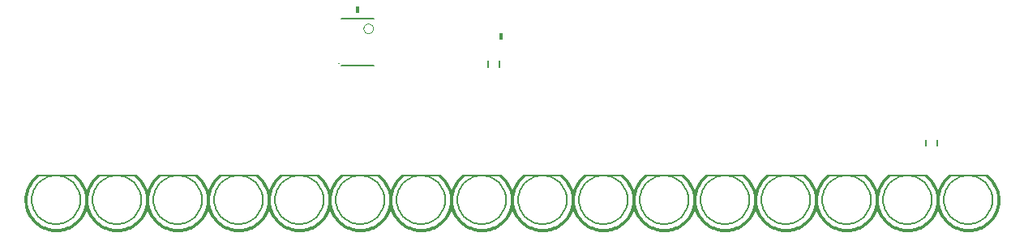
<source format=gbo>
G75*
G70*
%OFA0B0*%
%FSLAX24Y24*%
%IPPOS*%
%LPD*%
%AMOC8*
5,1,8,0,0,1.08239X$1,22.5*
%
%ADD10C,0.0060*%
%ADD11C,0.0080*%
%ADD12C,0.0010*%
%ADD13R,0.0180X0.0300*%
%ADD14C,0.0020*%
D10*
X000655Y002155D02*
X000657Y002218D01*
X000663Y002280D01*
X000673Y002342D01*
X000686Y002404D01*
X000704Y002464D01*
X000725Y002523D01*
X000750Y002581D01*
X000779Y002637D01*
X000811Y002691D01*
X000846Y002743D01*
X000884Y002792D01*
X000926Y002840D01*
X000970Y002884D01*
X001018Y002926D01*
X001067Y002964D01*
X001119Y002999D01*
X001173Y003031D01*
X001229Y003060D01*
X001287Y003085D01*
X001346Y003106D01*
X001406Y003124D01*
X001468Y003137D01*
X001530Y003147D01*
X001592Y003153D01*
X001655Y003155D01*
X001718Y003153D01*
X001780Y003147D01*
X001842Y003137D01*
X001904Y003124D01*
X001964Y003106D01*
X002023Y003085D01*
X002081Y003060D01*
X002137Y003031D01*
X002191Y002999D01*
X002243Y002964D01*
X002292Y002926D01*
X002340Y002884D01*
X002384Y002840D01*
X002426Y002792D01*
X002464Y002743D01*
X002499Y002691D01*
X002531Y002637D01*
X002560Y002581D01*
X002585Y002523D01*
X002606Y002464D01*
X002624Y002404D01*
X002637Y002342D01*
X002647Y002280D01*
X002653Y002218D01*
X002655Y002155D01*
X002653Y002092D01*
X002647Y002030D01*
X002637Y001968D01*
X002624Y001906D01*
X002606Y001846D01*
X002585Y001787D01*
X002560Y001729D01*
X002531Y001673D01*
X002499Y001619D01*
X002464Y001567D01*
X002426Y001518D01*
X002384Y001470D01*
X002340Y001426D01*
X002292Y001384D01*
X002243Y001346D01*
X002191Y001311D01*
X002137Y001279D01*
X002081Y001250D01*
X002023Y001225D01*
X001964Y001204D01*
X001904Y001186D01*
X001842Y001173D01*
X001780Y001163D01*
X001718Y001157D01*
X001655Y001155D01*
X001592Y001157D01*
X001530Y001163D01*
X001468Y001173D01*
X001406Y001186D01*
X001346Y001204D01*
X001287Y001225D01*
X001229Y001250D01*
X001173Y001279D01*
X001119Y001311D01*
X001067Y001346D01*
X001018Y001384D01*
X000970Y001426D01*
X000926Y001470D01*
X000884Y001518D01*
X000846Y001567D01*
X000811Y001619D01*
X000779Y001673D01*
X000750Y001729D01*
X000725Y001787D01*
X000704Y001846D01*
X000686Y001906D01*
X000673Y001968D01*
X000663Y002030D01*
X000657Y002092D01*
X000655Y002155D01*
X003155Y002155D02*
X003157Y002218D01*
X003163Y002280D01*
X003173Y002342D01*
X003186Y002404D01*
X003204Y002464D01*
X003225Y002523D01*
X003250Y002581D01*
X003279Y002637D01*
X003311Y002691D01*
X003346Y002743D01*
X003384Y002792D01*
X003426Y002840D01*
X003470Y002884D01*
X003518Y002926D01*
X003567Y002964D01*
X003619Y002999D01*
X003673Y003031D01*
X003729Y003060D01*
X003787Y003085D01*
X003846Y003106D01*
X003906Y003124D01*
X003968Y003137D01*
X004030Y003147D01*
X004092Y003153D01*
X004155Y003155D01*
X004218Y003153D01*
X004280Y003147D01*
X004342Y003137D01*
X004404Y003124D01*
X004464Y003106D01*
X004523Y003085D01*
X004581Y003060D01*
X004637Y003031D01*
X004691Y002999D01*
X004743Y002964D01*
X004792Y002926D01*
X004840Y002884D01*
X004884Y002840D01*
X004926Y002792D01*
X004964Y002743D01*
X004999Y002691D01*
X005031Y002637D01*
X005060Y002581D01*
X005085Y002523D01*
X005106Y002464D01*
X005124Y002404D01*
X005137Y002342D01*
X005147Y002280D01*
X005153Y002218D01*
X005155Y002155D01*
X005153Y002092D01*
X005147Y002030D01*
X005137Y001968D01*
X005124Y001906D01*
X005106Y001846D01*
X005085Y001787D01*
X005060Y001729D01*
X005031Y001673D01*
X004999Y001619D01*
X004964Y001567D01*
X004926Y001518D01*
X004884Y001470D01*
X004840Y001426D01*
X004792Y001384D01*
X004743Y001346D01*
X004691Y001311D01*
X004637Y001279D01*
X004581Y001250D01*
X004523Y001225D01*
X004464Y001204D01*
X004404Y001186D01*
X004342Y001173D01*
X004280Y001163D01*
X004218Y001157D01*
X004155Y001155D01*
X004092Y001157D01*
X004030Y001163D01*
X003968Y001173D01*
X003906Y001186D01*
X003846Y001204D01*
X003787Y001225D01*
X003729Y001250D01*
X003673Y001279D01*
X003619Y001311D01*
X003567Y001346D01*
X003518Y001384D01*
X003470Y001426D01*
X003426Y001470D01*
X003384Y001518D01*
X003346Y001567D01*
X003311Y001619D01*
X003279Y001673D01*
X003250Y001729D01*
X003225Y001787D01*
X003204Y001846D01*
X003186Y001906D01*
X003173Y001968D01*
X003163Y002030D01*
X003157Y002092D01*
X003155Y002155D01*
X005655Y002155D02*
X005657Y002218D01*
X005663Y002280D01*
X005673Y002342D01*
X005686Y002404D01*
X005704Y002464D01*
X005725Y002523D01*
X005750Y002581D01*
X005779Y002637D01*
X005811Y002691D01*
X005846Y002743D01*
X005884Y002792D01*
X005926Y002840D01*
X005970Y002884D01*
X006018Y002926D01*
X006067Y002964D01*
X006119Y002999D01*
X006173Y003031D01*
X006229Y003060D01*
X006287Y003085D01*
X006346Y003106D01*
X006406Y003124D01*
X006468Y003137D01*
X006530Y003147D01*
X006592Y003153D01*
X006655Y003155D01*
X006718Y003153D01*
X006780Y003147D01*
X006842Y003137D01*
X006904Y003124D01*
X006964Y003106D01*
X007023Y003085D01*
X007081Y003060D01*
X007137Y003031D01*
X007191Y002999D01*
X007243Y002964D01*
X007292Y002926D01*
X007340Y002884D01*
X007384Y002840D01*
X007426Y002792D01*
X007464Y002743D01*
X007499Y002691D01*
X007531Y002637D01*
X007560Y002581D01*
X007585Y002523D01*
X007606Y002464D01*
X007624Y002404D01*
X007637Y002342D01*
X007647Y002280D01*
X007653Y002218D01*
X007655Y002155D01*
X007653Y002092D01*
X007647Y002030D01*
X007637Y001968D01*
X007624Y001906D01*
X007606Y001846D01*
X007585Y001787D01*
X007560Y001729D01*
X007531Y001673D01*
X007499Y001619D01*
X007464Y001567D01*
X007426Y001518D01*
X007384Y001470D01*
X007340Y001426D01*
X007292Y001384D01*
X007243Y001346D01*
X007191Y001311D01*
X007137Y001279D01*
X007081Y001250D01*
X007023Y001225D01*
X006964Y001204D01*
X006904Y001186D01*
X006842Y001173D01*
X006780Y001163D01*
X006718Y001157D01*
X006655Y001155D01*
X006592Y001157D01*
X006530Y001163D01*
X006468Y001173D01*
X006406Y001186D01*
X006346Y001204D01*
X006287Y001225D01*
X006229Y001250D01*
X006173Y001279D01*
X006119Y001311D01*
X006067Y001346D01*
X006018Y001384D01*
X005970Y001426D01*
X005926Y001470D01*
X005884Y001518D01*
X005846Y001567D01*
X005811Y001619D01*
X005779Y001673D01*
X005750Y001729D01*
X005725Y001787D01*
X005704Y001846D01*
X005686Y001906D01*
X005673Y001968D01*
X005663Y002030D01*
X005657Y002092D01*
X005655Y002155D01*
X008155Y002155D02*
X008157Y002218D01*
X008163Y002280D01*
X008173Y002342D01*
X008186Y002404D01*
X008204Y002464D01*
X008225Y002523D01*
X008250Y002581D01*
X008279Y002637D01*
X008311Y002691D01*
X008346Y002743D01*
X008384Y002792D01*
X008426Y002840D01*
X008470Y002884D01*
X008518Y002926D01*
X008567Y002964D01*
X008619Y002999D01*
X008673Y003031D01*
X008729Y003060D01*
X008787Y003085D01*
X008846Y003106D01*
X008906Y003124D01*
X008968Y003137D01*
X009030Y003147D01*
X009092Y003153D01*
X009155Y003155D01*
X009218Y003153D01*
X009280Y003147D01*
X009342Y003137D01*
X009404Y003124D01*
X009464Y003106D01*
X009523Y003085D01*
X009581Y003060D01*
X009637Y003031D01*
X009691Y002999D01*
X009743Y002964D01*
X009792Y002926D01*
X009840Y002884D01*
X009884Y002840D01*
X009926Y002792D01*
X009964Y002743D01*
X009999Y002691D01*
X010031Y002637D01*
X010060Y002581D01*
X010085Y002523D01*
X010106Y002464D01*
X010124Y002404D01*
X010137Y002342D01*
X010147Y002280D01*
X010153Y002218D01*
X010155Y002155D01*
X010153Y002092D01*
X010147Y002030D01*
X010137Y001968D01*
X010124Y001906D01*
X010106Y001846D01*
X010085Y001787D01*
X010060Y001729D01*
X010031Y001673D01*
X009999Y001619D01*
X009964Y001567D01*
X009926Y001518D01*
X009884Y001470D01*
X009840Y001426D01*
X009792Y001384D01*
X009743Y001346D01*
X009691Y001311D01*
X009637Y001279D01*
X009581Y001250D01*
X009523Y001225D01*
X009464Y001204D01*
X009404Y001186D01*
X009342Y001173D01*
X009280Y001163D01*
X009218Y001157D01*
X009155Y001155D01*
X009092Y001157D01*
X009030Y001163D01*
X008968Y001173D01*
X008906Y001186D01*
X008846Y001204D01*
X008787Y001225D01*
X008729Y001250D01*
X008673Y001279D01*
X008619Y001311D01*
X008567Y001346D01*
X008518Y001384D01*
X008470Y001426D01*
X008426Y001470D01*
X008384Y001518D01*
X008346Y001567D01*
X008311Y001619D01*
X008279Y001673D01*
X008250Y001729D01*
X008225Y001787D01*
X008204Y001846D01*
X008186Y001906D01*
X008173Y001968D01*
X008163Y002030D01*
X008157Y002092D01*
X008155Y002155D01*
X010655Y002155D02*
X010657Y002218D01*
X010663Y002280D01*
X010673Y002342D01*
X010686Y002404D01*
X010704Y002464D01*
X010725Y002523D01*
X010750Y002581D01*
X010779Y002637D01*
X010811Y002691D01*
X010846Y002743D01*
X010884Y002792D01*
X010926Y002840D01*
X010970Y002884D01*
X011018Y002926D01*
X011067Y002964D01*
X011119Y002999D01*
X011173Y003031D01*
X011229Y003060D01*
X011287Y003085D01*
X011346Y003106D01*
X011406Y003124D01*
X011468Y003137D01*
X011530Y003147D01*
X011592Y003153D01*
X011655Y003155D01*
X011718Y003153D01*
X011780Y003147D01*
X011842Y003137D01*
X011904Y003124D01*
X011964Y003106D01*
X012023Y003085D01*
X012081Y003060D01*
X012137Y003031D01*
X012191Y002999D01*
X012243Y002964D01*
X012292Y002926D01*
X012340Y002884D01*
X012384Y002840D01*
X012426Y002792D01*
X012464Y002743D01*
X012499Y002691D01*
X012531Y002637D01*
X012560Y002581D01*
X012585Y002523D01*
X012606Y002464D01*
X012624Y002404D01*
X012637Y002342D01*
X012647Y002280D01*
X012653Y002218D01*
X012655Y002155D01*
X012653Y002092D01*
X012647Y002030D01*
X012637Y001968D01*
X012624Y001906D01*
X012606Y001846D01*
X012585Y001787D01*
X012560Y001729D01*
X012531Y001673D01*
X012499Y001619D01*
X012464Y001567D01*
X012426Y001518D01*
X012384Y001470D01*
X012340Y001426D01*
X012292Y001384D01*
X012243Y001346D01*
X012191Y001311D01*
X012137Y001279D01*
X012081Y001250D01*
X012023Y001225D01*
X011964Y001204D01*
X011904Y001186D01*
X011842Y001173D01*
X011780Y001163D01*
X011718Y001157D01*
X011655Y001155D01*
X011592Y001157D01*
X011530Y001163D01*
X011468Y001173D01*
X011406Y001186D01*
X011346Y001204D01*
X011287Y001225D01*
X011229Y001250D01*
X011173Y001279D01*
X011119Y001311D01*
X011067Y001346D01*
X011018Y001384D01*
X010970Y001426D01*
X010926Y001470D01*
X010884Y001518D01*
X010846Y001567D01*
X010811Y001619D01*
X010779Y001673D01*
X010750Y001729D01*
X010725Y001787D01*
X010704Y001846D01*
X010686Y001906D01*
X010673Y001968D01*
X010663Y002030D01*
X010657Y002092D01*
X010655Y002155D01*
X013155Y002155D02*
X013157Y002218D01*
X013163Y002280D01*
X013173Y002342D01*
X013186Y002404D01*
X013204Y002464D01*
X013225Y002523D01*
X013250Y002581D01*
X013279Y002637D01*
X013311Y002691D01*
X013346Y002743D01*
X013384Y002792D01*
X013426Y002840D01*
X013470Y002884D01*
X013518Y002926D01*
X013567Y002964D01*
X013619Y002999D01*
X013673Y003031D01*
X013729Y003060D01*
X013787Y003085D01*
X013846Y003106D01*
X013906Y003124D01*
X013968Y003137D01*
X014030Y003147D01*
X014092Y003153D01*
X014155Y003155D01*
X014218Y003153D01*
X014280Y003147D01*
X014342Y003137D01*
X014404Y003124D01*
X014464Y003106D01*
X014523Y003085D01*
X014581Y003060D01*
X014637Y003031D01*
X014691Y002999D01*
X014743Y002964D01*
X014792Y002926D01*
X014840Y002884D01*
X014884Y002840D01*
X014926Y002792D01*
X014964Y002743D01*
X014999Y002691D01*
X015031Y002637D01*
X015060Y002581D01*
X015085Y002523D01*
X015106Y002464D01*
X015124Y002404D01*
X015137Y002342D01*
X015147Y002280D01*
X015153Y002218D01*
X015155Y002155D01*
X015153Y002092D01*
X015147Y002030D01*
X015137Y001968D01*
X015124Y001906D01*
X015106Y001846D01*
X015085Y001787D01*
X015060Y001729D01*
X015031Y001673D01*
X014999Y001619D01*
X014964Y001567D01*
X014926Y001518D01*
X014884Y001470D01*
X014840Y001426D01*
X014792Y001384D01*
X014743Y001346D01*
X014691Y001311D01*
X014637Y001279D01*
X014581Y001250D01*
X014523Y001225D01*
X014464Y001204D01*
X014404Y001186D01*
X014342Y001173D01*
X014280Y001163D01*
X014218Y001157D01*
X014155Y001155D01*
X014092Y001157D01*
X014030Y001163D01*
X013968Y001173D01*
X013906Y001186D01*
X013846Y001204D01*
X013787Y001225D01*
X013729Y001250D01*
X013673Y001279D01*
X013619Y001311D01*
X013567Y001346D01*
X013518Y001384D01*
X013470Y001426D01*
X013426Y001470D01*
X013384Y001518D01*
X013346Y001567D01*
X013311Y001619D01*
X013279Y001673D01*
X013250Y001729D01*
X013225Y001787D01*
X013204Y001846D01*
X013186Y001906D01*
X013173Y001968D01*
X013163Y002030D01*
X013157Y002092D01*
X013155Y002155D01*
X015655Y002155D02*
X015657Y002218D01*
X015663Y002280D01*
X015673Y002342D01*
X015686Y002404D01*
X015704Y002464D01*
X015725Y002523D01*
X015750Y002581D01*
X015779Y002637D01*
X015811Y002691D01*
X015846Y002743D01*
X015884Y002792D01*
X015926Y002840D01*
X015970Y002884D01*
X016018Y002926D01*
X016067Y002964D01*
X016119Y002999D01*
X016173Y003031D01*
X016229Y003060D01*
X016287Y003085D01*
X016346Y003106D01*
X016406Y003124D01*
X016468Y003137D01*
X016530Y003147D01*
X016592Y003153D01*
X016655Y003155D01*
X016718Y003153D01*
X016780Y003147D01*
X016842Y003137D01*
X016904Y003124D01*
X016964Y003106D01*
X017023Y003085D01*
X017081Y003060D01*
X017137Y003031D01*
X017191Y002999D01*
X017243Y002964D01*
X017292Y002926D01*
X017340Y002884D01*
X017384Y002840D01*
X017426Y002792D01*
X017464Y002743D01*
X017499Y002691D01*
X017531Y002637D01*
X017560Y002581D01*
X017585Y002523D01*
X017606Y002464D01*
X017624Y002404D01*
X017637Y002342D01*
X017647Y002280D01*
X017653Y002218D01*
X017655Y002155D01*
X017653Y002092D01*
X017647Y002030D01*
X017637Y001968D01*
X017624Y001906D01*
X017606Y001846D01*
X017585Y001787D01*
X017560Y001729D01*
X017531Y001673D01*
X017499Y001619D01*
X017464Y001567D01*
X017426Y001518D01*
X017384Y001470D01*
X017340Y001426D01*
X017292Y001384D01*
X017243Y001346D01*
X017191Y001311D01*
X017137Y001279D01*
X017081Y001250D01*
X017023Y001225D01*
X016964Y001204D01*
X016904Y001186D01*
X016842Y001173D01*
X016780Y001163D01*
X016718Y001157D01*
X016655Y001155D01*
X016592Y001157D01*
X016530Y001163D01*
X016468Y001173D01*
X016406Y001186D01*
X016346Y001204D01*
X016287Y001225D01*
X016229Y001250D01*
X016173Y001279D01*
X016119Y001311D01*
X016067Y001346D01*
X016018Y001384D01*
X015970Y001426D01*
X015926Y001470D01*
X015884Y001518D01*
X015846Y001567D01*
X015811Y001619D01*
X015779Y001673D01*
X015750Y001729D01*
X015725Y001787D01*
X015704Y001846D01*
X015686Y001906D01*
X015673Y001968D01*
X015663Y002030D01*
X015657Y002092D01*
X015655Y002155D01*
X018155Y002155D02*
X018157Y002218D01*
X018163Y002280D01*
X018173Y002342D01*
X018186Y002404D01*
X018204Y002464D01*
X018225Y002523D01*
X018250Y002581D01*
X018279Y002637D01*
X018311Y002691D01*
X018346Y002743D01*
X018384Y002792D01*
X018426Y002840D01*
X018470Y002884D01*
X018518Y002926D01*
X018567Y002964D01*
X018619Y002999D01*
X018673Y003031D01*
X018729Y003060D01*
X018787Y003085D01*
X018846Y003106D01*
X018906Y003124D01*
X018968Y003137D01*
X019030Y003147D01*
X019092Y003153D01*
X019155Y003155D01*
X019218Y003153D01*
X019280Y003147D01*
X019342Y003137D01*
X019404Y003124D01*
X019464Y003106D01*
X019523Y003085D01*
X019581Y003060D01*
X019637Y003031D01*
X019691Y002999D01*
X019743Y002964D01*
X019792Y002926D01*
X019840Y002884D01*
X019884Y002840D01*
X019926Y002792D01*
X019964Y002743D01*
X019999Y002691D01*
X020031Y002637D01*
X020060Y002581D01*
X020085Y002523D01*
X020106Y002464D01*
X020124Y002404D01*
X020137Y002342D01*
X020147Y002280D01*
X020153Y002218D01*
X020155Y002155D01*
X020153Y002092D01*
X020147Y002030D01*
X020137Y001968D01*
X020124Y001906D01*
X020106Y001846D01*
X020085Y001787D01*
X020060Y001729D01*
X020031Y001673D01*
X019999Y001619D01*
X019964Y001567D01*
X019926Y001518D01*
X019884Y001470D01*
X019840Y001426D01*
X019792Y001384D01*
X019743Y001346D01*
X019691Y001311D01*
X019637Y001279D01*
X019581Y001250D01*
X019523Y001225D01*
X019464Y001204D01*
X019404Y001186D01*
X019342Y001173D01*
X019280Y001163D01*
X019218Y001157D01*
X019155Y001155D01*
X019092Y001157D01*
X019030Y001163D01*
X018968Y001173D01*
X018906Y001186D01*
X018846Y001204D01*
X018787Y001225D01*
X018729Y001250D01*
X018673Y001279D01*
X018619Y001311D01*
X018567Y001346D01*
X018518Y001384D01*
X018470Y001426D01*
X018426Y001470D01*
X018384Y001518D01*
X018346Y001567D01*
X018311Y001619D01*
X018279Y001673D01*
X018250Y001729D01*
X018225Y001787D01*
X018204Y001846D01*
X018186Y001906D01*
X018173Y001968D01*
X018163Y002030D01*
X018157Y002092D01*
X018155Y002155D01*
X020655Y002155D02*
X020657Y002218D01*
X020663Y002280D01*
X020673Y002342D01*
X020686Y002404D01*
X020704Y002464D01*
X020725Y002523D01*
X020750Y002581D01*
X020779Y002637D01*
X020811Y002691D01*
X020846Y002743D01*
X020884Y002792D01*
X020926Y002840D01*
X020970Y002884D01*
X021018Y002926D01*
X021067Y002964D01*
X021119Y002999D01*
X021173Y003031D01*
X021229Y003060D01*
X021287Y003085D01*
X021346Y003106D01*
X021406Y003124D01*
X021468Y003137D01*
X021530Y003147D01*
X021592Y003153D01*
X021655Y003155D01*
X021718Y003153D01*
X021780Y003147D01*
X021842Y003137D01*
X021904Y003124D01*
X021964Y003106D01*
X022023Y003085D01*
X022081Y003060D01*
X022137Y003031D01*
X022191Y002999D01*
X022243Y002964D01*
X022292Y002926D01*
X022340Y002884D01*
X022384Y002840D01*
X022426Y002792D01*
X022464Y002743D01*
X022499Y002691D01*
X022531Y002637D01*
X022560Y002581D01*
X022585Y002523D01*
X022606Y002464D01*
X022624Y002404D01*
X022637Y002342D01*
X022647Y002280D01*
X022653Y002218D01*
X022655Y002155D01*
X022653Y002092D01*
X022647Y002030D01*
X022637Y001968D01*
X022624Y001906D01*
X022606Y001846D01*
X022585Y001787D01*
X022560Y001729D01*
X022531Y001673D01*
X022499Y001619D01*
X022464Y001567D01*
X022426Y001518D01*
X022384Y001470D01*
X022340Y001426D01*
X022292Y001384D01*
X022243Y001346D01*
X022191Y001311D01*
X022137Y001279D01*
X022081Y001250D01*
X022023Y001225D01*
X021964Y001204D01*
X021904Y001186D01*
X021842Y001173D01*
X021780Y001163D01*
X021718Y001157D01*
X021655Y001155D01*
X021592Y001157D01*
X021530Y001163D01*
X021468Y001173D01*
X021406Y001186D01*
X021346Y001204D01*
X021287Y001225D01*
X021229Y001250D01*
X021173Y001279D01*
X021119Y001311D01*
X021067Y001346D01*
X021018Y001384D01*
X020970Y001426D01*
X020926Y001470D01*
X020884Y001518D01*
X020846Y001567D01*
X020811Y001619D01*
X020779Y001673D01*
X020750Y001729D01*
X020725Y001787D01*
X020704Y001846D01*
X020686Y001906D01*
X020673Y001968D01*
X020663Y002030D01*
X020657Y002092D01*
X020655Y002155D01*
X023155Y002155D02*
X023157Y002218D01*
X023163Y002280D01*
X023173Y002342D01*
X023186Y002404D01*
X023204Y002464D01*
X023225Y002523D01*
X023250Y002581D01*
X023279Y002637D01*
X023311Y002691D01*
X023346Y002743D01*
X023384Y002792D01*
X023426Y002840D01*
X023470Y002884D01*
X023518Y002926D01*
X023567Y002964D01*
X023619Y002999D01*
X023673Y003031D01*
X023729Y003060D01*
X023787Y003085D01*
X023846Y003106D01*
X023906Y003124D01*
X023968Y003137D01*
X024030Y003147D01*
X024092Y003153D01*
X024155Y003155D01*
X024218Y003153D01*
X024280Y003147D01*
X024342Y003137D01*
X024404Y003124D01*
X024464Y003106D01*
X024523Y003085D01*
X024581Y003060D01*
X024637Y003031D01*
X024691Y002999D01*
X024743Y002964D01*
X024792Y002926D01*
X024840Y002884D01*
X024884Y002840D01*
X024926Y002792D01*
X024964Y002743D01*
X024999Y002691D01*
X025031Y002637D01*
X025060Y002581D01*
X025085Y002523D01*
X025106Y002464D01*
X025124Y002404D01*
X025137Y002342D01*
X025147Y002280D01*
X025153Y002218D01*
X025155Y002155D01*
X025153Y002092D01*
X025147Y002030D01*
X025137Y001968D01*
X025124Y001906D01*
X025106Y001846D01*
X025085Y001787D01*
X025060Y001729D01*
X025031Y001673D01*
X024999Y001619D01*
X024964Y001567D01*
X024926Y001518D01*
X024884Y001470D01*
X024840Y001426D01*
X024792Y001384D01*
X024743Y001346D01*
X024691Y001311D01*
X024637Y001279D01*
X024581Y001250D01*
X024523Y001225D01*
X024464Y001204D01*
X024404Y001186D01*
X024342Y001173D01*
X024280Y001163D01*
X024218Y001157D01*
X024155Y001155D01*
X024092Y001157D01*
X024030Y001163D01*
X023968Y001173D01*
X023906Y001186D01*
X023846Y001204D01*
X023787Y001225D01*
X023729Y001250D01*
X023673Y001279D01*
X023619Y001311D01*
X023567Y001346D01*
X023518Y001384D01*
X023470Y001426D01*
X023426Y001470D01*
X023384Y001518D01*
X023346Y001567D01*
X023311Y001619D01*
X023279Y001673D01*
X023250Y001729D01*
X023225Y001787D01*
X023204Y001846D01*
X023186Y001906D01*
X023173Y001968D01*
X023163Y002030D01*
X023157Y002092D01*
X023155Y002155D01*
X025655Y002155D02*
X025657Y002218D01*
X025663Y002280D01*
X025673Y002342D01*
X025686Y002404D01*
X025704Y002464D01*
X025725Y002523D01*
X025750Y002581D01*
X025779Y002637D01*
X025811Y002691D01*
X025846Y002743D01*
X025884Y002792D01*
X025926Y002840D01*
X025970Y002884D01*
X026018Y002926D01*
X026067Y002964D01*
X026119Y002999D01*
X026173Y003031D01*
X026229Y003060D01*
X026287Y003085D01*
X026346Y003106D01*
X026406Y003124D01*
X026468Y003137D01*
X026530Y003147D01*
X026592Y003153D01*
X026655Y003155D01*
X026718Y003153D01*
X026780Y003147D01*
X026842Y003137D01*
X026904Y003124D01*
X026964Y003106D01*
X027023Y003085D01*
X027081Y003060D01*
X027137Y003031D01*
X027191Y002999D01*
X027243Y002964D01*
X027292Y002926D01*
X027340Y002884D01*
X027384Y002840D01*
X027426Y002792D01*
X027464Y002743D01*
X027499Y002691D01*
X027531Y002637D01*
X027560Y002581D01*
X027585Y002523D01*
X027606Y002464D01*
X027624Y002404D01*
X027637Y002342D01*
X027647Y002280D01*
X027653Y002218D01*
X027655Y002155D01*
X027653Y002092D01*
X027647Y002030D01*
X027637Y001968D01*
X027624Y001906D01*
X027606Y001846D01*
X027585Y001787D01*
X027560Y001729D01*
X027531Y001673D01*
X027499Y001619D01*
X027464Y001567D01*
X027426Y001518D01*
X027384Y001470D01*
X027340Y001426D01*
X027292Y001384D01*
X027243Y001346D01*
X027191Y001311D01*
X027137Y001279D01*
X027081Y001250D01*
X027023Y001225D01*
X026964Y001204D01*
X026904Y001186D01*
X026842Y001173D01*
X026780Y001163D01*
X026718Y001157D01*
X026655Y001155D01*
X026592Y001157D01*
X026530Y001163D01*
X026468Y001173D01*
X026406Y001186D01*
X026346Y001204D01*
X026287Y001225D01*
X026229Y001250D01*
X026173Y001279D01*
X026119Y001311D01*
X026067Y001346D01*
X026018Y001384D01*
X025970Y001426D01*
X025926Y001470D01*
X025884Y001518D01*
X025846Y001567D01*
X025811Y001619D01*
X025779Y001673D01*
X025750Y001729D01*
X025725Y001787D01*
X025704Y001846D01*
X025686Y001906D01*
X025673Y001968D01*
X025663Y002030D01*
X025657Y002092D01*
X025655Y002155D01*
X028155Y002155D02*
X028157Y002218D01*
X028163Y002280D01*
X028173Y002342D01*
X028186Y002404D01*
X028204Y002464D01*
X028225Y002523D01*
X028250Y002581D01*
X028279Y002637D01*
X028311Y002691D01*
X028346Y002743D01*
X028384Y002792D01*
X028426Y002840D01*
X028470Y002884D01*
X028518Y002926D01*
X028567Y002964D01*
X028619Y002999D01*
X028673Y003031D01*
X028729Y003060D01*
X028787Y003085D01*
X028846Y003106D01*
X028906Y003124D01*
X028968Y003137D01*
X029030Y003147D01*
X029092Y003153D01*
X029155Y003155D01*
X029218Y003153D01*
X029280Y003147D01*
X029342Y003137D01*
X029404Y003124D01*
X029464Y003106D01*
X029523Y003085D01*
X029581Y003060D01*
X029637Y003031D01*
X029691Y002999D01*
X029743Y002964D01*
X029792Y002926D01*
X029840Y002884D01*
X029884Y002840D01*
X029926Y002792D01*
X029964Y002743D01*
X029999Y002691D01*
X030031Y002637D01*
X030060Y002581D01*
X030085Y002523D01*
X030106Y002464D01*
X030124Y002404D01*
X030137Y002342D01*
X030147Y002280D01*
X030153Y002218D01*
X030155Y002155D01*
X030153Y002092D01*
X030147Y002030D01*
X030137Y001968D01*
X030124Y001906D01*
X030106Y001846D01*
X030085Y001787D01*
X030060Y001729D01*
X030031Y001673D01*
X029999Y001619D01*
X029964Y001567D01*
X029926Y001518D01*
X029884Y001470D01*
X029840Y001426D01*
X029792Y001384D01*
X029743Y001346D01*
X029691Y001311D01*
X029637Y001279D01*
X029581Y001250D01*
X029523Y001225D01*
X029464Y001204D01*
X029404Y001186D01*
X029342Y001173D01*
X029280Y001163D01*
X029218Y001157D01*
X029155Y001155D01*
X029092Y001157D01*
X029030Y001163D01*
X028968Y001173D01*
X028906Y001186D01*
X028846Y001204D01*
X028787Y001225D01*
X028729Y001250D01*
X028673Y001279D01*
X028619Y001311D01*
X028567Y001346D01*
X028518Y001384D01*
X028470Y001426D01*
X028426Y001470D01*
X028384Y001518D01*
X028346Y001567D01*
X028311Y001619D01*
X028279Y001673D01*
X028250Y001729D01*
X028225Y001787D01*
X028204Y001846D01*
X028186Y001906D01*
X028173Y001968D01*
X028163Y002030D01*
X028157Y002092D01*
X028155Y002155D01*
X030655Y002155D02*
X030657Y002218D01*
X030663Y002280D01*
X030673Y002342D01*
X030686Y002404D01*
X030704Y002464D01*
X030725Y002523D01*
X030750Y002581D01*
X030779Y002637D01*
X030811Y002691D01*
X030846Y002743D01*
X030884Y002792D01*
X030926Y002840D01*
X030970Y002884D01*
X031018Y002926D01*
X031067Y002964D01*
X031119Y002999D01*
X031173Y003031D01*
X031229Y003060D01*
X031287Y003085D01*
X031346Y003106D01*
X031406Y003124D01*
X031468Y003137D01*
X031530Y003147D01*
X031592Y003153D01*
X031655Y003155D01*
X031718Y003153D01*
X031780Y003147D01*
X031842Y003137D01*
X031904Y003124D01*
X031964Y003106D01*
X032023Y003085D01*
X032081Y003060D01*
X032137Y003031D01*
X032191Y002999D01*
X032243Y002964D01*
X032292Y002926D01*
X032340Y002884D01*
X032384Y002840D01*
X032426Y002792D01*
X032464Y002743D01*
X032499Y002691D01*
X032531Y002637D01*
X032560Y002581D01*
X032585Y002523D01*
X032606Y002464D01*
X032624Y002404D01*
X032637Y002342D01*
X032647Y002280D01*
X032653Y002218D01*
X032655Y002155D01*
X032653Y002092D01*
X032647Y002030D01*
X032637Y001968D01*
X032624Y001906D01*
X032606Y001846D01*
X032585Y001787D01*
X032560Y001729D01*
X032531Y001673D01*
X032499Y001619D01*
X032464Y001567D01*
X032426Y001518D01*
X032384Y001470D01*
X032340Y001426D01*
X032292Y001384D01*
X032243Y001346D01*
X032191Y001311D01*
X032137Y001279D01*
X032081Y001250D01*
X032023Y001225D01*
X031964Y001204D01*
X031904Y001186D01*
X031842Y001173D01*
X031780Y001163D01*
X031718Y001157D01*
X031655Y001155D01*
X031592Y001157D01*
X031530Y001163D01*
X031468Y001173D01*
X031406Y001186D01*
X031346Y001204D01*
X031287Y001225D01*
X031229Y001250D01*
X031173Y001279D01*
X031119Y001311D01*
X031067Y001346D01*
X031018Y001384D01*
X030970Y001426D01*
X030926Y001470D01*
X030884Y001518D01*
X030846Y001567D01*
X030811Y001619D01*
X030779Y001673D01*
X030750Y001729D01*
X030725Y001787D01*
X030704Y001846D01*
X030686Y001906D01*
X030673Y001968D01*
X030663Y002030D01*
X030657Y002092D01*
X030655Y002155D01*
X033155Y002155D02*
X033157Y002218D01*
X033163Y002280D01*
X033173Y002342D01*
X033186Y002404D01*
X033204Y002464D01*
X033225Y002523D01*
X033250Y002581D01*
X033279Y002637D01*
X033311Y002691D01*
X033346Y002743D01*
X033384Y002792D01*
X033426Y002840D01*
X033470Y002884D01*
X033518Y002926D01*
X033567Y002964D01*
X033619Y002999D01*
X033673Y003031D01*
X033729Y003060D01*
X033787Y003085D01*
X033846Y003106D01*
X033906Y003124D01*
X033968Y003137D01*
X034030Y003147D01*
X034092Y003153D01*
X034155Y003155D01*
X034218Y003153D01*
X034280Y003147D01*
X034342Y003137D01*
X034404Y003124D01*
X034464Y003106D01*
X034523Y003085D01*
X034581Y003060D01*
X034637Y003031D01*
X034691Y002999D01*
X034743Y002964D01*
X034792Y002926D01*
X034840Y002884D01*
X034884Y002840D01*
X034926Y002792D01*
X034964Y002743D01*
X034999Y002691D01*
X035031Y002637D01*
X035060Y002581D01*
X035085Y002523D01*
X035106Y002464D01*
X035124Y002404D01*
X035137Y002342D01*
X035147Y002280D01*
X035153Y002218D01*
X035155Y002155D01*
X035153Y002092D01*
X035147Y002030D01*
X035137Y001968D01*
X035124Y001906D01*
X035106Y001846D01*
X035085Y001787D01*
X035060Y001729D01*
X035031Y001673D01*
X034999Y001619D01*
X034964Y001567D01*
X034926Y001518D01*
X034884Y001470D01*
X034840Y001426D01*
X034792Y001384D01*
X034743Y001346D01*
X034691Y001311D01*
X034637Y001279D01*
X034581Y001250D01*
X034523Y001225D01*
X034464Y001204D01*
X034404Y001186D01*
X034342Y001173D01*
X034280Y001163D01*
X034218Y001157D01*
X034155Y001155D01*
X034092Y001157D01*
X034030Y001163D01*
X033968Y001173D01*
X033906Y001186D01*
X033846Y001204D01*
X033787Y001225D01*
X033729Y001250D01*
X033673Y001279D01*
X033619Y001311D01*
X033567Y001346D01*
X033518Y001384D01*
X033470Y001426D01*
X033426Y001470D01*
X033384Y001518D01*
X033346Y001567D01*
X033311Y001619D01*
X033279Y001673D01*
X033250Y001729D01*
X033225Y001787D01*
X033204Y001846D01*
X033186Y001906D01*
X033173Y001968D01*
X033163Y002030D01*
X033157Y002092D01*
X033155Y002155D01*
X035655Y002155D02*
X035657Y002218D01*
X035663Y002280D01*
X035673Y002342D01*
X035686Y002404D01*
X035704Y002464D01*
X035725Y002523D01*
X035750Y002581D01*
X035779Y002637D01*
X035811Y002691D01*
X035846Y002743D01*
X035884Y002792D01*
X035926Y002840D01*
X035970Y002884D01*
X036018Y002926D01*
X036067Y002964D01*
X036119Y002999D01*
X036173Y003031D01*
X036229Y003060D01*
X036287Y003085D01*
X036346Y003106D01*
X036406Y003124D01*
X036468Y003137D01*
X036530Y003147D01*
X036592Y003153D01*
X036655Y003155D01*
X036718Y003153D01*
X036780Y003147D01*
X036842Y003137D01*
X036904Y003124D01*
X036964Y003106D01*
X037023Y003085D01*
X037081Y003060D01*
X037137Y003031D01*
X037191Y002999D01*
X037243Y002964D01*
X037292Y002926D01*
X037340Y002884D01*
X037384Y002840D01*
X037426Y002792D01*
X037464Y002743D01*
X037499Y002691D01*
X037531Y002637D01*
X037560Y002581D01*
X037585Y002523D01*
X037606Y002464D01*
X037624Y002404D01*
X037637Y002342D01*
X037647Y002280D01*
X037653Y002218D01*
X037655Y002155D01*
X037653Y002092D01*
X037647Y002030D01*
X037637Y001968D01*
X037624Y001906D01*
X037606Y001846D01*
X037585Y001787D01*
X037560Y001729D01*
X037531Y001673D01*
X037499Y001619D01*
X037464Y001567D01*
X037426Y001518D01*
X037384Y001470D01*
X037340Y001426D01*
X037292Y001384D01*
X037243Y001346D01*
X037191Y001311D01*
X037137Y001279D01*
X037081Y001250D01*
X037023Y001225D01*
X036964Y001204D01*
X036904Y001186D01*
X036842Y001173D01*
X036780Y001163D01*
X036718Y001157D01*
X036655Y001155D01*
X036592Y001157D01*
X036530Y001163D01*
X036468Y001173D01*
X036406Y001186D01*
X036346Y001204D01*
X036287Y001225D01*
X036229Y001250D01*
X036173Y001279D01*
X036119Y001311D01*
X036067Y001346D01*
X036018Y001384D01*
X035970Y001426D01*
X035926Y001470D01*
X035884Y001518D01*
X035846Y001567D01*
X035811Y001619D01*
X035779Y001673D01*
X035750Y001729D01*
X035725Y001787D01*
X035704Y001846D01*
X035686Y001906D01*
X035673Y001968D01*
X035663Y002030D01*
X035657Y002092D01*
X035655Y002155D01*
X038155Y002155D02*
X038157Y002218D01*
X038163Y002280D01*
X038173Y002342D01*
X038186Y002404D01*
X038204Y002464D01*
X038225Y002523D01*
X038250Y002581D01*
X038279Y002637D01*
X038311Y002691D01*
X038346Y002743D01*
X038384Y002792D01*
X038426Y002840D01*
X038470Y002884D01*
X038518Y002926D01*
X038567Y002964D01*
X038619Y002999D01*
X038673Y003031D01*
X038729Y003060D01*
X038787Y003085D01*
X038846Y003106D01*
X038906Y003124D01*
X038968Y003137D01*
X039030Y003147D01*
X039092Y003153D01*
X039155Y003155D01*
X039218Y003153D01*
X039280Y003147D01*
X039342Y003137D01*
X039404Y003124D01*
X039464Y003106D01*
X039523Y003085D01*
X039581Y003060D01*
X039637Y003031D01*
X039691Y002999D01*
X039743Y002964D01*
X039792Y002926D01*
X039840Y002884D01*
X039884Y002840D01*
X039926Y002792D01*
X039964Y002743D01*
X039999Y002691D01*
X040031Y002637D01*
X040060Y002581D01*
X040085Y002523D01*
X040106Y002464D01*
X040124Y002404D01*
X040137Y002342D01*
X040147Y002280D01*
X040153Y002218D01*
X040155Y002155D01*
X040153Y002092D01*
X040147Y002030D01*
X040137Y001968D01*
X040124Y001906D01*
X040106Y001846D01*
X040085Y001787D01*
X040060Y001729D01*
X040031Y001673D01*
X039999Y001619D01*
X039964Y001567D01*
X039926Y001518D01*
X039884Y001470D01*
X039840Y001426D01*
X039792Y001384D01*
X039743Y001346D01*
X039691Y001311D01*
X039637Y001279D01*
X039581Y001250D01*
X039523Y001225D01*
X039464Y001204D01*
X039404Y001186D01*
X039342Y001173D01*
X039280Y001163D01*
X039218Y001157D01*
X039155Y001155D01*
X039092Y001157D01*
X039030Y001163D01*
X038968Y001173D01*
X038906Y001186D01*
X038846Y001204D01*
X038787Y001225D01*
X038729Y001250D01*
X038673Y001279D01*
X038619Y001311D01*
X038567Y001346D01*
X038518Y001384D01*
X038470Y001426D01*
X038426Y001470D01*
X038384Y001518D01*
X038346Y001567D01*
X038311Y001619D01*
X038279Y001673D01*
X038250Y001729D01*
X038225Y001787D01*
X038204Y001846D01*
X038186Y001906D01*
X038173Y001968D01*
X038163Y002030D01*
X038157Y002092D01*
X038155Y002155D01*
X037891Y004387D02*
X037891Y004623D01*
X037419Y004623D02*
X037419Y004387D01*
X019891Y007637D02*
X019891Y007873D01*
X019419Y007873D02*
X019419Y007637D01*
X014715Y007700D02*
X013396Y007700D01*
X013297Y007785D02*
X013297Y007795D01*
X013396Y009610D02*
X014711Y009610D01*
D11*
X014905Y003155D02*
X013405Y003155D01*
X012405Y003155D02*
X010905Y003155D01*
X009905Y003155D02*
X008405Y003155D01*
X007405Y003155D02*
X005905Y003155D01*
X004905Y003155D02*
X003405Y003155D01*
X002405Y003155D02*
X000905Y003155D01*
X015905Y003155D02*
X017405Y003155D01*
X018405Y003155D02*
X019905Y003155D01*
X020905Y003155D02*
X022405Y003155D01*
X023405Y003155D02*
X024905Y003155D01*
X025905Y003155D02*
X027405Y003155D01*
X028405Y003155D02*
X029905Y003155D01*
X030905Y003155D02*
X032405Y003155D01*
X033405Y003155D02*
X034905Y003155D01*
X035905Y003155D02*
X037405Y003155D01*
X038405Y003155D02*
X039905Y003155D01*
D12*
X000875Y003187D02*
X000929Y003115D01*
X000928Y003116D02*
X000875Y003073D01*
X000824Y003028D01*
X000776Y002979D01*
X000731Y002928D01*
X000688Y002874D01*
X000649Y002818D01*
X000613Y002760D01*
X000580Y002700D01*
X000551Y002639D01*
X000526Y002575D01*
X000504Y002511D01*
X000485Y002445D01*
X000471Y002378D01*
X000460Y002311D01*
X000453Y002243D01*
X000450Y002175D01*
X000451Y002106D01*
X000456Y002038D01*
X000464Y001970D01*
X000477Y001903D01*
X000493Y001837D01*
X000513Y001772D01*
X000536Y001707D01*
X000563Y001645D01*
X000594Y001584D01*
X000628Y001525D01*
X000665Y001467D01*
X000706Y001412D01*
X000750Y001360D01*
X000796Y001310D01*
X000845Y001263D01*
X000897Y001218D01*
X000951Y001177D01*
X001008Y001138D01*
X001067Y001103D01*
X001127Y001072D01*
X001189Y001044D01*
X001253Y001019D01*
X001318Y000998D01*
X001384Y000981D01*
X001451Y000967D01*
X001519Y000958D01*
X001587Y000952D01*
X001655Y000950D01*
X001723Y000952D01*
X001791Y000958D01*
X001859Y000967D01*
X001926Y000981D01*
X001992Y000998D01*
X002057Y001019D01*
X002121Y001044D01*
X002183Y001072D01*
X002243Y001103D01*
X002302Y001138D01*
X002359Y001177D01*
X002413Y001218D01*
X002465Y001263D01*
X002514Y001310D01*
X002560Y001360D01*
X002604Y001412D01*
X002645Y001467D01*
X002682Y001525D01*
X002716Y001584D01*
X002747Y001645D01*
X002774Y001707D01*
X002797Y001772D01*
X002817Y001837D01*
X002833Y001903D01*
X002846Y001970D01*
X002854Y002038D01*
X002859Y002106D01*
X002860Y002175D01*
X002857Y002243D01*
X002850Y002311D01*
X002839Y002378D01*
X002825Y002445D01*
X002806Y002511D01*
X002784Y002575D01*
X002759Y002639D01*
X002730Y002700D01*
X002697Y002760D01*
X002661Y002818D01*
X002622Y002874D01*
X002579Y002928D01*
X002534Y002979D01*
X002486Y003028D01*
X002435Y003073D01*
X002382Y003116D01*
X002435Y003187D01*
X002436Y003188D01*
X002491Y003144D01*
X002544Y003096D01*
X002595Y003046D01*
X002642Y002993D01*
X002686Y002938D01*
X002728Y002880D01*
X002766Y002820D01*
X002801Y002759D01*
X002832Y002695D01*
X002860Y002630D01*
X002884Y002563D01*
X002905Y002495D01*
X002921Y002426D01*
X002934Y002356D01*
X002943Y002286D01*
X002949Y002215D01*
X002950Y002144D01*
X002947Y002073D01*
X002941Y002002D01*
X002931Y001932D01*
X002917Y001863D01*
X002899Y001794D01*
X002877Y001726D01*
X002852Y001660D01*
X002823Y001595D01*
X002790Y001532D01*
X002754Y001471D01*
X002715Y001412D01*
X002673Y001355D01*
X002628Y001300D01*
X002579Y001248D01*
X002528Y001199D01*
X002475Y001152D01*
X002418Y001109D01*
X002360Y001069D01*
X002299Y001032D01*
X002237Y000998D01*
X002173Y000968D01*
X002107Y000941D01*
X002040Y000918D01*
X001971Y000899D01*
X001902Y000884D01*
X001832Y000872D01*
X001761Y000864D01*
X001690Y000860D01*
X001620Y000860D01*
X001549Y000864D01*
X001478Y000872D01*
X001408Y000884D01*
X001339Y000899D01*
X001270Y000918D01*
X001203Y000941D01*
X001137Y000968D01*
X001073Y000998D01*
X001011Y001032D01*
X000950Y001069D01*
X000892Y001109D01*
X000835Y001152D01*
X000782Y001199D01*
X000731Y001248D01*
X000682Y001300D01*
X000637Y001355D01*
X000595Y001412D01*
X000556Y001471D01*
X000520Y001532D01*
X000487Y001595D01*
X000458Y001660D01*
X000433Y001726D01*
X000411Y001794D01*
X000393Y001863D01*
X000379Y001932D01*
X000369Y002002D01*
X000363Y002073D01*
X000360Y002144D01*
X000361Y002215D01*
X000367Y002286D01*
X000376Y002356D01*
X000389Y002426D01*
X000405Y002495D01*
X000426Y002563D01*
X000450Y002630D01*
X000478Y002695D01*
X000509Y002759D01*
X000544Y002820D01*
X000582Y002880D01*
X000624Y002938D01*
X000668Y002993D01*
X000715Y003046D01*
X000766Y003096D01*
X000819Y003144D01*
X000874Y003188D01*
X000879Y003181D01*
X000824Y003136D01*
X000771Y003089D01*
X000720Y003038D01*
X000673Y002985D01*
X000628Y002929D01*
X000587Y002871D01*
X000549Y002811D01*
X000514Y002749D01*
X000483Y002685D01*
X000456Y002619D01*
X000432Y002552D01*
X000412Y002483D01*
X000395Y002414D01*
X000383Y002344D01*
X000374Y002273D01*
X000370Y002202D01*
X000369Y002131D01*
X000373Y002060D01*
X000380Y001989D01*
X000391Y001918D01*
X000406Y001849D01*
X000425Y001780D01*
X000448Y001712D01*
X000474Y001646D01*
X000504Y001581D01*
X000538Y001519D01*
X000574Y001458D01*
X000615Y001399D01*
X000658Y001342D01*
X000705Y001288D01*
X000754Y001237D01*
X000807Y001189D01*
X000861Y001143D01*
X000919Y001101D01*
X000978Y001062D01*
X001040Y001026D01*
X001103Y000993D01*
X001168Y000965D01*
X001235Y000939D01*
X001303Y000918D01*
X001372Y000900D01*
X001442Y000887D01*
X001513Y000877D01*
X001584Y000871D01*
X001655Y000869D01*
X001726Y000871D01*
X001797Y000877D01*
X001868Y000887D01*
X001938Y000900D01*
X002007Y000918D01*
X002075Y000939D01*
X002142Y000965D01*
X002207Y000993D01*
X002270Y001026D01*
X002332Y001062D01*
X002391Y001101D01*
X002449Y001143D01*
X002503Y001189D01*
X002556Y001237D01*
X002605Y001288D01*
X002652Y001342D01*
X002695Y001399D01*
X002736Y001458D01*
X002772Y001519D01*
X002806Y001581D01*
X002836Y001646D01*
X002862Y001712D01*
X002885Y001780D01*
X002904Y001849D01*
X002919Y001918D01*
X002930Y001989D01*
X002937Y002060D01*
X002941Y002131D01*
X002940Y002202D01*
X002936Y002273D01*
X002927Y002344D01*
X002915Y002414D01*
X002898Y002483D01*
X002878Y002552D01*
X002854Y002619D01*
X002827Y002685D01*
X002796Y002749D01*
X002761Y002811D01*
X002723Y002871D01*
X002682Y002929D01*
X002637Y002985D01*
X002590Y003038D01*
X002539Y003089D01*
X002486Y003136D01*
X002431Y003181D01*
X002425Y003174D01*
X002480Y003129D01*
X002533Y003082D01*
X002583Y003032D01*
X002630Y002979D01*
X002674Y002924D01*
X002716Y002866D01*
X002753Y002807D01*
X002788Y002745D01*
X002819Y002681D01*
X002846Y002616D01*
X002870Y002549D01*
X002890Y002481D01*
X002906Y002412D01*
X002918Y002343D01*
X002927Y002272D01*
X002931Y002202D01*
X002932Y002131D01*
X002928Y002060D01*
X002921Y001990D01*
X002910Y001920D01*
X002895Y001851D01*
X002876Y001783D01*
X002854Y001715D01*
X002828Y001650D01*
X002798Y001585D01*
X002765Y001523D01*
X002728Y001463D01*
X002688Y001404D01*
X002645Y001348D01*
X002599Y001294D01*
X002549Y001244D01*
X002498Y001195D01*
X002443Y001150D01*
X002386Y001108D01*
X002327Y001069D01*
X002266Y001034D01*
X002203Y001001D01*
X002138Y000973D01*
X002072Y000948D01*
X002004Y000927D01*
X001936Y000909D01*
X001866Y000896D01*
X001796Y000886D01*
X001726Y000880D01*
X001655Y000878D01*
X001584Y000880D01*
X001514Y000886D01*
X001444Y000896D01*
X001374Y000909D01*
X001306Y000927D01*
X001238Y000948D01*
X001172Y000973D01*
X001107Y001001D01*
X001044Y001034D01*
X000983Y001069D01*
X000924Y001108D01*
X000867Y001150D01*
X000812Y001195D01*
X000761Y001244D01*
X000711Y001294D01*
X000665Y001348D01*
X000622Y001404D01*
X000582Y001463D01*
X000545Y001523D01*
X000512Y001585D01*
X000482Y001650D01*
X000456Y001715D01*
X000434Y001783D01*
X000415Y001851D01*
X000400Y001920D01*
X000389Y001990D01*
X000382Y002060D01*
X000378Y002131D01*
X000379Y002202D01*
X000383Y002272D01*
X000392Y002343D01*
X000404Y002412D01*
X000420Y002481D01*
X000440Y002549D01*
X000464Y002616D01*
X000491Y002681D01*
X000522Y002745D01*
X000557Y002807D01*
X000594Y002866D01*
X000636Y002924D01*
X000680Y002979D01*
X000727Y003032D01*
X000777Y003082D01*
X000830Y003129D01*
X000885Y003174D01*
X000890Y003166D01*
X000835Y003122D01*
X000782Y003074D01*
X000732Y003024D01*
X000684Y002971D01*
X000640Y002915D01*
X000599Y002857D01*
X000562Y002797D01*
X000527Y002735D01*
X000497Y002671D01*
X000470Y002605D01*
X000446Y002538D01*
X000427Y002470D01*
X000411Y002400D01*
X000399Y002330D01*
X000391Y002260D01*
X000387Y002189D01*
X000388Y002118D01*
X000392Y002047D01*
X000400Y001976D01*
X000412Y001906D01*
X000428Y001837D01*
X000447Y001769D01*
X000471Y001701D01*
X000498Y001636D01*
X000529Y001572D01*
X000563Y001510D01*
X000601Y001450D01*
X000643Y001392D01*
X000687Y001336D01*
X000734Y001283D01*
X000785Y001233D01*
X000838Y001186D01*
X000893Y001141D01*
X000951Y001100D01*
X001011Y001063D01*
X001074Y001028D01*
X001138Y000997D01*
X001203Y000970D01*
X001270Y000947D01*
X001339Y000927D01*
X001408Y000911D01*
X001478Y000899D01*
X001549Y000891D01*
X001619Y000887D01*
X001691Y000887D01*
X001761Y000891D01*
X001832Y000899D01*
X001902Y000911D01*
X001971Y000927D01*
X002040Y000947D01*
X002107Y000970D01*
X002172Y000997D01*
X002236Y001028D01*
X002299Y001063D01*
X002359Y001100D01*
X002417Y001141D01*
X002472Y001186D01*
X002525Y001233D01*
X002576Y001283D01*
X002623Y001336D01*
X002667Y001392D01*
X002709Y001450D01*
X002747Y001510D01*
X002781Y001572D01*
X002812Y001636D01*
X002839Y001701D01*
X002863Y001769D01*
X002882Y001837D01*
X002898Y001906D01*
X002910Y001976D01*
X002918Y002047D01*
X002922Y002118D01*
X002923Y002189D01*
X002919Y002260D01*
X002911Y002330D01*
X002899Y002400D01*
X002883Y002470D01*
X002864Y002538D01*
X002840Y002605D01*
X002813Y002671D01*
X002783Y002735D01*
X002748Y002797D01*
X002711Y002857D01*
X002670Y002915D01*
X002626Y002971D01*
X002578Y003024D01*
X002528Y003074D01*
X002475Y003122D01*
X002420Y003166D01*
X002414Y003159D01*
X002469Y003115D01*
X002522Y003068D01*
X002572Y003018D01*
X002619Y002965D01*
X002663Y002910D01*
X002703Y002852D01*
X002741Y002793D01*
X002775Y002731D01*
X002805Y002667D01*
X002832Y002602D01*
X002855Y002535D01*
X002875Y002467D01*
X002890Y002399D01*
X002902Y002329D01*
X002910Y002259D01*
X002914Y002188D01*
X002913Y002118D01*
X002909Y002047D01*
X002901Y001977D01*
X002889Y001908D01*
X002874Y001839D01*
X002854Y001771D01*
X002831Y001705D01*
X002804Y001640D01*
X002773Y001576D01*
X002739Y001514D01*
X002701Y001455D01*
X002660Y001397D01*
X002616Y001342D01*
X002569Y001289D01*
X002519Y001240D01*
X002467Y001193D01*
X002411Y001149D01*
X002354Y001108D01*
X002294Y001070D01*
X002232Y001036D01*
X002169Y001006D01*
X002104Y000979D01*
X002037Y000955D01*
X001969Y000936D01*
X001900Y000920D01*
X001831Y000908D01*
X001761Y000900D01*
X001690Y000896D01*
X001620Y000896D01*
X001549Y000900D01*
X001479Y000908D01*
X001410Y000920D01*
X001341Y000936D01*
X001273Y000955D01*
X001206Y000979D01*
X001141Y001006D01*
X001078Y001036D01*
X001016Y001070D01*
X000956Y001108D01*
X000899Y001149D01*
X000843Y001193D01*
X000791Y001240D01*
X000741Y001289D01*
X000694Y001342D01*
X000650Y001397D01*
X000609Y001455D01*
X000571Y001514D01*
X000537Y001576D01*
X000506Y001640D01*
X000479Y001705D01*
X000456Y001771D01*
X000436Y001839D01*
X000421Y001908D01*
X000409Y001977D01*
X000401Y002047D01*
X000397Y002118D01*
X000396Y002188D01*
X000400Y002259D01*
X000408Y002329D01*
X000420Y002399D01*
X000435Y002467D01*
X000455Y002535D01*
X000478Y002602D01*
X000505Y002667D01*
X000535Y002731D01*
X000569Y002793D01*
X000607Y002852D01*
X000647Y002910D01*
X000691Y002965D01*
X000738Y003018D01*
X000788Y003068D01*
X000841Y003115D01*
X000896Y003159D01*
X000901Y003152D01*
X000846Y003108D01*
X000794Y003061D01*
X000745Y003012D01*
X000698Y002959D01*
X000655Y002905D01*
X000614Y002847D01*
X000577Y002788D01*
X000543Y002727D01*
X000513Y002663D01*
X000486Y002599D01*
X000463Y002532D01*
X000444Y002465D01*
X000429Y002397D01*
X000417Y002328D01*
X000409Y002258D01*
X000405Y002188D01*
X000406Y002118D01*
X000410Y002048D01*
X000418Y001979D01*
X000429Y001910D01*
X000445Y001841D01*
X000464Y001774D01*
X000488Y001708D01*
X000515Y001643D01*
X000545Y001580D01*
X000579Y001519D01*
X000616Y001460D01*
X000657Y001402D01*
X000701Y001348D01*
X000747Y001296D01*
X000797Y001246D01*
X000849Y001199D01*
X000904Y001156D01*
X000961Y001115D01*
X001020Y001078D01*
X001082Y001044D01*
X001145Y001014D01*
X001210Y000987D01*
X001276Y000964D01*
X001343Y000945D01*
X001411Y000929D01*
X001480Y000917D01*
X001550Y000909D01*
X001620Y000905D01*
X001690Y000905D01*
X001760Y000909D01*
X001830Y000917D01*
X001899Y000929D01*
X001967Y000945D01*
X002034Y000964D01*
X002100Y000987D01*
X002165Y001014D01*
X002228Y001044D01*
X002290Y001078D01*
X002349Y001115D01*
X002406Y001156D01*
X002461Y001199D01*
X002513Y001246D01*
X002563Y001296D01*
X002609Y001348D01*
X002653Y001402D01*
X002694Y001460D01*
X002731Y001519D01*
X002765Y001580D01*
X002795Y001643D01*
X002822Y001708D01*
X002846Y001774D01*
X002865Y001841D01*
X002881Y001910D01*
X002892Y001979D01*
X002900Y002048D01*
X002904Y002118D01*
X002905Y002188D01*
X002901Y002258D01*
X002893Y002328D01*
X002881Y002397D01*
X002866Y002465D01*
X002847Y002532D01*
X002824Y002599D01*
X002797Y002663D01*
X002767Y002727D01*
X002733Y002788D01*
X002696Y002847D01*
X002655Y002905D01*
X002612Y002959D01*
X002565Y003012D01*
X002516Y003061D01*
X002464Y003108D01*
X002409Y003152D01*
X002404Y003145D01*
X002458Y003101D01*
X002510Y003055D01*
X002559Y003006D01*
X002605Y002954D01*
X002648Y002899D01*
X002688Y002842D01*
X002725Y002783D01*
X002759Y002722D01*
X002789Y002660D01*
X002815Y002595D01*
X002838Y002530D01*
X002857Y002463D01*
X002873Y002395D01*
X002884Y002326D01*
X002892Y002257D01*
X002896Y002188D01*
X002895Y002118D01*
X002891Y002049D01*
X002884Y001980D01*
X002872Y001911D01*
X002856Y001844D01*
X002837Y001777D01*
X002814Y001711D01*
X002787Y001647D01*
X002757Y001584D01*
X002723Y001523D01*
X002686Y001465D01*
X002646Y001408D01*
X002603Y001354D01*
X002556Y001302D01*
X002507Y001253D01*
X002455Y001206D01*
X002401Y001163D01*
X002344Y001123D01*
X002285Y001086D01*
X002224Y001052D01*
X002161Y001022D01*
X002097Y000995D01*
X002032Y000972D01*
X001965Y000953D01*
X001897Y000938D01*
X001828Y000926D01*
X001759Y000918D01*
X001690Y000914D01*
X001620Y000914D01*
X001551Y000918D01*
X001482Y000926D01*
X001413Y000938D01*
X001345Y000953D01*
X001278Y000972D01*
X001213Y000995D01*
X001149Y001022D01*
X001086Y001052D01*
X001025Y001086D01*
X000966Y001123D01*
X000909Y001163D01*
X000855Y001206D01*
X000803Y001253D01*
X000754Y001302D01*
X000707Y001354D01*
X000664Y001408D01*
X000624Y001465D01*
X000587Y001523D01*
X000553Y001584D01*
X000523Y001647D01*
X000496Y001711D01*
X000473Y001777D01*
X000454Y001844D01*
X000438Y001911D01*
X000426Y001980D01*
X000419Y002049D01*
X000415Y002118D01*
X000414Y002188D01*
X000418Y002257D01*
X000426Y002326D01*
X000437Y002395D01*
X000453Y002463D01*
X000472Y002530D01*
X000495Y002595D01*
X000521Y002660D01*
X000551Y002722D01*
X000585Y002783D01*
X000622Y002842D01*
X000662Y002899D01*
X000705Y002954D01*
X000751Y003006D01*
X000800Y003055D01*
X000852Y003101D01*
X000906Y003145D01*
X000912Y003138D01*
X000858Y003094D01*
X000807Y003048D01*
X000758Y002999D01*
X000712Y002948D01*
X000669Y002894D01*
X000629Y002837D01*
X000593Y002779D01*
X000559Y002718D01*
X000529Y002656D01*
X000503Y002592D01*
X000481Y002527D01*
X000462Y002461D01*
X000446Y002393D01*
X000435Y002325D01*
X000427Y002257D01*
X000423Y002188D01*
X000424Y002119D01*
X000428Y002050D01*
X000435Y001981D01*
X000447Y001913D01*
X000462Y001846D01*
X000482Y001779D01*
X000505Y001714D01*
X000531Y001651D01*
X000561Y001588D01*
X000594Y001528D01*
X000631Y001470D01*
X000671Y001413D01*
X000714Y001359D01*
X000760Y001308D01*
X000809Y001259D01*
X000861Y001213D01*
X000915Y001170D01*
X000971Y001130D01*
X001030Y001094D01*
X001090Y001060D01*
X001152Y001030D01*
X001216Y001004D01*
X001281Y000981D01*
X001348Y000962D01*
X001415Y000947D01*
X001483Y000935D01*
X001552Y000927D01*
X001620Y000923D01*
X001690Y000923D01*
X001758Y000927D01*
X001827Y000935D01*
X001895Y000947D01*
X001962Y000962D01*
X002029Y000981D01*
X002094Y001004D01*
X002158Y001030D01*
X002220Y001060D01*
X002280Y001094D01*
X002339Y001130D01*
X002395Y001170D01*
X002449Y001213D01*
X002501Y001259D01*
X002550Y001308D01*
X002596Y001359D01*
X002639Y001413D01*
X002679Y001470D01*
X002716Y001528D01*
X002749Y001588D01*
X002779Y001651D01*
X002805Y001714D01*
X002828Y001779D01*
X002848Y001846D01*
X002863Y001913D01*
X002875Y001981D01*
X002882Y002050D01*
X002886Y002119D01*
X002887Y002188D01*
X002883Y002257D01*
X002875Y002325D01*
X002864Y002393D01*
X002848Y002461D01*
X002829Y002527D01*
X002807Y002592D01*
X002781Y002656D01*
X002751Y002718D01*
X002717Y002779D01*
X002681Y002837D01*
X002641Y002894D01*
X002598Y002948D01*
X002552Y002999D01*
X002503Y003048D01*
X002452Y003094D01*
X002398Y003138D01*
X002393Y003130D01*
X002447Y003087D01*
X002498Y003041D01*
X002547Y002991D01*
X002593Y002940D01*
X002636Y002885D01*
X002676Y002828D01*
X002712Y002770D01*
X002746Y002709D01*
X002775Y002646D01*
X002801Y002582D01*
X002823Y002516D01*
X002842Y002449D01*
X002857Y002382D01*
X002868Y002313D01*
X002875Y002244D01*
X002878Y002175D01*
X002877Y002106D01*
X002872Y002036D01*
X002864Y001968D01*
X002851Y001900D01*
X002835Y001832D01*
X002814Y001766D01*
X002791Y001701D01*
X002763Y001637D01*
X002732Y001575D01*
X002697Y001515D01*
X002659Y001457D01*
X002618Y001401D01*
X002574Y001348D01*
X002527Y001297D01*
X002477Y001249D01*
X002424Y001204D01*
X002369Y001162D01*
X002312Y001123D01*
X002252Y001088D01*
X002191Y001056D01*
X002128Y001027D01*
X002063Y001002D01*
X001997Y000981D01*
X001930Y000963D01*
X001862Y000950D01*
X001793Y000940D01*
X001724Y000934D01*
X001655Y000932D01*
X001586Y000934D01*
X001517Y000940D01*
X001448Y000950D01*
X001380Y000963D01*
X001313Y000981D01*
X001247Y001002D01*
X001182Y001027D01*
X001119Y001056D01*
X001058Y001088D01*
X000998Y001123D01*
X000941Y001162D01*
X000886Y001204D01*
X000833Y001249D01*
X000783Y001297D01*
X000736Y001348D01*
X000692Y001401D01*
X000651Y001457D01*
X000613Y001515D01*
X000578Y001575D01*
X000547Y001637D01*
X000519Y001701D01*
X000496Y001766D01*
X000475Y001832D01*
X000459Y001900D01*
X000446Y001968D01*
X000438Y002036D01*
X000433Y002106D01*
X000432Y002175D01*
X000435Y002244D01*
X000442Y002313D01*
X000453Y002382D01*
X000468Y002449D01*
X000487Y002516D01*
X000509Y002582D01*
X000535Y002646D01*
X000564Y002709D01*
X000598Y002770D01*
X000634Y002828D01*
X000674Y002885D01*
X000717Y002940D01*
X000763Y002991D01*
X000812Y003041D01*
X000863Y003087D01*
X000917Y003130D01*
X000923Y003123D01*
X000869Y003080D01*
X000818Y003034D01*
X000769Y002985D01*
X000724Y002934D01*
X000681Y002880D01*
X000642Y002823D01*
X000605Y002765D01*
X000572Y002705D01*
X000543Y002642D01*
X000517Y002579D01*
X000495Y002513D01*
X000477Y002447D01*
X000462Y002380D01*
X000451Y002312D01*
X000444Y002243D01*
X000441Y002175D01*
X000442Y002106D01*
X000447Y002037D01*
X000455Y001969D01*
X000468Y001901D01*
X000484Y001835D01*
X000504Y001769D01*
X000528Y001704D01*
X000555Y001641D01*
X000586Y001580D01*
X000620Y001520D01*
X000658Y001462D01*
X000699Y001407D01*
X000743Y001354D01*
X000790Y001304D01*
X000839Y001256D01*
X000891Y001211D01*
X000946Y001169D01*
X001003Y001131D01*
X001062Y001096D01*
X001123Y001064D01*
X001186Y001035D01*
X001250Y001011D01*
X001316Y000989D01*
X001382Y000972D01*
X001450Y000959D01*
X001518Y000949D01*
X001586Y000943D01*
X001655Y000941D01*
X001724Y000943D01*
X001792Y000949D01*
X001860Y000959D01*
X001928Y000972D01*
X001994Y000989D01*
X002060Y001011D01*
X002124Y001035D01*
X002187Y001064D01*
X002248Y001096D01*
X002307Y001131D01*
X002364Y001169D01*
X002419Y001211D01*
X002471Y001256D01*
X002520Y001304D01*
X002567Y001354D01*
X002611Y001407D01*
X002652Y001462D01*
X002690Y001520D01*
X002724Y001580D01*
X002755Y001641D01*
X002782Y001704D01*
X002806Y001769D01*
X002826Y001835D01*
X002842Y001901D01*
X002855Y001969D01*
X002863Y002037D01*
X002868Y002106D01*
X002869Y002175D01*
X002866Y002243D01*
X002859Y002312D01*
X002848Y002380D01*
X002833Y002447D01*
X002815Y002513D01*
X002793Y002579D01*
X002767Y002642D01*
X002738Y002705D01*
X002705Y002765D01*
X002668Y002823D01*
X002629Y002880D01*
X002586Y002934D01*
X002541Y002985D01*
X002492Y003034D01*
X002441Y003080D01*
X002387Y003123D01*
X003375Y003187D02*
X003429Y003115D01*
X003428Y003116D02*
X003375Y003073D01*
X003324Y003028D01*
X003276Y002979D01*
X003231Y002928D01*
X003188Y002874D01*
X003149Y002818D01*
X003113Y002760D01*
X003080Y002700D01*
X003051Y002639D01*
X003026Y002575D01*
X003004Y002511D01*
X002985Y002445D01*
X002971Y002378D01*
X002960Y002311D01*
X002953Y002243D01*
X002950Y002175D01*
X002951Y002106D01*
X002956Y002038D01*
X002964Y001970D01*
X002977Y001903D01*
X002993Y001837D01*
X003013Y001772D01*
X003036Y001707D01*
X003063Y001645D01*
X003094Y001584D01*
X003128Y001525D01*
X003165Y001467D01*
X003206Y001412D01*
X003250Y001360D01*
X003296Y001310D01*
X003345Y001263D01*
X003397Y001218D01*
X003451Y001177D01*
X003508Y001138D01*
X003567Y001103D01*
X003627Y001072D01*
X003689Y001044D01*
X003753Y001019D01*
X003818Y000998D01*
X003884Y000981D01*
X003951Y000967D01*
X004019Y000958D01*
X004087Y000952D01*
X004155Y000950D01*
X004223Y000952D01*
X004291Y000958D01*
X004359Y000967D01*
X004426Y000981D01*
X004492Y000998D01*
X004557Y001019D01*
X004621Y001044D01*
X004683Y001072D01*
X004743Y001103D01*
X004802Y001138D01*
X004859Y001177D01*
X004913Y001218D01*
X004965Y001263D01*
X005014Y001310D01*
X005060Y001360D01*
X005104Y001412D01*
X005145Y001467D01*
X005182Y001525D01*
X005216Y001584D01*
X005247Y001645D01*
X005274Y001707D01*
X005297Y001772D01*
X005317Y001837D01*
X005333Y001903D01*
X005346Y001970D01*
X005354Y002038D01*
X005359Y002106D01*
X005360Y002175D01*
X005357Y002243D01*
X005350Y002311D01*
X005339Y002378D01*
X005325Y002445D01*
X005306Y002511D01*
X005284Y002575D01*
X005259Y002639D01*
X005230Y002700D01*
X005197Y002760D01*
X005161Y002818D01*
X005122Y002874D01*
X005079Y002928D01*
X005034Y002979D01*
X004986Y003028D01*
X004935Y003073D01*
X004882Y003116D01*
X004935Y003187D01*
X004936Y003188D01*
X004991Y003144D01*
X005044Y003096D01*
X005095Y003046D01*
X005142Y002993D01*
X005186Y002938D01*
X005228Y002880D01*
X005266Y002820D01*
X005301Y002759D01*
X005332Y002695D01*
X005360Y002630D01*
X005384Y002563D01*
X005405Y002495D01*
X005421Y002426D01*
X005434Y002356D01*
X005443Y002286D01*
X005449Y002215D01*
X005450Y002144D01*
X005447Y002073D01*
X005441Y002002D01*
X005431Y001932D01*
X005417Y001863D01*
X005399Y001794D01*
X005377Y001726D01*
X005352Y001660D01*
X005323Y001595D01*
X005290Y001532D01*
X005254Y001471D01*
X005215Y001412D01*
X005173Y001355D01*
X005128Y001300D01*
X005079Y001248D01*
X005028Y001199D01*
X004975Y001152D01*
X004918Y001109D01*
X004860Y001069D01*
X004799Y001032D01*
X004737Y000998D01*
X004673Y000968D01*
X004607Y000941D01*
X004540Y000918D01*
X004471Y000899D01*
X004402Y000884D01*
X004332Y000872D01*
X004261Y000864D01*
X004190Y000860D01*
X004120Y000860D01*
X004049Y000864D01*
X003978Y000872D01*
X003908Y000884D01*
X003839Y000899D01*
X003770Y000918D01*
X003703Y000941D01*
X003637Y000968D01*
X003573Y000998D01*
X003511Y001032D01*
X003450Y001069D01*
X003392Y001109D01*
X003335Y001152D01*
X003282Y001199D01*
X003231Y001248D01*
X003182Y001300D01*
X003137Y001355D01*
X003095Y001412D01*
X003056Y001471D01*
X003020Y001532D01*
X002987Y001595D01*
X002958Y001660D01*
X002933Y001726D01*
X002911Y001794D01*
X002893Y001863D01*
X002879Y001932D01*
X002869Y002002D01*
X002863Y002073D01*
X002860Y002144D01*
X002861Y002215D01*
X002867Y002286D01*
X002876Y002356D01*
X002889Y002426D01*
X002905Y002495D01*
X002926Y002563D01*
X002950Y002630D01*
X002978Y002695D01*
X003009Y002759D01*
X003044Y002820D01*
X003082Y002880D01*
X003124Y002938D01*
X003168Y002993D01*
X003215Y003046D01*
X003266Y003096D01*
X003319Y003144D01*
X003374Y003188D01*
X003379Y003181D01*
X003324Y003136D01*
X003271Y003089D01*
X003220Y003038D01*
X003173Y002985D01*
X003128Y002929D01*
X003087Y002871D01*
X003049Y002811D01*
X003014Y002749D01*
X002983Y002685D01*
X002956Y002619D01*
X002932Y002552D01*
X002912Y002483D01*
X002895Y002414D01*
X002883Y002344D01*
X002874Y002273D01*
X002870Y002202D01*
X002869Y002131D01*
X002873Y002060D01*
X002880Y001989D01*
X002891Y001918D01*
X002906Y001849D01*
X002925Y001780D01*
X002948Y001712D01*
X002974Y001646D01*
X003004Y001581D01*
X003038Y001519D01*
X003074Y001458D01*
X003115Y001399D01*
X003158Y001342D01*
X003205Y001288D01*
X003254Y001237D01*
X003307Y001189D01*
X003361Y001143D01*
X003419Y001101D01*
X003478Y001062D01*
X003540Y001026D01*
X003603Y000993D01*
X003668Y000965D01*
X003735Y000939D01*
X003803Y000918D01*
X003872Y000900D01*
X003942Y000887D01*
X004013Y000877D01*
X004084Y000871D01*
X004155Y000869D01*
X004226Y000871D01*
X004297Y000877D01*
X004368Y000887D01*
X004438Y000900D01*
X004507Y000918D01*
X004575Y000939D01*
X004642Y000965D01*
X004707Y000993D01*
X004770Y001026D01*
X004832Y001062D01*
X004891Y001101D01*
X004949Y001143D01*
X005003Y001189D01*
X005056Y001237D01*
X005105Y001288D01*
X005152Y001342D01*
X005195Y001399D01*
X005236Y001458D01*
X005272Y001519D01*
X005306Y001581D01*
X005336Y001646D01*
X005362Y001712D01*
X005385Y001780D01*
X005404Y001849D01*
X005419Y001918D01*
X005430Y001989D01*
X005437Y002060D01*
X005441Y002131D01*
X005440Y002202D01*
X005436Y002273D01*
X005427Y002344D01*
X005415Y002414D01*
X005398Y002483D01*
X005378Y002552D01*
X005354Y002619D01*
X005327Y002685D01*
X005296Y002749D01*
X005261Y002811D01*
X005223Y002871D01*
X005182Y002929D01*
X005137Y002985D01*
X005090Y003038D01*
X005039Y003089D01*
X004986Y003136D01*
X004931Y003181D01*
X004925Y003174D01*
X004980Y003129D01*
X005033Y003082D01*
X005083Y003032D01*
X005130Y002979D01*
X005174Y002924D01*
X005216Y002866D01*
X005253Y002807D01*
X005288Y002745D01*
X005319Y002681D01*
X005346Y002616D01*
X005370Y002549D01*
X005390Y002481D01*
X005406Y002412D01*
X005418Y002343D01*
X005427Y002272D01*
X005431Y002202D01*
X005432Y002131D01*
X005428Y002060D01*
X005421Y001990D01*
X005410Y001920D01*
X005395Y001851D01*
X005376Y001783D01*
X005354Y001715D01*
X005328Y001650D01*
X005298Y001585D01*
X005265Y001523D01*
X005228Y001463D01*
X005188Y001404D01*
X005145Y001348D01*
X005099Y001294D01*
X005049Y001244D01*
X004998Y001195D01*
X004943Y001150D01*
X004886Y001108D01*
X004827Y001069D01*
X004766Y001034D01*
X004703Y001001D01*
X004638Y000973D01*
X004572Y000948D01*
X004504Y000927D01*
X004436Y000909D01*
X004366Y000896D01*
X004296Y000886D01*
X004226Y000880D01*
X004155Y000878D01*
X004084Y000880D01*
X004014Y000886D01*
X003944Y000896D01*
X003874Y000909D01*
X003806Y000927D01*
X003738Y000948D01*
X003672Y000973D01*
X003607Y001001D01*
X003544Y001034D01*
X003483Y001069D01*
X003424Y001108D01*
X003367Y001150D01*
X003312Y001195D01*
X003261Y001244D01*
X003211Y001294D01*
X003165Y001348D01*
X003122Y001404D01*
X003082Y001463D01*
X003045Y001523D01*
X003012Y001585D01*
X002982Y001650D01*
X002956Y001715D01*
X002934Y001783D01*
X002915Y001851D01*
X002900Y001920D01*
X002889Y001990D01*
X002882Y002060D01*
X002878Y002131D01*
X002879Y002202D01*
X002883Y002272D01*
X002892Y002343D01*
X002904Y002412D01*
X002920Y002481D01*
X002940Y002549D01*
X002964Y002616D01*
X002991Y002681D01*
X003022Y002745D01*
X003057Y002807D01*
X003094Y002866D01*
X003136Y002924D01*
X003180Y002979D01*
X003227Y003032D01*
X003277Y003082D01*
X003330Y003129D01*
X003385Y003174D01*
X003390Y003166D01*
X003335Y003122D01*
X003282Y003074D01*
X003232Y003024D01*
X003184Y002971D01*
X003140Y002915D01*
X003099Y002857D01*
X003062Y002797D01*
X003027Y002735D01*
X002997Y002671D01*
X002970Y002605D01*
X002946Y002538D01*
X002927Y002470D01*
X002911Y002400D01*
X002899Y002330D01*
X002891Y002260D01*
X002887Y002189D01*
X002888Y002118D01*
X002892Y002047D01*
X002900Y001976D01*
X002912Y001906D01*
X002928Y001837D01*
X002947Y001769D01*
X002971Y001701D01*
X002998Y001636D01*
X003029Y001572D01*
X003063Y001510D01*
X003101Y001450D01*
X003143Y001392D01*
X003187Y001336D01*
X003234Y001283D01*
X003285Y001233D01*
X003338Y001186D01*
X003393Y001141D01*
X003451Y001100D01*
X003511Y001063D01*
X003574Y001028D01*
X003638Y000997D01*
X003703Y000970D01*
X003770Y000947D01*
X003839Y000927D01*
X003908Y000911D01*
X003978Y000899D01*
X004049Y000891D01*
X004119Y000887D01*
X004191Y000887D01*
X004261Y000891D01*
X004332Y000899D01*
X004402Y000911D01*
X004471Y000927D01*
X004540Y000947D01*
X004607Y000970D01*
X004672Y000997D01*
X004736Y001028D01*
X004799Y001063D01*
X004859Y001100D01*
X004917Y001141D01*
X004972Y001186D01*
X005025Y001233D01*
X005076Y001283D01*
X005123Y001336D01*
X005167Y001392D01*
X005209Y001450D01*
X005247Y001510D01*
X005281Y001572D01*
X005312Y001636D01*
X005339Y001701D01*
X005363Y001769D01*
X005382Y001837D01*
X005398Y001906D01*
X005410Y001976D01*
X005418Y002047D01*
X005422Y002118D01*
X005423Y002189D01*
X005419Y002260D01*
X005411Y002330D01*
X005399Y002400D01*
X005383Y002470D01*
X005364Y002538D01*
X005340Y002605D01*
X005313Y002671D01*
X005283Y002735D01*
X005248Y002797D01*
X005211Y002857D01*
X005170Y002915D01*
X005126Y002971D01*
X005078Y003024D01*
X005028Y003074D01*
X004975Y003122D01*
X004920Y003166D01*
X004914Y003159D01*
X004969Y003115D01*
X005022Y003068D01*
X005072Y003018D01*
X005119Y002965D01*
X005163Y002910D01*
X005203Y002852D01*
X005241Y002793D01*
X005275Y002731D01*
X005305Y002667D01*
X005332Y002602D01*
X005355Y002535D01*
X005375Y002467D01*
X005390Y002399D01*
X005402Y002329D01*
X005410Y002259D01*
X005414Y002188D01*
X005413Y002118D01*
X005409Y002047D01*
X005401Y001977D01*
X005389Y001908D01*
X005374Y001839D01*
X005354Y001771D01*
X005331Y001705D01*
X005304Y001640D01*
X005273Y001576D01*
X005239Y001514D01*
X005201Y001455D01*
X005160Y001397D01*
X005116Y001342D01*
X005069Y001289D01*
X005019Y001240D01*
X004967Y001193D01*
X004911Y001149D01*
X004854Y001108D01*
X004794Y001070D01*
X004732Y001036D01*
X004669Y001006D01*
X004604Y000979D01*
X004537Y000955D01*
X004469Y000936D01*
X004400Y000920D01*
X004331Y000908D01*
X004261Y000900D01*
X004190Y000896D01*
X004120Y000896D01*
X004049Y000900D01*
X003979Y000908D01*
X003910Y000920D01*
X003841Y000936D01*
X003773Y000955D01*
X003706Y000979D01*
X003641Y001006D01*
X003578Y001036D01*
X003516Y001070D01*
X003456Y001108D01*
X003399Y001149D01*
X003343Y001193D01*
X003291Y001240D01*
X003241Y001289D01*
X003194Y001342D01*
X003150Y001397D01*
X003109Y001455D01*
X003071Y001514D01*
X003037Y001576D01*
X003006Y001640D01*
X002979Y001705D01*
X002956Y001771D01*
X002936Y001839D01*
X002921Y001908D01*
X002909Y001977D01*
X002901Y002047D01*
X002897Y002118D01*
X002896Y002188D01*
X002900Y002259D01*
X002908Y002329D01*
X002920Y002399D01*
X002935Y002467D01*
X002955Y002535D01*
X002978Y002602D01*
X003005Y002667D01*
X003035Y002731D01*
X003069Y002793D01*
X003107Y002852D01*
X003147Y002910D01*
X003191Y002965D01*
X003238Y003018D01*
X003288Y003068D01*
X003341Y003115D01*
X003396Y003159D01*
X003401Y003152D01*
X003346Y003108D01*
X003294Y003061D01*
X003245Y003012D01*
X003198Y002959D01*
X003155Y002905D01*
X003114Y002847D01*
X003077Y002788D01*
X003043Y002727D01*
X003013Y002663D01*
X002986Y002599D01*
X002963Y002532D01*
X002944Y002465D01*
X002929Y002397D01*
X002917Y002328D01*
X002909Y002258D01*
X002905Y002188D01*
X002906Y002118D01*
X002910Y002048D01*
X002918Y001979D01*
X002929Y001910D01*
X002945Y001841D01*
X002964Y001774D01*
X002988Y001708D01*
X003015Y001643D01*
X003045Y001580D01*
X003079Y001519D01*
X003116Y001460D01*
X003157Y001402D01*
X003201Y001348D01*
X003247Y001296D01*
X003297Y001246D01*
X003349Y001199D01*
X003404Y001156D01*
X003461Y001115D01*
X003520Y001078D01*
X003582Y001044D01*
X003645Y001014D01*
X003710Y000987D01*
X003776Y000964D01*
X003843Y000945D01*
X003911Y000929D01*
X003980Y000917D01*
X004050Y000909D01*
X004120Y000905D01*
X004190Y000905D01*
X004260Y000909D01*
X004330Y000917D01*
X004399Y000929D01*
X004467Y000945D01*
X004534Y000964D01*
X004600Y000987D01*
X004665Y001014D01*
X004728Y001044D01*
X004790Y001078D01*
X004849Y001115D01*
X004906Y001156D01*
X004961Y001199D01*
X005013Y001246D01*
X005063Y001296D01*
X005109Y001348D01*
X005153Y001402D01*
X005194Y001460D01*
X005231Y001519D01*
X005265Y001580D01*
X005295Y001643D01*
X005322Y001708D01*
X005346Y001774D01*
X005365Y001841D01*
X005381Y001910D01*
X005392Y001979D01*
X005400Y002048D01*
X005404Y002118D01*
X005405Y002188D01*
X005401Y002258D01*
X005393Y002328D01*
X005381Y002397D01*
X005366Y002465D01*
X005347Y002532D01*
X005324Y002599D01*
X005297Y002663D01*
X005267Y002727D01*
X005233Y002788D01*
X005196Y002847D01*
X005155Y002905D01*
X005112Y002959D01*
X005065Y003012D01*
X005016Y003061D01*
X004964Y003108D01*
X004909Y003152D01*
X004904Y003145D01*
X004958Y003101D01*
X005010Y003055D01*
X005059Y003006D01*
X005105Y002954D01*
X005148Y002899D01*
X005188Y002842D01*
X005225Y002783D01*
X005259Y002722D01*
X005289Y002660D01*
X005315Y002595D01*
X005338Y002530D01*
X005357Y002463D01*
X005373Y002395D01*
X005384Y002326D01*
X005392Y002257D01*
X005396Y002188D01*
X005395Y002118D01*
X005391Y002049D01*
X005384Y001980D01*
X005372Y001911D01*
X005356Y001844D01*
X005337Y001777D01*
X005314Y001711D01*
X005287Y001647D01*
X005257Y001584D01*
X005223Y001523D01*
X005186Y001465D01*
X005146Y001408D01*
X005103Y001354D01*
X005056Y001302D01*
X005007Y001253D01*
X004955Y001206D01*
X004901Y001163D01*
X004844Y001123D01*
X004785Y001086D01*
X004724Y001052D01*
X004661Y001022D01*
X004597Y000995D01*
X004532Y000972D01*
X004465Y000953D01*
X004397Y000938D01*
X004328Y000926D01*
X004259Y000918D01*
X004190Y000914D01*
X004120Y000914D01*
X004051Y000918D01*
X003982Y000926D01*
X003913Y000938D01*
X003845Y000953D01*
X003778Y000972D01*
X003713Y000995D01*
X003649Y001022D01*
X003586Y001052D01*
X003525Y001086D01*
X003466Y001123D01*
X003409Y001163D01*
X003355Y001206D01*
X003303Y001253D01*
X003254Y001302D01*
X003207Y001354D01*
X003164Y001408D01*
X003124Y001465D01*
X003087Y001523D01*
X003053Y001584D01*
X003023Y001647D01*
X002996Y001711D01*
X002973Y001777D01*
X002954Y001844D01*
X002938Y001911D01*
X002926Y001980D01*
X002919Y002049D01*
X002915Y002118D01*
X002914Y002188D01*
X002918Y002257D01*
X002926Y002326D01*
X002937Y002395D01*
X002953Y002463D01*
X002972Y002530D01*
X002995Y002595D01*
X003021Y002660D01*
X003051Y002722D01*
X003085Y002783D01*
X003122Y002842D01*
X003162Y002899D01*
X003205Y002954D01*
X003251Y003006D01*
X003300Y003055D01*
X003352Y003101D01*
X003406Y003145D01*
X003412Y003138D01*
X003358Y003094D01*
X003307Y003048D01*
X003258Y002999D01*
X003212Y002948D01*
X003169Y002894D01*
X003129Y002837D01*
X003093Y002779D01*
X003059Y002718D01*
X003029Y002656D01*
X003003Y002592D01*
X002981Y002527D01*
X002962Y002461D01*
X002946Y002393D01*
X002935Y002325D01*
X002927Y002257D01*
X002923Y002188D01*
X002924Y002119D01*
X002928Y002050D01*
X002935Y001981D01*
X002947Y001913D01*
X002962Y001846D01*
X002982Y001779D01*
X003005Y001714D01*
X003031Y001651D01*
X003061Y001588D01*
X003094Y001528D01*
X003131Y001470D01*
X003171Y001413D01*
X003214Y001359D01*
X003260Y001308D01*
X003309Y001259D01*
X003361Y001213D01*
X003415Y001170D01*
X003471Y001130D01*
X003530Y001094D01*
X003590Y001060D01*
X003652Y001030D01*
X003716Y001004D01*
X003781Y000981D01*
X003848Y000962D01*
X003915Y000947D01*
X003983Y000935D01*
X004052Y000927D01*
X004120Y000923D01*
X004190Y000923D01*
X004258Y000927D01*
X004327Y000935D01*
X004395Y000947D01*
X004462Y000962D01*
X004529Y000981D01*
X004594Y001004D01*
X004658Y001030D01*
X004720Y001060D01*
X004780Y001094D01*
X004839Y001130D01*
X004895Y001170D01*
X004949Y001213D01*
X005001Y001259D01*
X005050Y001308D01*
X005096Y001359D01*
X005139Y001413D01*
X005179Y001470D01*
X005216Y001528D01*
X005249Y001588D01*
X005279Y001651D01*
X005305Y001714D01*
X005328Y001779D01*
X005348Y001846D01*
X005363Y001913D01*
X005375Y001981D01*
X005382Y002050D01*
X005386Y002119D01*
X005387Y002188D01*
X005383Y002257D01*
X005375Y002325D01*
X005364Y002393D01*
X005348Y002461D01*
X005329Y002527D01*
X005307Y002592D01*
X005281Y002656D01*
X005251Y002718D01*
X005217Y002779D01*
X005181Y002837D01*
X005141Y002894D01*
X005098Y002948D01*
X005052Y002999D01*
X005003Y003048D01*
X004952Y003094D01*
X004898Y003138D01*
X004893Y003130D01*
X004947Y003087D01*
X004998Y003041D01*
X005047Y002991D01*
X005093Y002940D01*
X005136Y002885D01*
X005176Y002828D01*
X005212Y002770D01*
X005246Y002709D01*
X005275Y002646D01*
X005301Y002582D01*
X005323Y002516D01*
X005342Y002449D01*
X005357Y002382D01*
X005368Y002313D01*
X005375Y002244D01*
X005378Y002175D01*
X005377Y002106D01*
X005372Y002036D01*
X005364Y001968D01*
X005351Y001900D01*
X005335Y001832D01*
X005314Y001766D01*
X005291Y001701D01*
X005263Y001637D01*
X005232Y001575D01*
X005197Y001515D01*
X005159Y001457D01*
X005118Y001401D01*
X005074Y001348D01*
X005027Y001297D01*
X004977Y001249D01*
X004924Y001204D01*
X004869Y001162D01*
X004812Y001123D01*
X004752Y001088D01*
X004691Y001056D01*
X004628Y001027D01*
X004563Y001002D01*
X004497Y000981D01*
X004430Y000963D01*
X004362Y000950D01*
X004293Y000940D01*
X004224Y000934D01*
X004155Y000932D01*
X004086Y000934D01*
X004017Y000940D01*
X003948Y000950D01*
X003880Y000963D01*
X003813Y000981D01*
X003747Y001002D01*
X003682Y001027D01*
X003619Y001056D01*
X003558Y001088D01*
X003498Y001123D01*
X003441Y001162D01*
X003386Y001204D01*
X003333Y001249D01*
X003283Y001297D01*
X003236Y001348D01*
X003192Y001401D01*
X003151Y001457D01*
X003113Y001515D01*
X003078Y001575D01*
X003047Y001637D01*
X003019Y001701D01*
X002996Y001766D01*
X002975Y001832D01*
X002959Y001900D01*
X002946Y001968D01*
X002938Y002036D01*
X002933Y002106D01*
X002932Y002175D01*
X002935Y002244D01*
X002942Y002313D01*
X002953Y002382D01*
X002968Y002449D01*
X002987Y002516D01*
X003009Y002582D01*
X003035Y002646D01*
X003064Y002709D01*
X003098Y002770D01*
X003134Y002828D01*
X003174Y002885D01*
X003217Y002940D01*
X003263Y002991D01*
X003312Y003041D01*
X003363Y003087D01*
X003417Y003130D01*
X003423Y003123D01*
X003369Y003080D01*
X003318Y003034D01*
X003269Y002985D01*
X003224Y002934D01*
X003181Y002880D01*
X003142Y002823D01*
X003105Y002765D01*
X003072Y002705D01*
X003043Y002642D01*
X003017Y002579D01*
X002995Y002513D01*
X002977Y002447D01*
X002962Y002380D01*
X002951Y002312D01*
X002944Y002243D01*
X002941Y002175D01*
X002942Y002106D01*
X002947Y002037D01*
X002955Y001969D01*
X002968Y001901D01*
X002984Y001835D01*
X003004Y001769D01*
X003028Y001704D01*
X003055Y001641D01*
X003086Y001580D01*
X003120Y001520D01*
X003158Y001462D01*
X003199Y001407D01*
X003243Y001354D01*
X003290Y001304D01*
X003339Y001256D01*
X003391Y001211D01*
X003446Y001169D01*
X003503Y001131D01*
X003562Y001096D01*
X003623Y001064D01*
X003686Y001035D01*
X003750Y001011D01*
X003816Y000989D01*
X003882Y000972D01*
X003950Y000959D01*
X004018Y000949D01*
X004086Y000943D01*
X004155Y000941D01*
X004224Y000943D01*
X004292Y000949D01*
X004360Y000959D01*
X004428Y000972D01*
X004494Y000989D01*
X004560Y001011D01*
X004624Y001035D01*
X004687Y001064D01*
X004748Y001096D01*
X004807Y001131D01*
X004864Y001169D01*
X004919Y001211D01*
X004971Y001256D01*
X005020Y001304D01*
X005067Y001354D01*
X005111Y001407D01*
X005152Y001462D01*
X005190Y001520D01*
X005224Y001580D01*
X005255Y001641D01*
X005282Y001704D01*
X005306Y001769D01*
X005326Y001835D01*
X005342Y001901D01*
X005355Y001969D01*
X005363Y002037D01*
X005368Y002106D01*
X005369Y002175D01*
X005366Y002243D01*
X005359Y002312D01*
X005348Y002380D01*
X005333Y002447D01*
X005315Y002513D01*
X005293Y002579D01*
X005267Y002642D01*
X005238Y002705D01*
X005205Y002765D01*
X005168Y002823D01*
X005129Y002880D01*
X005086Y002934D01*
X005041Y002985D01*
X004992Y003034D01*
X004941Y003080D01*
X004887Y003123D01*
X005875Y003187D02*
X005929Y003115D01*
X005928Y003116D02*
X005875Y003073D01*
X005824Y003028D01*
X005776Y002979D01*
X005731Y002928D01*
X005688Y002874D01*
X005649Y002818D01*
X005613Y002760D01*
X005580Y002700D01*
X005551Y002639D01*
X005526Y002575D01*
X005504Y002511D01*
X005485Y002445D01*
X005471Y002378D01*
X005460Y002311D01*
X005453Y002243D01*
X005450Y002175D01*
X005451Y002106D01*
X005456Y002038D01*
X005464Y001970D01*
X005477Y001903D01*
X005493Y001837D01*
X005513Y001772D01*
X005536Y001707D01*
X005563Y001645D01*
X005594Y001584D01*
X005628Y001525D01*
X005665Y001467D01*
X005706Y001412D01*
X005750Y001360D01*
X005796Y001310D01*
X005845Y001263D01*
X005897Y001218D01*
X005951Y001177D01*
X006008Y001138D01*
X006067Y001103D01*
X006127Y001072D01*
X006189Y001044D01*
X006253Y001019D01*
X006318Y000998D01*
X006384Y000981D01*
X006451Y000967D01*
X006519Y000958D01*
X006587Y000952D01*
X006655Y000950D01*
X006723Y000952D01*
X006791Y000958D01*
X006859Y000967D01*
X006926Y000981D01*
X006992Y000998D01*
X007057Y001019D01*
X007121Y001044D01*
X007183Y001072D01*
X007243Y001103D01*
X007302Y001138D01*
X007359Y001177D01*
X007413Y001218D01*
X007465Y001263D01*
X007514Y001310D01*
X007560Y001360D01*
X007604Y001412D01*
X007645Y001467D01*
X007682Y001525D01*
X007716Y001584D01*
X007747Y001645D01*
X007774Y001707D01*
X007797Y001772D01*
X007817Y001837D01*
X007833Y001903D01*
X007846Y001970D01*
X007854Y002038D01*
X007859Y002106D01*
X007860Y002175D01*
X007857Y002243D01*
X007850Y002311D01*
X007839Y002378D01*
X007825Y002445D01*
X007806Y002511D01*
X007784Y002575D01*
X007759Y002639D01*
X007730Y002700D01*
X007697Y002760D01*
X007661Y002818D01*
X007622Y002874D01*
X007579Y002928D01*
X007534Y002979D01*
X007486Y003028D01*
X007435Y003073D01*
X007382Y003116D01*
X007435Y003187D01*
X007436Y003188D01*
X007491Y003144D01*
X007544Y003096D01*
X007595Y003046D01*
X007642Y002993D01*
X007686Y002938D01*
X007728Y002880D01*
X007766Y002820D01*
X007801Y002759D01*
X007832Y002695D01*
X007860Y002630D01*
X007884Y002563D01*
X007905Y002495D01*
X007921Y002426D01*
X007934Y002356D01*
X007943Y002286D01*
X007949Y002215D01*
X007950Y002144D01*
X007947Y002073D01*
X007941Y002002D01*
X007931Y001932D01*
X007917Y001863D01*
X007899Y001794D01*
X007877Y001726D01*
X007852Y001660D01*
X007823Y001595D01*
X007790Y001532D01*
X007754Y001471D01*
X007715Y001412D01*
X007673Y001355D01*
X007628Y001300D01*
X007579Y001248D01*
X007528Y001199D01*
X007475Y001152D01*
X007418Y001109D01*
X007360Y001069D01*
X007299Y001032D01*
X007237Y000998D01*
X007173Y000968D01*
X007107Y000941D01*
X007040Y000918D01*
X006971Y000899D01*
X006902Y000884D01*
X006832Y000872D01*
X006761Y000864D01*
X006690Y000860D01*
X006620Y000860D01*
X006549Y000864D01*
X006478Y000872D01*
X006408Y000884D01*
X006339Y000899D01*
X006270Y000918D01*
X006203Y000941D01*
X006137Y000968D01*
X006073Y000998D01*
X006011Y001032D01*
X005950Y001069D01*
X005892Y001109D01*
X005835Y001152D01*
X005782Y001199D01*
X005731Y001248D01*
X005682Y001300D01*
X005637Y001355D01*
X005595Y001412D01*
X005556Y001471D01*
X005520Y001532D01*
X005487Y001595D01*
X005458Y001660D01*
X005433Y001726D01*
X005411Y001794D01*
X005393Y001863D01*
X005379Y001932D01*
X005369Y002002D01*
X005363Y002073D01*
X005360Y002144D01*
X005361Y002215D01*
X005367Y002286D01*
X005376Y002356D01*
X005389Y002426D01*
X005405Y002495D01*
X005426Y002563D01*
X005450Y002630D01*
X005478Y002695D01*
X005509Y002759D01*
X005544Y002820D01*
X005582Y002880D01*
X005624Y002938D01*
X005668Y002993D01*
X005715Y003046D01*
X005766Y003096D01*
X005819Y003144D01*
X005874Y003188D01*
X005879Y003181D01*
X005824Y003136D01*
X005771Y003089D01*
X005720Y003038D01*
X005673Y002985D01*
X005628Y002929D01*
X005587Y002871D01*
X005549Y002811D01*
X005514Y002749D01*
X005483Y002685D01*
X005456Y002619D01*
X005432Y002552D01*
X005412Y002483D01*
X005395Y002414D01*
X005383Y002344D01*
X005374Y002273D01*
X005370Y002202D01*
X005369Y002131D01*
X005373Y002060D01*
X005380Y001989D01*
X005391Y001918D01*
X005406Y001849D01*
X005425Y001780D01*
X005448Y001712D01*
X005474Y001646D01*
X005504Y001581D01*
X005538Y001519D01*
X005574Y001458D01*
X005615Y001399D01*
X005658Y001342D01*
X005705Y001288D01*
X005754Y001237D01*
X005807Y001189D01*
X005861Y001143D01*
X005919Y001101D01*
X005978Y001062D01*
X006040Y001026D01*
X006103Y000993D01*
X006168Y000965D01*
X006235Y000939D01*
X006303Y000918D01*
X006372Y000900D01*
X006442Y000887D01*
X006513Y000877D01*
X006584Y000871D01*
X006655Y000869D01*
X006726Y000871D01*
X006797Y000877D01*
X006868Y000887D01*
X006938Y000900D01*
X007007Y000918D01*
X007075Y000939D01*
X007142Y000965D01*
X007207Y000993D01*
X007270Y001026D01*
X007332Y001062D01*
X007391Y001101D01*
X007449Y001143D01*
X007503Y001189D01*
X007556Y001237D01*
X007605Y001288D01*
X007652Y001342D01*
X007695Y001399D01*
X007736Y001458D01*
X007772Y001519D01*
X007806Y001581D01*
X007836Y001646D01*
X007862Y001712D01*
X007885Y001780D01*
X007904Y001849D01*
X007919Y001918D01*
X007930Y001989D01*
X007937Y002060D01*
X007941Y002131D01*
X007940Y002202D01*
X007936Y002273D01*
X007927Y002344D01*
X007915Y002414D01*
X007898Y002483D01*
X007878Y002552D01*
X007854Y002619D01*
X007827Y002685D01*
X007796Y002749D01*
X007761Y002811D01*
X007723Y002871D01*
X007682Y002929D01*
X007637Y002985D01*
X007590Y003038D01*
X007539Y003089D01*
X007486Y003136D01*
X007431Y003181D01*
X007425Y003174D01*
X007480Y003129D01*
X007533Y003082D01*
X007583Y003032D01*
X007630Y002979D01*
X007674Y002924D01*
X007716Y002866D01*
X007753Y002807D01*
X007788Y002745D01*
X007819Y002681D01*
X007846Y002616D01*
X007870Y002549D01*
X007890Y002481D01*
X007906Y002412D01*
X007918Y002343D01*
X007927Y002272D01*
X007931Y002202D01*
X007932Y002131D01*
X007928Y002060D01*
X007921Y001990D01*
X007910Y001920D01*
X007895Y001851D01*
X007876Y001783D01*
X007854Y001715D01*
X007828Y001650D01*
X007798Y001585D01*
X007765Y001523D01*
X007728Y001463D01*
X007688Y001404D01*
X007645Y001348D01*
X007599Y001294D01*
X007549Y001244D01*
X007498Y001195D01*
X007443Y001150D01*
X007386Y001108D01*
X007327Y001069D01*
X007266Y001034D01*
X007203Y001001D01*
X007138Y000973D01*
X007072Y000948D01*
X007004Y000927D01*
X006936Y000909D01*
X006866Y000896D01*
X006796Y000886D01*
X006726Y000880D01*
X006655Y000878D01*
X006584Y000880D01*
X006514Y000886D01*
X006444Y000896D01*
X006374Y000909D01*
X006306Y000927D01*
X006238Y000948D01*
X006172Y000973D01*
X006107Y001001D01*
X006044Y001034D01*
X005983Y001069D01*
X005924Y001108D01*
X005867Y001150D01*
X005812Y001195D01*
X005761Y001244D01*
X005711Y001294D01*
X005665Y001348D01*
X005622Y001404D01*
X005582Y001463D01*
X005545Y001523D01*
X005512Y001585D01*
X005482Y001650D01*
X005456Y001715D01*
X005434Y001783D01*
X005415Y001851D01*
X005400Y001920D01*
X005389Y001990D01*
X005382Y002060D01*
X005378Y002131D01*
X005379Y002202D01*
X005383Y002272D01*
X005392Y002343D01*
X005404Y002412D01*
X005420Y002481D01*
X005440Y002549D01*
X005464Y002616D01*
X005491Y002681D01*
X005522Y002745D01*
X005557Y002807D01*
X005594Y002866D01*
X005636Y002924D01*
X005680Y002979D01*
X005727Y003032D01*
X005777Y003082D01*
X005830Y003129D01*
X005885Y003174D01*
X005890Y003166D01*
X005835Y003122D01*
X005782Y003074D01*
X005732Y003024D01*
X005684Y002971D01*
X005640Y002915D01*
X005599Y002857D01*
X005562Y002797D01*
X005527Y002735D01*
X005497Y002671D01*
X005470Y002605D01*
X005446Y002538D01*
X005427Y002470D01*
X005411Y002400D01*
X005399Y002330D01*
X005391Y002260D01*
X005387Y002189D01*
X005388Y002118D01*
X005392Y002047D01*
X005400Y001976D01*
X005412Y001906D01*
X005428Y001837D01*
X005447Y001769D01*
X005471Y001701D01*
X005498Y001636D01*
X005529Y001572D01*
X005563Y001510D01*
X005601Y001450D01*
X005643Y001392D01*
X005687Y001336D01*
X005734Y001283D01*
X005785Y001233D01*
X005838Y001186D01*
X005893Y001141D01*
X005951Y001100D01*
X006011Y001063D01*
X006074Y001028D01*
X006138Y000997D01*
X006203Y000970D01*
X006270Y000947D01*
X006339Y000927D01*
X006408Y000911D01*
X006478Y000899D01*
X006549Y000891D01*
X006619Y000887D01*
X006691Y000887D01*
X006761Y000891D01*
X006832Y000899D01*
X006902Y000911D01*
X006971Y000927D01*
X007040Y000947D01*
X007107Y000970D01*
X007172Y000997D01*
X007236Y001028D01*
X007299Y001063D01*
X007359Y001100D01*
X007417Y001141D01*
X007472Y001186D01*
X007525Y001233D01*
X007576Y001283D01*
X007623Y001336D01*
X007667Y001392D01*
X007709Y001450D01*
X007747Y001510D01*
X007781Y001572D01*
X007812Y001636D01*
X007839Y001701D01*
X007863Y001769D01*
X007882Y001837D01*
X007898Y001906D01*
X007910Y001976D01*
X007918Y002047D01*
X007922Y002118D01*
X007923Y002189D01*
X007919Y002260D01*
X007911Y002330D01*
X007899Y002400D01*
X007883Y002470D01*
X007864Y002538D01*
X007840Y002605D01*
X007813Y002671D01*
X007783Y002735D01*
X007748Y002797D01*
X007711Y002857D01*
X007670Y002915D01*
X007626Y002971D01*
X007578Y003024D01*
X007528Y003074D01*
X007475Y003122D01*
X007420Y003166D01*
X007414Y003159D01*
X007469Y003115D01*
X007522Y003068D01*
X007572Y003018D01*
X007619Y002965D01*
X007663Y002910D01*
X007703Y002852D01*
X007741Y002793D01*
X007775Y002731D01*
X007805Y002667D01*
X007832Y002602D01*
X007855Y002535D01*
X007875Y002467D01*
X007890Y002399D01*
X007902Y002329D01*
X007910Y002259D01*
X007914Y002188D01*
X007913Y002118D01*
X007909Y002047D01*
X007901Y001977D01*
X007889Y001908D01*
X007874Y001839D01*
X007854Y001771D01*
X007831Y001705D01*
X007804Y001640D01*
X007773Y001576D01*
X007739Y001514D01*
X007701Y001455D01*
X007660Y001397D01*
X007616Y001342D01*
X007569Y001289D01*
X007519Y001240D01*
X007467Y001193D01*
X007411Y001149D01*
X007354Y001108D01*
X007294Y001070D01*
X007232Y001036D01*
X007169Y001006D01*
X007104Y000979D01*
X007037Y000955D01*
X006969Y000936D01*
X006900Y000920D01*
X006831Y000908D01*
X006761Y000900D01*
X006690Y000896D01*
X006620Y000896D01*
X006549Y000900D01*
X006479Y000908D01*
X006410Y000920D01*
X006341Y000936D01*
X006273Y000955D01*
X006206Y000979D01*
X006141Y001006D01*
X006078Y001036D01*
X006016Y001070D01*
X005956Y001108D01*
X005899Y001149D01*
X005843Y001193D01*
X005791Y001240D01*
X005741Y001289D01*
X005694Y001342D01*
X005650Y001397D01*
X005609Y001455D01*
X005571Y001514D01*
X005537Y001576D01*
X005506Y001640D01*
X005479Y001705D01*
X005456Y001771D01*
X005436Y001839D01*
X005421Y001908D01*
X005409Y001977D01*
X005401Y002047D01*
X005397Y002118D01*
X005396Y002188D01*
X005400Y002259D01*
X005408Y002329D01*
X005420Y002399D01*
X005435Y002467D01*
X005455Y002535D01*
X005478Y002602D01*
X005505Y002667D01*
X005535Y002731D01*
X005569Y002793D01*
X005607Y002852D01*
X005647Y002910D01*
X005691Y002965D01*
X005738Y003018D01*
X005788Y003068D01*
X005841Y003115D01*
X005896Y003159D01*
X005901Y003152D01*
X005846Y003108D01*
X005794Y003061D01*
X005745Y003012D01*
X005698Y002959D01*
X005655Y002905D01*
X005614Y002847D01*
X005577Y002788D01*
X005543Y002727D01*
X005513Y002663D01*
X005486Y002599D01*
X005463Y002532D01*
X005444Y002465D01*
X005429Y002397D01*
X005417Y002328D01*
X005409Y002258D01*
X005405Y002188D01*
X005406Y002118D01*
X005410Y002048D01*
X005418Y001979D01*
X005429Y001910D01*
X005445Y001841D01*
X005464Y001774D01*
X005488Y001708D01*
X005515Y001643D01*
X005545Y001580D01*
X005579Y001519D01*
X005616Y001460D01*
X005657Y001402D01*
X005701Y001348D01*
X005747Y001296D01*
X005797Y001246D01*
X005849Y001199D01*
X005904Y001156D01*
X005961Y001115D01*
X006020Y001078D01*
X006082Y001044D01*
X006145Y001014D01*
X006210Y000987D01*
X006276Y000964D01*
X006343Y000945D01*
X006411Y000929D01*
X006480Y000917D01*
X006550Y000909D01*
X006620Y000905D01*
X006690Y000905D01*
X006760Y000909D01*
X006830Y000917D01*
X006899Y000929D01*
X006967Y000945D01*
X007034Y000964D01*
X007100Y000987D01*
X007165Y001014D01*
X007228Y001044D01*
X007290Y001078D01*
X007349Y001115D01*
X007406Y001156D01*
X007461Y001199D01*
X007513Y001246D01*
X007563Y001296D01*
X007609Y001348D01*
X007653Y001402D01*
X007694Y001460D01*
X007731Y001519D01*
X007765Y001580D01*
X007795Y001643D01*
X007822Y001708D01*
X007846Y001774D01*
X007865Y001841D01*
X007881Y001910D01*
X007892Y001979D01*
X007900Y002048D01*
X007904Y002118D01*
X007905Y002188D01*
X007901Y002258D01*
X007893Y002328D01*
X007881Y002397D01*
X007866Y002465D01*
X007847Y002532D01*
X007824Y002599D01*
X007797Y002663D01*
X007767Y002727D01*
X007733Y002788D01*
X007696Y002847D01*
X007655Y002905D01*
X007612Y002959D01*
X007565Y003012D01*
X007516Y003061D01*
X007464Y003108D01*
X007409Y003152D01*
X007404Y003145D01*
X007458Y003101D01*
X007510Y003055D01*
X007559Y003006D01*
X007605Y002954D01*
X007648Y002899D01*
X007688Y002842D01*
X007725Y002783D01*
X007759Y002722D01*
X007789Y002660D01*
X007815Y002595D01*
X007838Y002530D01*
X007857Y002463D01*
X007873Y002395D01*
X007884Y002326D01*
X007892Y002257D01*
X007896Y002188D01*
X007895Y002118D01*
X007891Y002049D01*
X007884Y001980D01*
X007872Y001911D01*
X007856Y001844D01*
X007837Y001777D01*
X007814Y001711D01*
X007787Y001647D01*
X007757Y001584D01*
X007723Y001523D01*
X007686Y001465D01*
X007646Y001408D01*
X007603Y001354D01*
X007556Y001302D01*
X007507Y001253D01*
X007455Y001206D01*
X007401Y001163D01*
X007344Y001123D01*
X007285Y001086D01*
X007224Y001052D01*
X007161Y001022D01*
X007097Y000995D01*
X007032Y000972D01*
X006965Y000953D01*
X006897Y000938D01*
X006828Y000926D01*
X006759Y000918D01*
X006690Y000914D01*
X006620Y000914D01*
X006551Y000918D01*
X006482Y000926D01*
X006413Y000938D01*
X006345Y000953D01*
X006278Y000972D01*
X006213Y000995D01*
X006149Y001022D01*
X006086Y001052D01*
X006025Y001086D01*
X005966Y001123D01*
X005909Y001163D01*
X005855Y001206D01*
X005803Y001253D01*
X005754Y001302D01*
X005707Y001354D01*
X005664Y001408D01*
X005624Y001465D01*
X005587Y001523D01*
X005553Y001584D01*
X005523Y001647D01*
X005496Y001711D01*
X005473Y001777D01*
X005454Y001844D01*
X005438Y001911D01*
X005426Y001980D01*
X005419Y002049D01*
X005415Y002118D01*
X005414Y002188D01*
X005418Y002257D01*
X005426Y002326D01*
X005437Y002395D01*
X005453Y002463D01*
X005472Y002530D01*
X005495Y002595D01*
X005521Y002660D01*
X005551Y002722D01*
X005585Y002783D01*
X005622Y002842D01*
X005662Y002899D01*
X005705Y002954D01*
X005751Y003006D01*
X005800Y003055D01*
X005852Y003101D01*
X005906Y003145D01*
X005912Y003138D01*
X005858Y003094D01*
X005807Y003048D01*
X005758Y002999D01*
X005712Y002948D01*
X005669Y002894D01*
X005629Y002837D01*
X005593Y002779D01*
X005559Y002718D01*
X005529Y002656D01*
X005503Y002592D01*
X005481Y002527D01*
X005462Y002461D01*
X005446Y002393D01*
X005435Y002325D01*
X005427Y002257D01*
X005423Y002188D01*
X005424Y002119D01*
X005428Y002050D01*
X005435Y001981D01*
X005447Y001913D01*
X005462Y001846D01*
X005482Y001779D01*
X005505Y001714D01*
X005531Y001651D01*
X005561Y001588D01*
X005594Y001528D01*
X005631Y001470D01*
X005671Y001413D01*
X005714Y001359D01*
X005760Y001308D01*
X005809Y001259D01*
X005861Y001213D01*
X005915Y001170D01*
X005971Y001130D01*
X006030Y001094D01*
X006090Y001060D01*
X006152Y001030D01*
X006216Y001004D01*
X006281Y000981D01*
X006348Y000962D01*
X006415Y000947D01*
X006483Y000935D01*
X006552Y000927D01*
X006620Y000923D01*
X006690Y000923D01*
X006758Y000927D01*
X006827Y000935D01*
X006895Y000947D01*
X006962Y000962D01*
X007029Y000981D01*
X007094Y001004D01*
X007158Y001030D01*
X007220Y001060D01*
X007280Y001094D01*
X007339Y001130D01*
X007395Y001170D01*
X007449Y001213D01*
X007501Y001259D01*
X007550Y001308D01*
X007596Y001359D01*
X007639Y001413D01*
X007679Y001470D01*
X007716Y001528D01*
X007749Y001588D01*
X007779Y001651D01*
X007805Y001714D01*
X007828Y001779D01*
X007848Y001846D01*
X007863Y001913D01*
X007875Y001981D01*
X007882Y002050D01*
X007886Y002119D01*
X007887Y002188D01*
X007883Y002257D01*
X007875Y002325D01*
X007864Y002393D01*
X007848Y002461D01*
X007829Y002527D01*
X007807Y002592D01*
X007781Y002656D01*
X007751Y002718D01*
X007717Y002779D01*
X007681Y002837D01*
X007641Y002894D01*
X007598Y002948D01*
X007552Y002999D01*
X007503Y003048D01*
X007452Y003094D01*
X007398Y003138D01*
X007393Y003130D01*
X007447Y003087D01*
X007498Y003041D01*
X007547Y002991D01*
X007593Y002940D01*
X007636Y002885D01*
X007676Y002828D01*
X007712Y002770D01*
X007746Y002709D01*
X007775Y002646D01*
X007801Y002582D01*
X007823Y002516D01*
X007842Y002449D01*
X007857Y002382D01*
X007868Y002313D01*
X007875Y002244D01*
X007878Y002175D01*
X007877Y002106D01*
X007872Y002036D01*
X007864Y001968D01*
X007851Y001900D01*
X007835Y001832D01*
X007814Y001766D01*
X007791Y001701D01*
X007763Y001637D01*
X007732Y001575D01*
X007697Y001515D01*
X007659Y001457D01*
X007618Y001401D01*
X007574Y001348D01*
X007527Y001297D01*
X007477Y001249D01*
X007424Y001204D01*
X007369Y001162D01*
X007312Y001123D01*
X007252Y001088D01*
X007191Y001056D01*
X007128Y001027D01*
X007063Y001002D01*
X006997Y000981D01*
X006930Y000963D01*
X006862Y000950D01*
X006793Y000940D01*
X006724Y000934D01*
X006655Y000932D01*
X006586Y000934D01*
X006517Y000940D01*
X006448Y000950D01*
X006380Y000963D01*
X006313Y000981D01*
X006247Y001002D01*
X006182Y001027D01*
X006119Y001056D01*
X006058Y001088D01*
X005998Y001123D01*
X005941Y001162D01*
X005886Y001204D01*
X005833Y001249D01*
X005783Y001297D01*
X005736Y001348D01*
X005692Y001401D01*
X005651Y001457D01*
X005613Y001515D01*
X005578Y001575D01*
X005547Y001637D01*
X005519Y001701D01*
X005496Y001766D01*
X005475Y001832D01*
X005459Y001900D01*
X005446Y001968D01*
X005438Y002036D01*
X005433Y002106D01*
X005432Y002175D01*
X005435Y002244D01*
X005442Y002313D01*
X005453Y002382D01*
X005468Y002449D01*
X005487Y002516D01*
X005509Y002582D01*
X005535Y002646D01*
X005564Y002709D01*
X005598Y002770D01*
X005634Y002828D01*
X005674Y002885D01*
X005717Y002940D01*
X005763Y002991D01*
X005812Y003041D01*
X005863Y003087D01*
X005917Y003130D01*
X005923Y003123D01*
X005869Y003080D01*
X005818Y003034D01*
X005769Y002985D01*
X005724Y002934D01*
X005681Y002880D01*
X005642Y002823D01*
X005605Y002765D01*
X005572Y002705D01*
X005543Y002642D01*
X005517Y002579D01*
X005495Y002513D01*
X005477Y002447D01*
X005462Y002380D01*
X005451Y002312D01*
X005444Y002243D01*
X005441Y002175D01*
X005442Y002106D01*
X005447Y002037D01*
X005455Y001969D01*
X005468Y001901D01*
X005484Y001835D01*
X005504Y001769D01*
X005528Y001704D01*
X005555Y001641D01*
X005586Y001580D01*
X005620Y001520D01*
X005658Y001462D01*
X005699Y001407D01*
X005743Y001354D01*
X005790Y001304D01*
X005839Y001256D01*
X005891Y001211D01*
X005946Y001169D01*
X006003Y001131D01*
X006062Y001096D01*
X006123Y001064D01*
X006186Y001035D01*
X006250Y001011D01*
X006316Y000989D01*
X006382Y000972D01*
X006450Y000959D01*
X006518Y000949D01*
X006586Y000943D01*
X006655Y000941D01*
X006724Y000943D01*
X006792Y000949D01*
X006860Y000959D01*
X006928Y000972D01*
X006994Y000989D01*
X007060Y001011D01*
X007124Y001035D01*
X007187Y001064D01*
X007248Y001096D01*
X007307Y001131D01*
X007364Y001169D01*
X007419Y001211D01*
X007471Y001256D01*
X007520Y001304D01*
X007567Y001354D01*
X007611Y001407D01*
X007652Y001462D01*
X007690Y001520D01*
X007724Y001580D01*
X007755Y001641D01*
X007782Y001704D01*
X007806Y001769D01*
X007826Y001835D01*
X007842Y001901D01*
X007855Y001969D01*
X007863Y002037D01*
X007868Y002106D01*
X007869Y002175D01*
X007866Y002243D01*
X007859Y002312D01*
X007848Y002380D01*
X007833Y002447D01*
X007815Y002513D01*
X007793Y002579D01*
X007767Y002642D01*
X007738Y002705D01*
X007705Y002765D01*
X007668Y002823D01*
X007629Y002880D01*
X007586Y002934D01*
X007541Y002985D01*
X007492Y003034D01*
X007441Y003080D01*
X007387Y003123D01*
X008375Y003187D02*
X008429Y003115D01*
X008428Y003116D02*
X008375Y003073D01*
X008324Y003028D01*
X008276Y002979D01*
X008231Y002928D01*
X008188Y002874D01*
X008149Y002818D01*
X008113Y002760D01*
X008080Y002700D01*
X008051Y002639D01*
X008026Y002575D01*
X008004Y002511D01*
X007985Y002445D01*
X007971Y002378D01*
X007960Y002311D01*
X007953Y002243D01*
X007950Y002175D01*
X007951Y002106D01*
X007956Y002038D01*
X007964Y001970D01*
X007977Y001903D01*
X007993Y001837D01*
X008013Y001772D01*
X008036Y001707D01*
X008063Y001645D01*
X008094Y001584D01*
X008128Y001525D01*
X008165Y001467D01*
X008206Y001412D01*
X008250Y001360D01*
X008296Y001310D01*
X008345Y001263D01*
X008397Y001218D01*
X008451Y001177D01*
X008508Y001138D01*
X008567Y001103D01*
X008627Y001072D01*
X008689Y001044D01*
X008753Y001019D01*
X008818Y000998D01*
X008884Y000981D01*
X008951Y000967D01*
X009019Y000958D01*
X009087Y000952D01*
X009155Y000950D01*
X009223Y000952D01*
X009291Y000958D01*
X009359Y000967D01*
X009426Y000981D01*
X009492Y000998D01*
X009557Y001019D01*
X009621Y001044D01*
X009683Y001072D01*
X009743Y001103D01*
X009802Y001138D01*
X009859Y001177D01*
X009913Y001218D01*
X009965Y001263D01*
X010014Y001310D01*
X010060Y001360D01*
X010104Y001412D01*
X010145Y001467D01*
X010182Y001525D01*
X010216Y001584D01*
X010247Y001645D01*
X010274Y001707D01*
X010297Y001772D01*
X010317Y001837D01*
X010333Y001903D01*
X010346Y001970D01*
X010354Y002038D01*
X010359Y002106D01*
X010360Y002175D01*
X010357Y002243D01*
X010350Y002311D01*
X010339Y002378D01*
X010325Y002445D01*
X010306Y002511D01*
X010284Y002575D01*
X010259Y002639D01*
X010230Y002700D01*
X010197Y002760D01*
X010161Y002818D01*
X010122Y002874D01*
X010079Y002928D01*
X010034Y002979D01*
X009986Y003028D01*
X009935Y003073D01*
X009882Y003116D01*
X009935Y003187D01*
X009936Y003188D01*
X009991Y003144D01*
X010044Y003096D01*
X010095Y003046D01*
X010142Y002993D01*
X010186Y002938D01*
X010228Y002880D01*
X010266Y002820D01*
X010301Y002759D01*
X010332Y002695D01*
X010360Y002630D01*
X010384Y002563D01*
X010405Y002495D01*
X010421Y002426D01*
X010434Y002356D01*
X010443Y002286D01*
X010449Y002215D01*
X010450Y002144D01*
X010447Y002073D01*
X010441Y002002D01*
X010431Y001932D01*
X010417Y001863D01*
X010399Y001794D01*
X010377Y001726D01*
X010352Y001660D01*
X010323Y001595D01*
X010290Y001532D01*
X010254Y001471D01*
X010215Y001412D01*
X010173Y001355D01*
X010128Y001300D01*
X010079Y001248D01*
X010028Y001199D01*
X009975Y001152D01*
X009918Y001109D01*
X009860Y001069D01*
X009799Y001032D01*
X009737Y000998D01*
X009673Y000968D01*
X009607Y000941D01*
X009540Y000918D01*
X009471Y000899D01*
X009402Y000884D01*
X009332Y000872D01*
X009261Y000864D01*
X009190Y000860D01*
X009120Y000860D01*
X009049Y000864D01*
X008978Y000872D01*
X008908Y000884D01*
X008839Y000899D01*
X008770Y000918D01*
X008703Y000941D01*
X008637Y000968D01*
X008573Y000998D01*
X008511Y001032D01*
X008450Y001069D01*
X008392Y001109D01*
X008335Y001152D01*
X008282Y001199D01*
X008231Y001248D01*
X008182Y001300D01*
X008137Y001355D01*
X008095Y001412D01*
X008056Y001471D01*
X008020Y001532D01*
X007987Y001595D01*
X007958Y001660D01*
X007933Y001726D01*
X007911Y001794D01*
X007893Y001863D01*
X007879Y001932D01*
X007869Y002002D01*
X007863Y002073D01*
X007860Y002144D01*
X007861Y002215D01*
X007867Y002286D01*
X007876Y002356D01*
X007889Y002426D01*
X007905Y002495D01*
X007926Y002563D01*
X007950Y002630D01*
X007978Y002695D01*
X008009Y002759D01*
X008044Y002820D01*
X008082Y002880D01*
X008124Y002938D01*
X008168Y002993D01*
X008215Y003046D01*
X008266Y003096D01*
X008319Y003144D01*
X008374Y003188D01*
X008379Y003181D01*
X008324Y003136D01*
X008271Y003089D01*
X008220Y003038D01*
X008173Y002985D01*
X008128Y002929D01*
X008087Y002871D01*
X008049Y002811D01*
X008014Y002749D01*
X007983Y002685D01*
X007956Y002619D01*
X007932Y002552D01*
X007912Y002483D01*
X007895Y002414D01*
X007883Y002344D01*
X007874Y002273D01*
X007870Y002202D01*
X007869Y002131D01*
X007873Y002060D01*
X007880Y001989D01*
X007891Y001918D01*
X007906Y001849D01*
X007925Y001780D01*
X007948Y001712D01*
X007974Y001646D01*
X008004Y001581D01*
X008038Y001519D01*
X008074Y001458D01*
X008115Y001399D01*
X008158Y001342D01*
X008205Y001288D01*
X008254Y001237D01*
X008307Y001189D01*
X008361Y001143D01*
X008419Y001101D01*
X008478Y001062D01*
X008540Y001026D01*
X008603Y000993D01*
X008668Y000965D01*
X008735Y000939D01*
X008803Y000918D01*
X008872Y000900D01*
X008942Y000887D01*
X009013Y000877D01*
X009084Y000871D01*
X009155Y000869D01*
X009226Y000871D01*
X009297Y000877D01*
X009368Y000887D01*
X009438Y000900D01*
X009507Y000918D01*
X009575Y000939D01*
X009642Y000965D01*
X009707Y000993D01*
X009770Y001026D01*
X009832Y001062D01*
X009891Y001101D01*
X009949Y001143D01*
X010003Y001189D01*
X010056Y001237D01*
X010105Y001288D01*
X010152Y001342D01*
X010195Y001399D01*
X010236Y001458D01*
X010272Y001519D01*
X010306Y001581D01*
X010336Y001646D01*
X010362Y001712D01*
X010385Y001780D01*
X010404Y001849D01*
X010419Y001918D01*
X010430Y001989D01*
X010437Y002060D01*
X010441Y002131D01*
X010440Y002202D01*
X010436Y002273D01*
X010427Y002344D01*
X010415Y002414D01*
X010398Y002483D01*
X010378Y002552D01*
X010354Y002619D01*
X010327Y002685D01*
X010296Y002749D01*
X010261Y002811D01*
X010223Y002871D01*
X010182Y002929D01*
X010137Y002985D01*
X010090Y003038D01*
X010039Y003089D01*
X009986Y003136D01*
X009931Y003181D01*
X009925Y003174D01*
X009980Y003129D01*
X010033Y003082D01*
X010083Y003032D01*
X010130Y002979D01*
X010174Y002924D01*
X010216Y002866D01*
X010253Y002807D01*
X010288Y002745D01*
X010319Y002681D01*
X010346Y002616D01*
X010370Y002549D01*
X010390Y002481D01*
X010406Y002412D01*
X010418Y002343D01*
X010427Y002272D01*
X010431Y002202D01*
X010432Y002131D01*
X010428Y002060D01*
X010421Y001990D01*
X010410Y001920D01*
X010395Y001851D01*
X010376Y001783D01*
X010354Y001715D01*
X010328Y001650D01*
X010298Y001585D01*
X010265Y001523D01*
X010228Y001463D01*
X010188Y001404D01*
X010145Y001348D01*
X010099Y001294D01*
X010049Y001244D01*
X009998Y001195D01*
X009943Y001150D01*
X009886Y001108D01*
X009827Y001069D01*
X009766Y001034D01*
X009703Y001001D01*
X009638Y000973D01*
X009572Y000948D01*
X009504Y000927D01*
X009436Y000909D01*
X009366Y000896D01*
X009296Y000886D01*
X009226Y000880D01*
X009155Y000878D01*
X009084Y000880D01*
X009014Y000886D01*
X008944Y000896D01*
X008874Y000909D01*
X008806Y000927D01*
X008738Y000948D01*
X008672Y000973D01*
X008607Y001001D01*
X008544Y001034D01*
X008483Y001069D01*
X008424Y001108D01*
X008367Y001150D01*
X008312Y001195D01*
X008261Y001244D01*
X008211Y001294D01*
X008165Y001348D01*
X008122Y001404D01*
X008082Y001463D01*
X008045Y001523D01*
X008012Y001585D01*
X007982Y001650D01*
X007956Y001715D01*
X007934Y001783D01*
X007915Y001851D01*
X007900Y001920D01*
X007889Y001990D01*
X007882Y002060D01*
X007878Y002131D01*
X007879Y002202D01*
X007883Y002272D01*
X007892Y002343D01*
X007904Y002412D01*
X007920Y002481D01*
X007940Y002549D01*
X007964Y002616D01*
X007991Y002681D01*
X008022Y002745D01*
X008057Y002807D01*
X008094Y002866D01*
X008136Y002924D01*
X008180Y002979D01*
X008227Y003032D01*
X008277Y003082D01*
X008330Y003129D01*
X008385Y003174D01*
X008390Y003166D01*
X008335Y003122D01*
X008282Y003074D01*
X008232Y003024D01*
X008184Y002971D01*
X008140Y002915D01*
X008099Y002857D01*
X008062Y002797D01*
X008027Y002735D01*
X007997Y002671D01*
X007970Y002605D01*
X007946Y002538D01*
X007927Y002470D01*
X007911Y002400D01*
X007899Y002330D01*
X007891Y002260D01*
X007887Y002189D01*
X007888Y002118D01*
X007892Y002047D01*
X007900Y001976D01*
X007912Y001906D01*
X007928Y001837D01*
X007947Y001769D01*
X007971Y001701D01*
X007998Y001636D01*
X008029Y001572D01*
X008063Y001510D01*
X008101Y001450D01*
X008143Y001392D01*
X008187Y001336D01*
X008234Y001283D01*
X008285Y001233D01*
X008338Y001186D01*
X008393Y001141D01*
X008451Y001100D01*
X008511Y001063D01*
X008574Y001028D01*
X008638Y000997D01*
X008703Y000970D01*
X008770Y000947D01*
X008839Y000927D01*
X008908Y000911D01*
X008978Y000899D01*
X009049Y000891D01*
X009119Y000887D01*
X009191Y000887D01*
X009261Y000891D01*
X009332Y000899D01*
X009402Y000911D01*
X009471Y000927D01*
X009540Y000947D01*
X009607Y000970D01*
X009672Y000997D01*
X009736Y001028D01*
X009799Y001063D01*
X009859Y001100D01*
X009917Y001141D01*
X009972Y001186D01*
X010025Y001233D01*
X010076Y001283D01*
X010123Y001336D01*
X010167Y001392D01*
X010209Y001450D01*
X010247Y001510D01*
X010281Y001572D01*
X010312Y001636D01*
X010339Y001701D01*
X010363Y001769D01*
X010382Y001837D01*
X010398Y001906D01*
X010410Y001976D01*
X010418Y002047D01*
X010422Y002118D01*
X010423Y002189D01*
X010419Y002260D01*
X010411Y002330D01*
X010399Y002400D01*
X010383Y002470D01*
X010364Y002538D01*
X010340Y002605D01*
X010313Y002671D01*
X010283Y002735D01*
X010248Y002797D01*
X010211Y002857D01*
X010170Y002915D01*
X010126Y002971D01*
X010078Y003024D01*
X010028Y003074D01*
X009975Y003122D01*
X009920Y003166D01*
X009914Y003159D01*
X009969Y003115D01*
X010022Y003068D01*
X010072Y003018D01*
X010119Y002965D01*
X010163Y002910D01*
X010203Y002852D01*
X010241Y002793D01*
X010275Y002731D01*
X010305Y002667D01*
X010332Y002602D01*
X010355Y002535D01*
X010375Y002467D01*
X010390Y002399D01*
X010402Y002329D01*
X010410Y002259D01*
X010414Y002188D01*
X010413Y002118D01*
X010409Y002047D01*
X010401Y001977D01*
X010389Y001908D01*
X010374Y001839D01*
X010354Y001771D01*
X010331Y001705D01*
X010304Y001640D01*
X010273Y001576D01*
X010239Y001514D01*
X010201Y001455D01*
X010160Y001397D01*
X010116Y001342D01*
X010069Y001289D01*
X010019Y001240D01*
X009967Y001193D01*
X009911Y001149D01*
X009854Y001108D01*
X009794Y001070D01*
X009732Y001036D01*
X009669Y001006D01*
X009604Y000979D01*
X009537Y000955D01*
X009469Y000936D01*
X009400Y000920D01*
X009331Y000908D01*
X009261Y000900D01*
X009190Y000896D01*
X009120Y000896D01*
X009049Y000900D01*
X008979Y000908D01*
X008910Y000920D01*
X008841Y000936D01*
X008773Y000955D01*
X008706Y000979D01*
X008641Y001006D01*
X008578Y001036D01*
X008516Y001070D01*
X008456Y001108D01*
X008399Y001149D01*
X008343Y001193D01*
X008291Y001240D01*
X008241Y001289D01*
X008194Y001342D01*
X008150Y001397D01*
X008109Y001455D01*
X008071Y001514D01*
X008037Y001576D01*
X008006Y001640D01*
X007979Y001705D01*
X007956Y001771D01*
X007936Y001839D01*
X007921Y001908D01*
X007909Y001977D01*
X007901Y002047D01*
X007897Y002118D01*
X007896Y002188D01*
X007900Y002259D01*
X007908Y002329D01*
X007920Y002399D01*
X007935Y002467D01*
X007955Y002535D01*
X007978Y002602D01*
X008005Y002667D01*
X008035Y002731D01*
X008069Y002793D01*
X008107Y002852D01*
X008147Y002910D01*
X008191Y002965D01*
X008238Y003018D01*
X008288Y003068D01*
X008341Y003115D01*
X008396Y003159D01*
X008401Y003152D01*
X008346Y003108D01*
X008294Y003061D01*
X008245Y003012D01*
X008198Y002959D01*
X008155Y002905D01*
X008114Y002847D01*
X008077Y002788D01*
X008043Y002727D01*
X008013Y002663D01*
X007986Y002599D01*
X007963Y002532D01*
X007944Y002465D01*
X007929Y002397D01*
X007917Y002328D01*
X007909Y002258D01*
X007905Y002188D01*
X007906Y002118D01*
X007910Y002048D01*
X007918Y001979D01*
X007929Y001910D01*
X007945Y001841D01*
X007964Y001774D01*
X007988Y001708D01*
X008015Y001643D01*
X008045Y001580D01*
X008079Y001519D01*
X008116Y001460D01*
X008157Y001402D01*
X008201Y001348D01*
X008247Y001296D01*
X008297Y001246D01*
X008349Y001199D01*
X008404Y001156D01*
X008461Y001115D01*
X008520Y001078D01*
X008582Y001044D01*
X008645Y001014D01*
X008710Y000987D01*
X008776Y000964D01*
X008843Y000945D01*
X008911Y000929D01*
X008980Y000917D01*
X009050Y000909D01*
X009120Y000905D01*
X009190Y000905D01*
X009260Y000909D01*
X009330Y000917D01*
X009399Y000929D01*
X009467Y000945D01*
X009534Y000964D01*
X009600Y000987D01*
X009665Y001014D01*
X009728Y001044D01*
X009790Y001078D01*
X009849Y001115D01*
X009906Y001156D01*
X009961Y001199D01*
X010013Y001246D01*
X010063Y001296D01*
X010109Y001348D01*
X010153Y001402D01*
X010194Y001460D01*
X010231Y001519D01*
X010265Y001580D01*
X010295Y001643D01*
X010322Y001708D01*
X010346Y001774D01*
X010365Y001841D01*
X010381Y001910D01*
X010392Y001979D01*
X010400Y002048D01*
X010404Y002118D01*
X010405Y002188D01*
X010401Y002258D01*
X010393Y002328D01*
X010381Y002397D01*
X010366Y002465D01*
X010347Y002532D01*
X010324Y002599D01*
X010297Y002663D01*
X010267Y002727D01*
X010233Y002788D01*
X010196Y002847D01*
X010155Y002905D01*
X010112Y002959D01*
X010065Y003012D01*
X010016Y003061D01*
X009964Y003108D01*
X009909Y003152D01*
X009904Y003145D01*
X009958Y003101D01*
X010010Y003055D01*
X010059Y003006D01*
X010105Y002954D01*
X010148Y002899D01*
X010188Y002842D01*
X010225Y002783D01*
X010259Y002722D01*
X010289Y002660D01*
X010315Y002595D01*
X010338Y002530D01*
X010357Y002463D01*
X010373Y002395D01*
X010384Y002326D01*
X010392Y002257D01*
X010396Y002188D01*
X010395Y002118D01*
X010391Y002049D01*
X010384Y001980D01*
X010372Y001911D01*
X010356Y001844D01*
X010337Y001777D01*
X010314Y001711D01*
X010287Y001647D01*
X010257Y001584D01*
X010223Y001523D01*
X010186Y001465D01*
X010146Y001408D01*
X010103Y001354D01*
X010056Y001302D01*
X010007Y001253D01*
X009955Y001206D01*
X009901Y001163D01*
X009844Y001123D01*
X009785Y001086D01*
X009724Y001052D01*
X009661Y001022D01*
X009597Y000995D01*
X009532Y000972D01*
X009465Y000953D01*
X009397Y000938D01*
X009328Y000926D01*
X009259Y000918D01*
X009190Y000914D01*
X009120Y000914D01*
X009051Y000918D01*
X008982Y000926D01*
X008913Y000938D01*
X008845Y000953D01*
X008778Y000972D01*
X008713Y000995D01*
X008649Y001022D01*
X008586Y001052D01*
X008525Y001086D01*
X008466Y001123D01*
X008409Y001163D01*
X008355Y001206D01*
X008303Y001253D01*
X008254Y001302D01*
X008207Y001354D01*
X008164Y001408D01*
X008124Y001465D01*
X008087Y001523D01*
X008053Y001584D01*
X008023Y001647D01*
X007996Y001711D01*
X007973Y001777D01*
X007954Y001844D01*
X007938Y001911D01*
X007926Y001980D01*
X007919Y002049D01*
X007915Y002118D01*
X007914Y002188D01*
X007918Y002257D01*
X007926Y002326D01*
X007937Y002395D01*
X007953Y002463D01*
X007972Y002530D01*
X007995Y002595D01*
X008021Y002660D01*
X008051Y002722D01*
X008085Y002783D01*
X008122Y002842D01*
X008162Y002899D01*
X008205Y002954D01*
X008251Y003006D01*
X008300Y003055D01*
X008352Y003101D01*
X008406Y003145D01*
X008412Y003138D01*
X008358Y003094D01*
X008307Y003048D01*
X008258Y002999D01*
X008212Y002948D01*
X008169Y002894D01*
X008129Y002837D01*
X008093Y002779D01*
X008059Y002718D01*
X008029Y002656D01*
X008003Y002592D01*
X007981Y002527D01*
X007962Y002461D01*
X007946Y002393D01*
X007935Y002325D01*
X007927Y002257D01*
X007923Y002188D01*
X007924Y002119D01*
X007928Y002050D01*
X007935Y001981D01*
X007947Y001913D01*
X007962Y001846D01*
X007982Y001779D01*
X008005Y001714D01*
X008031Y001651D01*
X008061Y001588D01*
X008094Y001528D01*
X008131Y001470D01*
X008171Y001413D01*
X008214Y001359D01*
X008260Y001308D01*
X008309Y001259D01*
X008361Y001213D01*
X008415Y001170D01*
X008471Y001130D01*
X008530Y001094D01*
X008590Y001060D01*
X008652Y001030D01*
X008716Y001004D01*
X008781Y000981D01*
X008848Y000962D01*
X008915Y000947D01*
X008983Y000935D01*
X009052Y000927D01*
X009120Y000923D01*
X009190Y000923D01*
X009258Y000927D01*
X009327Y000935D01*
X009395Y000947D01*
X009462Y000962D01*
X009529Y000981D01*
X009594Y001004D01*
X009658Y001030D01*
X009720Y001060D01*
X009780Y001094D01*
X009839Y001130D01*
X009895Y001170D01*
X009949Y001213D01*
X010001Y001259D01*
X010050Y001308D01*
X010096Y001359D01*
X010139Y001413D01*
X010179Y001470D01*
X010216Y001528D01*
X010249Y001588D01*
X010279Y001651D01*
X010305Y001714D01*
X010328Y001779D01*
X010348Y001846D01*
X010363Y001913D01*
X010375Y001981D01*
X010382Y002050D01*
X010386Y002119D01*
X010387Y002188D01*
X010383Y002257D01*
X010375Y002325D01*
X010364Y002393D01*
X010348Y002461D01*
X010329Y002527D01*
X010307Y002592D01*
X010281Y002656D01*
X010251Y002718D01*
X010217Y002779D01*
X010181Y002837D01*
X010141Y002894D01*
X010098Y002948D01*
X010052Y002999D01*
X010003Y003048D01*
X009952Y003094D01*
X009898Y003138D01*
X009893Y003130D01*
X009947Y003087D01*
X009998Y003041D01*
X010047Y002991D01*
X010093Y002940D01*
X010136Y002885D01*
X010176Y002828D01*
X010212Y002770D01*
X010246Y002709D01*
X010275Y002646D01*
X010301Y002582D01*
X010323Y002516D01*
X010342Y002449D01*
X010357Y002382D01*
X010368Y002313D01*
X010375Y002244D01*
X010378Y002175D01*
X010377Y002106D01*
X010372Y002036D01*
X010364Y001968D01*
X010351Y001900D01*
X010335Y001832D01*
X010314Y001766D01*
X010291Y001701D01*
X010263Y001637D01*
X010232Y001575D01*
X010197Y001515D01*
X010159Y001457D01*
X010118Y001401D01*
X010074Y001348D01*
X010027Y001297D01*
X009977Y001249D01*
X009924Y001204D01*
X009869Y001162D01*
X009812Y001123D01*
X009752Y001088D01*
X009691Y001056D01*
X009628Y001027D01*
X009563Y001002D01*
X009497Y000981D01*
X009430Y000963D01*
X009362Y000950D01*
X009293Y000940D01*
X009224Y000934D01*
X009155Y000932D01*
X009086Y000934D01*
X009017Y000940D01*
X008948Y000950D01*
X008880Y000963D01*
X008813Y000981D01*
X008747Y001002D01*
X008682Y001027D01*
X008619Y001056D01*
X008558Y001088D01*
X008498Y001123D01*
X008441Y001162D01*
X008386Y001204D01*
X008333Y001249D01*
X008283Y001297D01*
X008236Y001348D01*
X008192Y001401D01*
X008151Y001457D01*
X008113Y001515D01*
X008078Y001575D01*
X008047Y001637D01*
X008019Y001701D01*
X007996Y001766D01*
X007975Y001832D01*
X007959Y001900D01*
X007946Y001968D01*
X007938Y002036D01*
X007933Y002106D01*
X007932Y002175D01*
X007935Y002244D01*
X007942Y002313D01*
X007953Y002382D01*
X007968Y002449D01*
X007987Y002516D01*
X008009Y002582D01*
X008035Y002646D01*
X008064Y002709D01*
X008098Y002770D01*
X008134Y002828D01*
X008174Y002885D01*
X008217Y002940D01*
X008263Y002991D01*
X008312Y003041D01*
X008363Y003087D01*
X008417Y003130D01*
X008423Y003123D01*
X008369Y003080D01*
X008318Y003034D01*
X008269Y002985D01*
X008224Y002934D01*
X008181Y002880D01*
X008142Y002823D01*
X008105Y002765D01*
X008072Y002705D01*
X008043Y002642D01*
X008017Y002579D01*
X007995Y002513D01*
X007977Y002447D01*
X007962Y002380D01*
X007951Y002312D01*
X007944Y002243D01*
X007941Y002175D01*
X007942Y002106D01*
X007947Y002037D01*
X007955Y001969D01*
X007968Y001901D01*
X007984Y001835D01*
X008004Y001769D01*
X008028Y001704D01*
X008055Y001641D01*
X008086Y001580D01*
X008120Y001520D01*
X008158Y001462D01*
X008199Y001407D01*
X008243Y001354D01*
X008290Y001304D01*
X008339Y001256D01*
X008391Y001211D01*
X008446Y001169D01*
X008503Y001131D01*
X008562Y001096D01*
X008623Y001064D01*
X008686Y001035D01*
X008750Y001011D01*
X008816Y000989D01*
X008882Y000972D01*
X008950Y000959D01*
X009018Y000949D01*
X009086Y000943D01*
X009155Y000941D01*
X009224Y000943D01*
X009292Y000949D01*
X009360Y000959D01*
X009428Y000972D01*
X009494Y000989D01*
X009560Y001011D01*
X009624Y001035D01*
X009687Y001064D01*
X009748Y001096D01*
X009807Y001131D01*
X009864Y001169D01*
X009919Y001211D01*
X009971Y001256D01*
X010020Y001304D01*
X010067Y001354D01*
X010111Y001407D01*
X010152Y001462D01*
X010190Y001520D01*
X010224Y001580D01*
X010255Y001641D01*
X010282Y001704D01*
X010306Y001769D01*
X010326Y001835D01*
X010342Y001901D01*
X010355Y001969D01*
X010363Y002037D01*
X010368Y002106D01*
X010369Y002175D01*
X010366Y002243D01*
X010359Y002312D01*
X010348Y002380D01*
X010333Y002447D01*
X010315Y002513D01*
X010293Y002579D01*
X010267Y002642D01*
X010238Y002705D01*
X010205Y002765D01*
X010168Y002823D01*
X010129Y002880D01*
X010086Y002934D01*
X010041Y002985D01*
X009992Y003034D01*
X009941Y003080D01*
X009887Y003123D01*
X010875Y003187D02*
X010929Y003115D01*
X010928Y003116D02*
X010875Y003073D01*
X010824Y003028D01*
X010776Y002979D01*
X010731Y002928D01*
X010688Y002874D01*
X010649Y002818D01*
X010613Y002760D01*
X010580Y002700D01*
X010551Y002639D01*
X010526Y002575D01*
X010504Y002511D01*
X010485Y002445D01*
X010471Y002378D01*
X010460Y002311D01*
X010453Y002243D01*
X010450Y002175D01*
X010451Y002106D01*
X010456Y002038D01*
X010464Y001970D01*
X010477Y001903D01*
X010493Y001837D01*
X010513Y001772D01*
X010536Y001707D01*
X010563Y001645D01*
X010594Y001584D01*
X010628Y001525D01*
X010665Y001467D01*
X010706Y001412D01*
X010750Y001360D01*
X010796Y001310D01*
X010845Y001263D01*
X010897Y001218D01*
X010951Y001177D01*
X011008Y001138D01*
X011067Y001103D01*
X011127Y001072D01*
X011189Y001044D01*
X011253Y001019D01*
X011318Y000998D01*
X011384Y000981D01*
X011451Y000967D01*
X011519Y000958D01*
X011587Y000952D01*
X011655Y000950D01*
X011723Y000952D01*
X011791Y000958D01*
X011859Y000967D01*
X011926Y000981D01*
X011992Y000998D01*
X012057Y001019D01*
X012121Y001044D01*
X012183Y001072D01*
X012243Y001103D01*
X012302Y001138D01*
X012359Y001177D01*
X012413Y001218D01*
X012465Y001263D01*
X012514Y001310D01*
X012560Y001360D01*
X012604Y001412D01*
X012645Y001467D01*
X012682Y001525D01*
X012716Y001584D01*
X012747Y001645D01*
X012774Y001707D01*
X012797Y001772D01*
X012817Y001837D01*
X012833Y001903D01*
X012846Y001970D01*
X012854Y002038D01*
X012859Y002106D01*
X012860Y002175D01*
X012857Y002243D01*
X012850Y002311D01*
X012839Y002378D01*
X012825Y002445D01*
X012806Y002511D01*
X012784Y002575D01*
X012759Y002639D01*
X012730Y002700D01*
X012697Y002760D01*
X012661Y002818D01*
X012622Y002874D01*
X012579Y002928D01*
X012534Y002979D01*
X012486Y003028D01*
X012435Y003073D01*
X012382Y003116D01*
X012435Y003187D01*
X012436Y003188D01*
X012491Y003144D01*
X012544Y003096D01*
X012595Y003046D01*
X012642Y002993D01*
X012686Y002938D01*
X012728Y002880D01*
X012766Y002820D01*
X012801Y002759D01*
X012832Y002695D01*
X012860Y002630D01*
X012884Y002563D01*
X012905Y002495D01*
X012921Y002426D01*
X012934Y002356D01*
X012943Y002286D01*
X012949Y002215D01*
X012950Y002144D01*
X012947Y002073D01*
X012941Y002002D01*
X012931Y001932D01*
X012917Y001863D01*
X012899Y001794D01*
X012877Y001726D01*
X012852Y001660D01*
X012823Y001595D01*
X012790Y001532D01*
X012754Y001471D01*
X012715Y001412D01*
X012673Y001355D01*
X012628Y001300D01*
X012579Y001248D01*
X012528Y001199D01*
X012475Y001152D01*
X012418Y001109D01*
X012360Y001069D01*
X012299Y001032D01*
X012237Y000998D01*
X012173Y000968D01*
X012107Y000941D01*
X012040Y000918D01*
X011971Y000899D01*
X011902Y000884D01*
X011832Y000872D01*
X011761Y000864D01*
X011690Y000860D01*
X011620Y000860D01*
X011549Y000864D01*
X011478Y000872D01*
X011408Y000884D01*
X011339Y000899D01*
X011270Y000918D01*
X011203Y000941D01*
X011137Y000968D01*
X011073Y000998D01*
X011011Y001032D01*
X010950Y001069D01*
X010892Y001109D01*
X010835Y001152D01*
X010782Y001199D01*
X010731Y001248D01*
X010682Y001300D01*
X010637Y001355D01*
X010595Y001412D01*
X010556Y001471D01*
X010520Y001532D01*
X010487Y001595D01*
X010458Y001660D01*
X010433Y001726D01*
X010411Y001794D01*
X010393Y001863D01*
X010379Y001932D01*
X010369Y002002D01*
X010363Y002073D01*
X010360Y002144D01*
X010361Y002215D01*
X010367Y002286D01*
X010376Y002356D01*
X010389Y002426D01*
X010405Y002495D01*
X010426Y002563D01*
X010450Y002630D01*
X010478Y002695D01*
X010509Y002759D01*
X010544Y002820D01*
X010582Y002880D01*
X010624Y002938D01*
X010668Y002993D01*
X010715Y003046D01*
X010766Y003096D01*
X010819Y003144D01*
X010874Y003188D01*
X010879Y003181D01*
X010824Y003136D01*
X010771Y003089D01*
X010720Y003038D01*
X010673Y002985D01*
X010628Y002929D01*
X010587Y002871D01*
X010549Y002811D01*
X010514Y002749D01*
X010483Y002685D01*
X010456Y002619D01*
X010432Y002552D01*
X010412Y002483D01*
X010395Y002414D01*
X010383Y002344D01*
X010374Y002273D01*
X010370Y002202D01*
X010369Y002131D01*
X010373Y002060D01*
X010380Y001989D01*
X010391Y001918D01*
X010406Y001849D01*
X010425Y001780D01*
X010448Y001712D01*
X010474Y001646D01*
X010504Y001581D01*
X010538Y001519D01*
X010574Y001458D01*
X010615Y001399D01*
X010658Y001342D01*
X010705Y001288D01*
X010754Y001237D01*
X010807Y001189D01*
X010861Y001143D01*
X010919Y001101D01*
X010978Y001062D01*
X011040Y001026D01*
X011103Y000993D01*
X011168Y000965D01*
X011235Y000939D01*
X011303Y000918D01*
X011372Y000900D01*
X011442Y000887D01*
X011513Y000877D01*
X011584Y000871D01*
X011655Y000869D01*
X011726Y000871D01*
X011797Y000877D01*
X011868Y000887D01*
X011938Y000900D01*
X012007Y000918D01*
X012075Y000939D01*
X012142Y000965D01*
X012207Y000993D01*
X012270Y001026D01*
X012332Y001062D01*
X012391Y001101D01*
X012449Y001143D01*
X012503Y001189D01*
X012556Y001237D01*
X012605Y001288D01*
X012652Y001342D01*
X012695Y001399D01*
X012736Y001458D01*
X012772Y001519D01*
X012806Y001581D01*
X012836Y001646D01*
X012862Y001712D01*
X012885Y001780D01*
X012904Y001849D01*
X012919Y001918D01*
X012930Y001989D01*
X012937Y002060D01*
X012941Y002131D01*
X012940Y002202D01*
X012936Y002273D01*
X012927Y002344D01*
X012915Y002414D01*
X012898Y002483D01*
X012878Y002552D01*
X012854Y002619D01*
X012827Y002685D01*
X012796Y002749D01*
X012761Y002811D01*
X012723Y002871D01*
X012682Y002929D01*
X012637Y002985D01*
X012590Y003038D01*
X012539Y003089D01*
X012486Y003136D01*
X012431Y003181D01*
X012425Y003174D01*
X012480Y003129D01*
X012533Y003082D01*
X012583Y003032D01*
X012630Y002979D01*
X012674Y002924D01*
X012716Y002866D01*
X012753Y002807D01*
X012788Y002745D01*
X012819Y002681D01*
X012846Y002616D01*
X012870Y002549D01*
X012890Y002481D01*
X012906Y002412D01*
X012918Y002343D01*
X012927Y002272D01*
X012931Y002202D01*
X012932Y002131D01*
X012928Y002060D01*
X012921Y001990D01*
X012910Y001920D01*
X012895Y001851D01*
X012876Y001783D01*
X012854Y001715D01*
X012828Y001650D01*
X012798Y001585D01*
X012765Y001523D01*
X012728Y001463D01*
X012688Y001404D01*
X012645Y001348D01*
X012599Y001294D01*
X012549Y001244D01*
X012498Y001195D01*
X012443Y001150D01*
X012386Y001108D01*
X012327Y001069D01*
X012266Y001034D01*
X012203Y001001D01*
X012138Y000973D01*
X012072Y000948D01*
X012004Y000927D01*
X011936Y000909D01*
X011866Y000896D01*
X011796Y000886D01*
X011726Y000880D01*
X011655Y000878D01*
X011584Y000880D01*
X011514Y000886D01*
X011444Y000896D01*
X011374Y000909D01*
X011306Y000927D01*
X011238Y000948D01*
X011172Y000973D01*
X011107Y001001D01*
X011044Y001034D01*
X010983Y001069D01*
X010924Y001108D01*
X010867Y001150D01*
X010812Y001195D01*
X010761Y001244D01*
X010711Y001294D01*
X010665Y001348D01*
X010622Y001404D01*
X010582Y001463D01*
X010545Y001523D01*
X010512Y001585D01*
X010482Y001650D01*
X010456Y001715D01*
X010434Y001783D01*
X010415Y001851D01*
X010400Y001920D01*
X010389Y001990D01*
X010382Y002060D01*
X010378Y002131D01*
X010379Y002202D01*
X010383Y002272D01*
X010392Y002343D01*
X010404Y002412D01*
X010420Y002481D01*
X010440Y002549D01*
X010464Y002616D01*
X010491Y002681D01*
X010522Y002745D01*
X010557Y002807D01*
X010594Y002866D01*
X010636Y002924D01*
X010680Y002979D01*
X010727Y003032D01*
X010777Y003082D01*
X010830Y003129D01*
X010885Y003174D01*
X010890Y003166D01*
X010835Y003122D01*
X010782Y003074D01*
X010732Y003024D01*
X010684Y002971D01*
X010640Y002915D01*
X010599Y002857D01*
X010562Y002797D01*
X010527Y002735D01*
X010497Y002671D01*
X010470Y002605D01*
X010446Y002538D01*
X010427Y002470D01*
X010411Y002400D01*
X010399Y002330D01*
X010391Y002260D01*
X010387Y002189D01*
X010388Y002118D01*
X010392Y002047D01*
X010400Y001976D01*
X010412Y001906D01*
X010428Y001837D01*
X010447Y001769D01*
X010471Y001701D01*
X010498Y001636D01*
X010529Y001572D01*
X010563Y001510D01*
X010601Y001450D01*
X010643Y001392D01*
X010687Y001336D01*
X010734Y001283D01*
X010785Y001233D01*
X010838Y001186D01*
X010893Y001141D01*
X010951Y001100D01*
X011011Y001063D01*
X011074Y001028D01*
X011138Y000997D01*
X011203Y000970D01*
X011270Y000947D01*
X011339Y000927D01*
X011408Y000911D01*
X011478Y000899D01*
X011549Y000891D01*
X011619Y000887D01*
X011691Y000887D01*
X011761Y000891D01*
X011832Y000899D01*
X011902Y000911D01*
X011971Y000927D01*
X012040Y000947D01*
X012107Y000970D01*
X012172Y000997D01*
X012236Y001028D01*
X012299Y001063D01*
X012359Y001100D01*
X012417Y001141D01*
X012472Y001186D01*
X012525Y001233D01*
X012576Y001283D01*
X012623Y001336D01*
X012667Y001392D01*
X012709Y001450D01*
X012747Y001510D01*
X012781Y001572D01*
X012812Y001636D01*
X012839Y001701D01*
X012863Y001769D01*
X012882Y001837D01*
X012898Y001906D01*
X012910Y001976D01*
X012918Y002047D01*
X012922Y002118D01*
X012923Y002189D01*
X012919Y002260D01*
X012911Y002330D01*
X012899Y002400D01*
X012883Y002470D01*
X012864Y002538D01*
X012840Y002605D01*
X012813Y002671D01*
X012783Y002735D01*
X012748Y002797D01*
X012711Y002857D01*
X012670Y002915D01*
X012626Y002971D01*
X012578Y003024D01*
X012528Y003074D01*
X012475Y003122D01*
X012420Y003166D01*
X012414Y003159D01*
X012469Y003115D01*
X012522Y003068D01*
X012572Y003018D01*
X012619Y002965D01*
X012663Y002910D01*
X012703Y002852D01*
X012741Y002793D01*
X012775Y002731D01*
X012805Y002667D01*
X012832Y002602D01*
X012855Y002535D01*
X012875Y002467D01*
X012890Y002399D01*
X012902Y002329D01*
X012910Y002259D01*
X012914Y002188D01*
X012913Y002118D01*
X012909Y002047D01*
X012901Y001977D01*
X012889Y001908D01*
X012874Y001839D01*
X012854Y001771D01*
X012831Y001705D01*
X012804Y001640D01*
X012773Y001576D01*
X012739Y001514D01*
X012701Y001455D01*
X012660Y001397D01*
X012616Y001342D01*
X012569Y001289D01*
X012519Y001240D01*
X012467Y001193D01*
X012411Y001149D01*
X012354Y001108D01*
X012294Y001070D01*
X012232Y001036D01*
X012169Y001006D01*
X012104Y000979D01*
X012037Y000955D01*
X011969Y000936D01*
X011900Y000920D01*
X011831Y000908D01*
X011761Y000900D01*
X011690Y000896D01*
X011620Y000896D01*
X011549Y000900D01*
X011479Y000908D01*
X011410Y000920D01*
X011341Y000936D01*
X011273Y000955D01*
X011206Y000979D01*
X011141Y001006D01*
X011078Y001036D01*
X011016Y001070D01*
X010956Y001108D01*
X010899Y001149D01*
X010843Y001193D01*
X010791Y001240D01*
X010741Y001289D01*
X010694Y001342D01*
X010650Y001397D01*
X010609Y001455D01*
X010571Y001514D01*
X010537Y001576D01*
X010506Y001640D01*
X010479Y001705D01*
X010456Y001771D01*
X010436Y001839D01*
X010421Y001908D01*
X010409Y001977D01*
X010401Y002047D01*
X010397Y002118D01*
X010396Y002188D01*
X010400Y002259D01*
X010408Y002329D01*
X010420Y002399D01*
X010435Y002467D01*
X010455Y002535D01*
X010478Y002602D01*
X010505Y002667D01*
X010535Y002731D01*
X010569Y002793D01*
X010607Y002852D01*
X010647Y002910D01*
X010691Y002965D01*
X010738Y003018D01*
X010788Y003068D01*
X010841Y003115D01*
X010896Y003159D01*
X010901Y003152D01*
X010846Y003108D01*
X010794Y003061D01*
X010745Y003012D01*
X010698Y002959D01*
X010655Y002905D01*
X010614Y002847D01*
X010577Y002788D01*
X010543Y002727D01*
X010513Y002663D01*
X010486Y002599D01*
X010463Y002532D01*
X010444Y002465D01*
X010429Y002397D01*
X010417Y002328D01*
X010409Y002258D01*
X010405Y002188D01*
X010406Y002118D01*
X010410Y002048D01*
X010418Y001979D01*
X010429Y001910D01*
X010445Y001841D01*
X010464Y001774D01*
X010488Y001708D01*
X010515Y001643D01*
X010545Y001580D01*
X010579Y001519D01*
X010616Y001460D01*
X010657Y001402D01*
X010701Y001348D01*
X010747Y001296D01*
X010797Y001246D01*
X010849Y001199D01*
X010904Y001156D01*
X010961Y001115D01*
X011020Y001078D01*
X011082Y001044D01*
X011145Y001014D01*
X011210Y000987D01*
X011276Y000964D01*
X011343Y000945D01*
X011411Y000929D01*
X011480Y000917D01*
X011550Y000909D01*
X011620Y000905D01*
X011690Y000905D01*
X011760Y000909D01*
X011830Y000917D01*
X011899Y000929D01*
X011967Y000945D01*
X012034Y000964D01*
X012100Y000987D01*
X012165Y001014D01*
X012228Y001044D01*
X012290Y001078D01*
X012349Y001115D01*
X012406Y001156D01*
X012461Y001199D01*
X012513Y001246D01*
X012563Y001296D01*
X012609Y001348D01*
X012653Y001402D01*
X012694Y001460D01*
X012731Y001519D01*
X012765Y001580D01*
X012795Y001643D01*
X012822Y001708D01*
X012846Y001774D01*
X012865Y001841D01*
X012881Y001910D01*
X012892Y001979D01*
X012900Y002048D01*
X012904Y002118D01*
X012905Y002188D01*
X012901Y002258D01*
X012893Y002328D01*
X012881Y002397D01*
X012866Y002465D01*
X012847Y002532D01*
X012824Y002599D01*
X012797Y002663D01*
X012767Y002727D01*
X012733Y002788D01*
X012696Y002847D01*
X012655Y002905D01*
X012612Y002959D01*
X012565Y003012D01*
X012516Y003061D01*
X012464Y003108D01*
X012409Y003152D01*
X012404Y003145D01*
X012458Y003101D01*
X012510Y003055D01*
X012559Y003006D01*
X012605Y002954D01*
X012648Y002899D01*
X012688Y002842D01*
X012725Y002783D01*
X012759Y002722D01*
X012789Y002660D01*
X012815Y002595D01*
X012838Y002530D01*
X012857Y002463D01*
X012873Y002395D01*
X012884Y002326D01*
X012892Y002257D01*
X012896Y002188D01*
X012895Y002118D01*
X012891Y002049D01*
X012884Y001980D01*
X012872Y001911D01*
X012856Y001844D01*
X012837Y001777D01*
X012814Y001711D01*
X012787Y001647D01*
X012757Y001584D01*
X012723Y001523D01*
X012686Y001465D01*
X012646Y001408D01*
X012603Y001354D01*
X012556Y001302D01*
X012507Y001253D01*
X012455Y001206D01*
X012401Y001163D01*
X012344Y001123D01*
X012285Y001086D01*
X012224Y001052D01*
X012161Y001022D01*
X012097Y000995D01*
X012032Y000972D01*
X011965Y000953D01*
X011897Y000938D01*
X011828Y000926D01*
X011759Y000918D01*
X011690Y000914D01*
X011620Y000914D01*
X011551Y000918D01*
X011482Y000926D01*
X011413Y000938D01*
X011345Y000953D01*
X011278Y000972D01*
X011213Y000995D01*
X011149Y001022D01*
X011086Y001052D01*
X011025Y001086D01*
X010966Y001123D01*
X010909Y001163D01*
X010855Y001206D01*
X010803Y001253D01*
X010754Y001302D01*
X010707Y001354D01*
X010664Y001408D01*
X010624Y001465D01*
X010587Y001523D01*
X010553Y001584D01*
X010523Y001647D01*
X010496Y001711D01*
X010473Y001777D01*
X010454Y001844D01*
X010438Y001911D01*
X010426Y001980D01*
X010419Y002049D01*
X010415Y002118D01*
X010414Y002188D01*
X010418Y002257D01*
X010426Y002326D01*
X010437Y002395D01*
X010453Y002463D01*
X010472Y002530D01*
X010495Y002595D01*
X010521Y002660D01*
X010551Y002722D01*
X010585Y002783D01*
X010622Y002842D01*
X010662Y002899D01*
X010705Y002954D01*
X010751Y003006D01*
X010800Y003055D01*
X010852Y003101D01*
X010906Y003145D01*
X010912Y003138D01*
X010858Y003094D01*
X010807Y003048D01*
X010758Y002999D01*
X010712Y002948D01*
X010669Y002894D01*
X010629Y002837D01*
X010593Y002779D01*
X010559Y002718D01*
X010529Y002656D01*
X010503Y002592D01*
X010481Y002527D01*
X010462Y002461D01*
X010446Y002393D01*
X010435Y002325D01*
X010427Y002257D01*
X010423Y002188D01*
X010424Y002119D01*
X010428Y002050D01*
X010435Y001981D01*
X010447Y001913D01*
X010462Y001846D01*
X010482Y001779D01*
X010505Y001714D01*
X010531Y001651D01*
X010561Y001588D01*
X010594Y001528D01*
X010631Y001470D01*
X010671Y001413D01*
X010714Y001359D01*
X010760Y001308D01*
X010809Y001259D01*
X010861Y001213D01*
X010915Y001170D01*
X010971Y001130D01*
X011030Y001094D01*
X011090Y001060D01*
X011152Y001030D01*
X011216Y001004D01*
X011281Y000981D01*
X011348Y000962D01*
X011415Y000947D01*
X011483Y000935D01*
X011552Y000927D01*
X011620Y000923D01*
X011690Y000923D01*
X011758Y000927D01*
X011827Y000935D01*
X011895Y000947D01*
X011962Y000962D01*
X012029Y000981D01*
X012094Y001004D01*
X012158Y001030D01*
X012220Y001060D01*
X012280Y001094D01*
X012339Y001130D01*
X012395Y001170D01*
X012449Y001213D01*
X012501Y001259D01*
X012550Y001308D01*
X012596Y001359D01*
X012639Y001413D01*
X012679Y001470D01*
X012716Y001528D01*
X012749Y001588D01*
X012779Y001651D01*
X012805Y001714D01*
X012828Y001779D01*
X012848Y001846D01*
X012863Y001913D01*
X012875Y001981D01*
X012882Y002050D01*
X012886Y002119D01*
X012887Y002188D01*
X012883Y002257D01*
X012875Y002325D01*
X012864Y002393D01*
X012848Y002461D01*
X012829Y002527D01*
X012807Y002592D01*
X012781Y002656D01*
X012751Y002718D01*
X012717Y002779D01*
X012681Y002837D01*
X012641Y002894D01*
X012598Y002948D01*
X012552Y002999D01*
X012503Y003048D01*
X012452Y003094D01*
X012398Y003138D01*
X012393Y003130D01*
X012447Y003087D01*
X012498Y003041D01*
X012547Y002991D01*
X012593Y002940D01*
X012636Y002885D01*
X012676Y002828D01*
X012712Y002770D01*
X012746Y002709D01*
X012775Y002646D01*
X012801Y002582D01*
X012823Y002516D01*
X012842Y002449D01*
X012857Y002382D01*
X012868Y002313D01*
X012875Y002244D01*
X012878Y002175D01*
X012877Y002106D01*
X012872Y002036D01*
X012864Y001968D01*
X012851Y001900D01*
X012835Y001832D01*
X012814Y001766D01*
X012791Y001701D01*
X012763Y001637D01*
X012732Y001575D01*
X012697Y001515D01*
X012659Y001457D01*
X012618Y001401D01*
X012574Y001348D01*
X012527Y001297D01*
X012477Y001249D01*
X012424Y001204D01*
X012369Y001162D01*
X012312Y001123D01*
X012252Y001088D01*
X012191Y001056D01*
X012128Y001027D01*
X012063Y001002D01*
X011997Y000981D01*
X011930Y000963D01*
X011862Y000950D01*
X011793Y000940D01*
X011724Y000934D01*
X011655Y000932D01*
X011586Y000934D01*
X011517Y000940D01*
X011448Y000950D01*
X011380Y000963D01*
X011313Y000981D01*
X011247Y001002D01*
X011182Y001027D01*
X011119Y001056D01*
X011058Y001088D01*
X010998Y001123D01*
X010941Y001162D01*
X010886Y001204D01*
X010833Y001249D01*
X010783Y001297D01*
X010736Y001348D01*
X010692Y001401D01*
X010651Y001457D01*
X010613Y001515D01*
X010578Y001575D01*
X010547Y001637D01*
X010519Y001701D01*
X010496Y001766D01*
X010475Y001832D01*
X010459Y001900D01*
X010446Y001968D01*
X010438Y002036D01*
X010433Y002106D01*
X010432Y002175D01*
X010435Y002244D01*
X010442Y002313D01*
X010453Y002382D01*
X010468Y002449D01*
X010487Y002516D01*
X010509Y002582D01*
X010535Y002646D01*
X010564Y002709D01*
X010598Y002770D01*
X010634Y002828D01*
X010674Y002885D01*
X010717Y002940D01*
X010763Y002991D01*
X010812Y003041D01*
X010863Y003087D01*
X010917Y003130D01*
X010923Y003123D01*
X010869Y003080D01*
X010818Y003034D01*
X010769Y002985D01*
X010724Y002934D01*
X010681Y002880D01*
X010642Y002823D01*
X010605Y002765D01*
X010572Y002705D01*
X010543Y002642D01*
X010517Y002579D01*
X010495Y002513D01*
X010477Y002447D01*
X010462Y002380D01*
X010451Y002312D01*
X010444Y002243D01*
X010441Y002175D01*
X010442Y002106D01*
X010447Y002037D01*
X010455Y001969D01*
X010468Y001901D01*
X010484Y001835D01*
X010504Y001769D01*
X010528Y001704D01*
X010555Y001641D01*
X010586Y001580D01*
X010620Y001520D01*
X010658Y001462D01*
X010699Y001407D01*
X010743Y001354D01*
X010790Y001304D01*
X010839Y001256D01*
X010891Y001211D01*
X010946Y001169D01*
X011003Y001131D01*
X011062Y001096D01*
X011123Y001064D01*
X011186Y001035D01*
X011250Y001011D01*
X011316Y000989D01*
X011382Y000972D01*
X011450Y000959D01*
X011518Y000949D01*
X011586Y000943D01*
X011655Y000941D01*
X011724Y000943D01*
X011792Y000949D01*
X011860Y000959D01*
X011928Y000972D01*
X011994Y000989D01*
X012060Y001011D01*
X012124Y001035D01*
X012187Y001064D01*
X012248Y001096D01*
X012307Y001131D01*
X012364Y001169D01*
X012419Y001211D01*
X012471Y001256D01*
X012520Y001304D01*
X012567Y001354D01*
X012611Y001407D01*
X012652Y001462D01*
X012690Y001520D01*
X012724Y001580D01*
X012755Y001641D01*
X012782Y001704D01*
X012806Y001769D01*
X012826Y001835D01*
X012842Y001901D01*
X012855Y001969D01*
X012863Y002037D01*
X012868Y002106D01*
X012869Y002175D01*
X012866Y002243D01*
X012859Y002312D01*
X012848Y002380D01*
X012833Y002447D01*
X012815Y002513D01*
X012793Y002579D01*
X012767Y002642D01*
X012738Y002705D01*
X012705Y002765D01*
X012668Y002823D01*
X012629Y002880D01*
X012586Y002934D01*
X012541Y002985D01*
X012492Y003034D01*
X012441Y003080D01*
X012387Y003123D01*
X013375Y003187D02*
X013429Y003115D01*
X013428Y003116D02*
X013375Y003073D01*
X013324Y003028D01*
X013276Y002979D01*
X013231Y002928D01*
X013188Y002874D01*
X013149Y002818D01*
X013113Y002760D01*
X013080Y002700D01*
X013051Y002639D01*
X013026Y002575D01*
X013004Y002511D01*
X012985Y002445D01*
X012971Y002378D01*
X012960Y002311D01*
X012953Y002243D01*
X012950Y002175D01*
X012951Y002106D01*
X012956Y002038D01*
X012964Y001970D01*
X012977Y001903D01*
X012993Y001837D01*
X013013Y001772D01*
X013036Y001707D01*
X013063Y001645D01*
X013094Y001584D01*
X013128Y001525D01*
X013165Y001467D01*
X013206Y001412D01*
X013250Y001360D01*
X013296Y001310D01*
X013345Y001263D01*
X013397Y001218D01*
X013451Y001177D01*
X013508Y001138D01*
X013567Y001103D01*
X013627Y001072D01*
X013689Y001044D01*
X013753Y001019D01*
X013818Y000998D01*
X013884Y000981D01*
X013951Y000967D01*
X014019Y000958D01*
X014087Y000952D01*
X014155Y000950D01*
X014223Y000952D01*
X014291Y000958D01*
X014359Y000967D01*
X014426Y000981D01*
X014492Y000998D01*
X014557Y001019D01*
X014621Y001044D01*
X014683Y001072D01*
X014743Y001103D01*
X014802Y001138D01*
X014859Y001177D01*
X014913Y001218D01*
X014965Y001263D01*
X015014Y001310D01*
X015060Y001360D01*
X015104Y001412D01*
X015145Y001467D01*
X015182Y001525D01*
X015216Y001584D01*
X015247Y001645D01*
X015274Y001707D01*
X015297Y001772D01*
X015317Y001837D01*
X015333Y001903D01*
X015346Y001970D01*
X015354Y002038D01*
X015359Y002106D01*
X015360Y002175D01*
X015357Y002243D01*
X015350Y002311D01*
X015339Y002378D01*
X015325Y002445D01*
X015306Y002511D01*
X015284Y002575D01*
X015259Y002639D01*
X015230Y002700D01*
X015197Y002760D01*
X015161Y002818D01*
X015122Y002874D01*
X015079Y002928D01*
X015034Y002979D01*
X014986Y003028D01*
X014935Y003073D01*
X014882Y003116D01*
X014935Y003187D01*
X014936Y003188D01*
X014991Y003144D01*
X015044Y003096D01*
X015095Y003046D01*
X015142Y002993D01*
X015186Y002938D01*
X015228Y002880D01*
X015266Y002820D01*
X015301Y002759D01*
X015332Y002695D01*
X015360Y002630D01*
X015384Y002563D01*
X015405Y002495D01*
X015421Y002426D01*
X015434Y002356D01*
X015443Y002286D01*
X015449Y002215D01*
X015450Y002144D01*
X015447Y002073D01*
X015441Y002002D01*
X015431Y001932D01*
X015417Y001863D01*
X015399Y001794D01*
X015377Y001726D01*
X015352Y001660D01*
X015323Y001595D01*
X015290Y001532D01*
X015254Y001471D01*
X015215Y001412D01*
X015173Y001355D01*
X015128Y001300D01*
X015079Y001248D01*
X015028Y001199D01*
X014975Y001152D01*
X014918Y001109D01*
X014860Y001069D01*
X014799Y001032D01*
X014737Y000998D01*
X014673Y000968D01*
X014607Y000941D01*
X014540Y000918D01*
X014471Y000899D01*
X014402Y000884D01*
X014332Y000872D01*
X014261Y000864D01*
X014190Y000860D01*
X014120Y000860D01*
X014049Y000864D01*
X013978Y000872D01*
X013908Y000884D01*
X013839Y000899D01*
X013770Y000918D01*
X013703Y000941D01*
X013637Y000968D01*
X013573Y000998D01*
X013511Y001032D01*
X013450Y001069D01*
X013392Y001109D01*
X013335Y001152D01*
X013282Y001199D01*
X013231Y001248D01*
X013182Y001300D01*
X013137Y001355D01*
X013095Y001412D01*
X013056Y001471D01*
X013020Y001532D01*
X012987Y001595D01*
X012958Y001660D01*
X012933Y001726D01*
X012911Y001794D01*
X012893Y001863D01*
X012879Y001932D01*
X012869Y002002D01*
X012863Y002073D01*
X012860Y002144D01*
X012861Y002215D01*
X012867Y002286D01*
X012876Y002356D01*
X012889Y002426D01*
X012905Y002495D01*
X012926Y002563D01*
X012950Y002630D01*
X012978Y002695D01*
X013009Y002759D01*
X013044Y002820D01*
X013082Y002880D01*
X013124Y002938D01*
X013168Y002993D01*
X013215Y003046D01*
X013266Y003096D01*
X013319Y003144D01*
X013374Y003188D01*
X013379Y003181D01*
X013324Y003136D01*
X013271Y003089D01*
X013220Y003038D01*
X013173Y002985D01*
X013128Y002929D01*
X013087Y002871D01*
X013049Y002811D01*
X013014Y002749D01*
X012983Y002685D01*
X012956Y002619D01*
X012932Y002552D01*
X012912Y002483D01*
X012895Y002414D01*
X012883Y002344D01*
X012874Y002273D01*
X012870Y002202D01*
X012869Y002131D01*
X012873Y002060D01*
X012880Y001989D01*
X012891Y001918D01*
X012906Y001849D01*
X012925Y001780D01*
X012948Y001712D01*
X012974Y001646D01*
X013004Y001581D01*
X013038Y001519D01*
X013074Y001458D01*
X013115Y001399D01*
X013158Y001342D01*
X013205Y001288D01*
X013254Y001237D01*
X013307Y001189D01*
X013361Y001143D01*
X013419Y001101D01*
X013478Y001062D01*
X013540Y001026D01*
X013603Y000993D01*
X013668Y000965D01*
X013735Y000939D01*
X013803Y000918D01*
X013872Y000900D01*
X013942Y000887D01*
X014013Y000877D01*
X014084Y000871D01*
X014155Y000869D01*
X014226Y000871D01*
X014297Y000877D01*
X014368Y000887D01*
X014438Y000900D01*
X014507Y000918D01*
X014575Y000939D01*
X014642Y000965D01*
X014707Y000993D01*
X014770Y001026D01*
X014832Y001062D01*
X014891Y001101D01*
X014949Y001143D01*
X015003Y001189D01*
X015056Y001237D01*
X015105Y001288D01*
X015152Y001342D01*
X015195Y001399D01*
X015236Y001458D01*
X015272Y001519D01*
X015306Y001581D01*
X015336Y001646D01*
X015362Y001712D01*
X015385Y001780D01*
X015404Y001849D01*
X015419Y001918D01*
X015430Y001989D01*
X015437Y002060D01*
X015441Y002131D01*
X015440Y002202D01*
X015436Y002273D01*
X015427Y002344D01*
X015415Y002414D01*
X015398Y002483D01*
X015378Y002552D01*
X015354Y002619D01*
X015327Y002685D01*
X015296Y002749D01*
X015261Y002811D01*
X015223Y002871D01*
X015182Y002929D01*
X015137Y002985D01*
X015090Y003038D01*
X015039Y003089D01*
X014986Y003136D01*
X014931Y003181D01*
X014925Y003174D01*
X014980Y003129D01*
X015033Y003082D01*
X015083Y003032D01*
X015130Y002979D01*
X015174Y002924D01*
X015216Y002866D01*
X015253Y002807D01*
X015288Y002745D01*
X015319Y002681D01*
X015346Y002616D01*
X015370Y002549D01*
X015390Y002481D01*
X015406Y002412D01*
X015418Y002343D01*
X015427Y002272D01*
X015431Y002202D01*
X015432Y002131D01*
X015428Y002060D01*
X015421Y001990D01*
X015410Y001920D01*
X015395Y001851D01*
X015376Y001783D01*
X015354Y001715D01*
X015328Y001650D01*
X015298Y001585D01*
X015265Y001523D01*
X015228Y001463D01*
X015188Y001404D01*
X015145Y001348D01*
X015099Y001294D01*
X015049Y001244D01*
X014998Y001195D01*
X014943Y001150D01*
X014886Y001108D01*
X014827Y001069D01*
X014766Y001034D01*
X014703Y001001D01*
X014638Y000973D01*
X014572Y000948D01*
X014504Y000927D01*
X014436Y000909D01*
X014366Y000896D01*
X014296Y000886D01*
X014226Y000880D01*
X014155Y000878D01*
X014084Y000880D01*
X014014Y000886D01*
X013944Y000896D01*
X013874Y000909D01*
X013806Y000927D01*
X013738Y000948D01*
X013672Y000973D01*
X013607Y001001D01*
X013544Y001034D01*
X013483Y001069D01*
X013424Y001108D01*
X013367Y001150D01*
X013312Y001195D01*
X013261Y001244D01*
X013211Y001294D01*
X013165Y001348D01*
X013122Y001404D01*
X013082Y001463D01*
X013045Y001523D01*
X013012Y001585D01*
X012982Y001650D01*
X012956Y001715D01*
X012934Y001783D01*
X012915Y001851D01*
X012900Y001920D01*
X012889Y001990D01*
X012882Y002060D01*
X012878Y002131D01*
X012879Y002202D01*
X012883Y002272D01*
X012892Y002343D01*
X012904Y002412D01*
X012920Y002481D01*
X012940Y002549D01*
X012964Y002616D01*
X012991Y002681D01*
X013022Y002745D01*
X013057Y002807D01*
X013094Y002866D01*
X013136Y002924D01*
X013180Y002979D01*
X013227Y003032D01*
X013277Y003082D01*
X013330Y003129D01*
X013385Y003174D01*
X013390Y003166D01*
X013335Y003122D01*
X013282Y003074D01*
X013232Y003024D01*
X013184Y002971D01*
X013140Y002915D01*
X013099Y002857D01*
X013062Y002797D01*
X013027Y002735D01*
X012997Y002671D01*
X012970Y002605D01*
X012946Y002538D01*
X012927Y002470D01*
X012911Y002400D01*
X012899Y002330D01*
X012891Y002260D01*
X012887Y002189D01*
X012888Y002118D01*
X012892Y002047D01*
X012900Y001976D01*
X012912Y001906D01*
X012928Y001837D01*
X012947Y001769D01*
X012971Y001701D01*
X012998Y001636D01*
X013029Y001572D01*
X013063Y001510D01*
X013101Y001450D01*
X013143Y001392D01*
X013187Y001336D01*
X013234Y001283D01*
X013285Y001233D01*
X013338Y001186D01*
X013393Y001141D01*
X013451Y001100D01*
X013511Y001063D01*
X013574Y001028D01*
X013638Y000997D01*
X013703Y000970D01*
X013770Y000947D01*
X013839Y000927D01*
X013908Y000911D01*
X013978Y000899D01*
X014049Y000891D01*
X014119Y000887D01*
X014191Y000887D01*
X014261Y000891D01*
X014332Y000899D01*
X014402Y000911D01*
X014471Y000927D01*
X014540Y000947D01*
X014607Y000970D01*
X014672Y000997D01*
X014736Y001028D01*
X014799Y001063D01*
X014859Y001100D01*
X014917Y001141D01*
X014972Y001186D01*
X015025Y001233D01*
X015076Y001283D01*
X015123Y001336D01*
X015167Y001392D01*
X015209Y001450D01*
X015247Y001510D01*
X015281Y001572D01*
X015312Y001636D01*
X015339Y001701D01*
X015363Y001769D01*
X015382Y001837D01*
X015398Y001906D01*
X015410Y001976D01*
X015418Y002047D01*
X015422Y002118D01*
X015423Y002189D01*
X015419Y002260D01*
X015411Y002330D01*
X015399Y002400D01*
X015383Y002470D01*
X015364Y002538D01*
X015340Y002605D01*
X015313Y002671D01*
X015283Y002735D01*
X015248Y002797D01*
X015211Y002857D01*
X015170Y002915D01*
X015126Y002971D01*
X015078Y003024D01*
X015028Y003074D01*
X014975Y003122D01*
X014920Y003166D01*
X014914Y003159D01*
X014969Y003115D01*
X015022Y003068D01*
X015072Y003018D01*
X015119Y002965D01*
X015163Y002910D01*
X015203Y002852D01*
X015241Y002793D01*
X015275Y002731D01*
X015305Y002667D01*
X015332Y002602D01*
X015355Y002535D01*
X015375Y002467D01*
X015390Y002399D01*
X015402Y002329D01*
X015410Y002259D01*
X015414Y002188D01*
X015413Y002118D01*
X015409Y002047D01*
X015401Y001977D01*
X015389Y001908D01*
X015374Y001839D01*
X015354Y001771D01*
X015331Y001705D01*
X015304Y001640D01*
X015273Y001576D01*
X015239Y001514D01*
X015201Y001455D01*
X015160Y001397D01*
X015116Y001342D01*
X015069Y001289D01*
X015019Y001240D01*
X014967Y001193D01*
X014911Y001149D01*
X014854Y001108D01*
X014794Y001070D01*
X014732Y001036D01*
X014669Y001006D01*
X014604Y000979D01*
X014537Y000955D01*
X014469Y000936D01*
X014400Y000920D01*
X014331Y000908D01*
X014261Y000900D01*
X014190Y000896D01*
X014120Y000896D01*
X014049Y000900D01*
X013979Y000908D01*
X013910Y000920D01*
X013841Y000936D01*
X013773Y000955D01*
X013706Y000979D01*
X013641Y001006D01*
X013578Y001036D01*
X013516Y001070D01*
X013456Y001108D01*
X013399Y001149D01*
X013343Y001193D01*
X013291Y001240D01*
X013241Y001289D01*
X013194Y001342D01*
X013150Y001397D01*
X013109Y001455D01*
X013071Y001514D01*
X013037Y001576D01*
X013006Y001640D01*
X012979Y001705D01*
X012956Y001771D01*
X012936Y001839D01*
X012921Y001908D01*
X012909Y001977D01*
X012901Y002047D01*
X012897Y002118D01*
X012896Y002188D01*
X012900Y002259D01*
X012908Y002329D01*
X012920Y002399D01*
X012935Y002467D01*
X012955Y002535D01*
X012978Y002602D01*
X013005Y002667D01*
X013035Y002731D01*
X013069Y002793D01*
X013107Y002852D01*
X013147Y002910D01*
X013191Y002965D01*
X013238Y003018D01*
X013288Y003068D01*
X013341Y003115D01*
X013396Y003159D01*
X013401Y003152D01*
X013346Y003108D01*
X013294Y003061D01*
X013245Y003012D01*
X013198Y002959D01*
X013155Y002905D01*
X013114Y002847D01*
X013077Y002788D01*
X013043Y002727D01*
X013013Y002663D01*
X012986Y002599D01*
X012963Y002532D01*
X012944Y002465D01*
X012929Y002397D01*
X012917Y002328D01*
X012909Y002258D01*
X012905Y002188D01*
X012906Y002118D01*
X012910Y002048D01*
X012918Y001979D01*
X012929Y001910D01*
X012945Y001841D01*
X012964Y001774D01*
X012988Y001708D01*
X013015Y001643D01*
X013045Y001580D01*
X013079Y001519D01*
X013116Y001460D01*
X013157Y001402D01*
X013201Y001348D01*
X013247Y001296D01*
X013297Y001246D01*
X013349Y001199D01*
X013404Y001156D01*
X013461Y001115D01*
X013520Y001078D01*
X013582Y001044D01*
X013645Y001014D01*
X013710Y000987D01*
X013776Y000964D01*
X013843Y000945D01*
X013911Y000929D01*
X013980Y000917D01*
X014050Y000909D01*
X014120Y000905D01*
X014190Y000905D01*
X014260Y000909D01*
X014330Y000917D01*
X014399Y000929D01*
X014467Y000945D01*
X014534Y000964D01*
X014600Y000987D01*
X014665Y001014D01*
X014728Y001044D01*
X014790Y001078D01*
X014849Y001115D01*
X014906Y001156D01*
X014961Y001199D01*
X015013Y001246D01*
X015063Y001296D01*
X015109Y001348D01*
X015153Y001402D01*
X015194Y001460D01*
X015231Y001519D01*
X015265Y001580D01*
X015295Y001643D01*
X015322Y001708D01*
X015346Y001774D01*
X015365Y001841D01*
X015381Y001910D01*
X015392Y001979D01*
X015400Y002048D01*
X015404Y002118D01*
X015405Y002188D01*
X015401Y002258D01*
X015393Y002328D01*
X015381Y002397D01*
X015366Y002465D01*
X015347Y002532D01*
X015324Y002599D01*
X015297Y002663D01*
X015267Y002727D01*
X015233Y002788D01*
X015196Y002847D01*
X015155Y002905D01*
X015112Y002959D01*
X015065Y003012D01*
X015016Y003061D01*
X014964Y003108D01*
X014909Y003152D01*
X014904Y003145D01*
X014958Y003101D01*
X015010Y003055D01*
X015059Y003006D01*
X015105Y002954D01*
X015148Y002899D01*
X015188Y002842D01*
X015225Y002783D01*
X015259Y002722D01*
X015289Y002660D01*
X015315Y002595D01*
X015338Y002530D01*
X015357Y002463D01*
X015373Y002395D01*
X015384Y002326D01*
X015392Y002257D01*
X015396Y002188D01*
X015395Y002118D01*
X015391Y002049D01*
X015384Y001980D01*
X015372Y001911D01*
X015356Y001844D01*
X015337Y001777D01*
X015314Y001711D01*
X015287Y001647D01*
X015257Y001584D01*
X015223Y001523D01*
X015186Y001465D01*
X015146Y001408D01*
X015103Y001354D01*
X015056Y001302D01*
X015007Y001253D01*
X014955Y001206D01*
X014901Y001163D01*
X014844Y001123D01*
X014785Y001086D01*
X014724Y001052D01*
X014661Y001022D01*
X014597Y000995D01*
X014532Y000972D01*
X014465Y000953D01*
X014397Y000938D01*
X014328Y000926D01*
X014259Y000918D01*
X014190Y000914D01*
X014120Y000914D01*
X014051Y000918D01*
X013982Y000926D01*
X013913Y000938D01*
X013845Y000953D01*
X013778Y000972D01*
X013713Y000995D01*
X013649Y001022D01*
X013586Y001052D01*
X013525Y001086D01*
X013466Y001123D01*
X013409Y001163D01*
X013355Y001206D01*
X013303Y001253D01*
X013254Y001302D01*
X013207Y001354D01*
X013164Y001408D01*
X013124Y001465D01*
X013087Y001523D01*
X013053Y001584D01*
X013023Y001647D01*
X012996Y001711D01*
X012973Y001777D01*
X012954Y001844D01*
X012938Y001911D01*
X012926Y001980D01*
X012919Y002049D01*
X012915Y002118D01*
X012914Y002188D01*
X012918Y002257D01*
X012926Y002326D01*
X012937Y002395D01*
X012953Y002463D01*
X012972Y002530D01*
X012995Y002595D01*
X013021Y002660D01*
X013051Y002722D01*
X013085Y002783D01*
X013122Y002842D01*
X013162Y002899D01*
X013205Y002954D01*
X013251Y003006D01*
X013300Y003055D01*
X013352Y003101D01*
X013406Y003145D01*
X013412Y003138D01*
X013358Y003094D01*
X013307Y003048D01*
X013258Y002999D01*
X013212Y002948D01*
X013169Y002894D01*
X013129Y002837D01*
X013093Y002779D01*
X013059Y002718D01*
X013029Y002656D01*
X013003Y002592D01*
X012981Y002527D01*
X012962Y002461D01*
X012946Y002393D01*
X012935Y002325D01*
X012927Y002257D01*
X012923Y002188D01*
X012924Y002119D01*
X012928Y002050D01*
X012935Y001981D01*
X012947Y001913D01*
X012962Y001846D01*
X012982Y001779D01*
X013005Y001714D01*
X013031Y001651D01*
X013061Y001588D01*
X013094Y001528D01*
X013131Y001470D01*
X013171Y001413D01*
X013214Y001359D01*
X013260Y001308D01*
X013309Y001259D01*
X013361Y001213D01*
X013415Y001170D01*
X013471Y001130D01*
X013530Y001094D01*
X013590Y001060D01*
X013652Y001030D01*
X013716Y001004D01*
X013781Y000981D01*
X013848Y000962D01*
X013915Y000947D01*
X013983Y000935D01*
X014052Y000927D01*
X014120Y000923D01*
X014190Y000923D01*
X014258Y000927D01*
X014327Y000935D01*
X014395Y000947D01*
X014462Y000962D01*
X014529Y000981D01*
X014594Y001004D01*
X014658Y001030D01*
X014720Y001060D01*
X014780Y001094D01*
X014839Y001130D01*
X014895Y001170D01*
X014949Y001213D01*
X015001Y001259D01*
X015050Y001308D01*
X015096Y001359D01*
X015139Y001413D01*
X015179Y001470D01*
X015216Y001528D01*
X015249Y001588D01*
X015279Y001651D01*
X015305Y001714D01*
X015328Y001779D01*
X015348Y001846D01*
X015363Y001913D01*
X015375Y001981D01*
X015382Y002050D01*
X015386Y002119D01*
X015387Y002188D01*
X015383Y002257D01*
X015375Y002325D01*
X015364Y002393D01*
X015348Y002461D01*
X015329Y002527D01*
X015307Y002592D01*
X015281Y002656D01*
X015251Y002718D01*
X015217Y002779D01*
X015181Y002837D01*
X015141Y002894D01*
X015098Y002948D01*
X015052Y002999D01*
X015003Y003048D01*
X014952Y003094D01*
X014898Y003138D01*
X014893Y003130D01*
X014947Y003087D01*
X014998Y003041D01*
X015047Y002991D01*
X015093Y002940D01*
X015136Y002885D01*
X015176Y002828D01*
X015212Y002770D01*
X015246Y002709D01*
X015275Y002646D01*
X015301Y002582D01*
X015323Y002516D01*
X015342Y002449D01*
X015357Y002382D01*
X015368Y002313D01*
X015375Y002244D01*
X015378Y002175D01*
X015377Y002106D01*
X015372Y002036D01*
X015364Y001968D01*
X015351Y001900D01*
X015335Y001832D01*
X015314Y001766D01*
X015291Y001701D01*
X015263Y001637D01*
X015232Y001575D01*
X015197Y001515D01*
X015159Y001457D01*
X015118Y001401D01*
X015074Y001348D01*
X015027Y001297D01*
X014977Y001249D01*
X014924Y001204D01*
X014869Y001162D01*
X014812Y001123D01*
X014752Y001088D01*
X014691Y001056D01*
X014628Y001027D01*
X014563Y001002D01*
X014497Y000981D01*
X014430Y000963D01*
X014362Y000950D01*
X014293Y000940D01*
X014224Y000934D01*
X014155Y000932D01*
X014086Y000934D01*
X014017Y000940D01*
X013948Y000950D01*
X013880Y000963D01*
X013813Y000981D01*
X013747Y001002D01*
X013682Y001027D01*
X013619Y001056D01*
X013558Y001088D01*
X013498Y001123D01*
X013441Y001162D01*
X013386Y001204D01*
X013333Y001249D01*
X013283Y001297D01*
X013236Y001348D01*
X013192Y001401D01*
X013151Y001457D01*
X013113Y001515D01*
X013078Y001575D01*
X013047Y001637D01*
X013019Y001701D01*
X012996Y001766D01*
X012975Y001832D01*
X012959Y001900D01*
X012946Y001968D01*
X012938Y002036D01*
X012933Y002106D01*
X012932Y002175D01*
X012935Y002244D01*
X012942Y002313D01*
X012953Y002382D01*
X012968Y002449D01*
X012987Y002516D01*
X013009Y002582D01*
X013035Y002646D01*
X013064Y002709D01*
X013098Y002770D01*
X013134Y002828D01*
X013174Y002885D01*
X013217Y002940D01*
X013263Y002991D01*
X013312Y003041D01*
X013363Y003087D01*
X013417Y003130D01*
X013423Y003123D01*
X013369Y003080D01*
X013318Y003034D01*
X013269Y002985D01*
X013224Y002934D01*
X013181Y002880D01*
X013142Y002823D01*
X013105Y002765D01*
X013072Y002705D01*
X013043Y002642D01*
X013017Y002579D01*
X012995Y002513D01*
X012977Y002447D01*
X012962Y002380D01*
X012951Y002312D01*
X012944Y002243D01*
X012941Y002175D01*
X012942Y002106D01*
X012947Y002037D01*
X012955Y001969D01*
X012968Y001901D01*
X012984Y001835D01*
X013004Y001769D01*
X013028Y001704D01*
X013055Y001641D01*
X013086Y001580D01*
X013120Y001520D01*
X013158Y001462D01*
X013199Y001407D01*
X013243Y001354D01*
X013290Y001304D01*
X013339Y001256D01*
X013391Y001211D01*
X013446Y001169D01*
X013503Y001131D01*
X013562Y001096D01*
X013623Y001064D01*
X013686Y001035D01*
X013750Y001011D01*
X013816Y000989D01*
X013882Y000972D01*
X013950Y000959D01*
X014018Y000949D01*
X014086Y000943D01*
X014155Y000941D01*
X014224Y000943D01*
X014292Y000949D01*
X014360Y000959D01*
X014428Y000972D01*
X014494Y000989D01*
X014560Y001011D01*
X014624Y001035D01*
X014687Y001064D01*
X014748Y001096D01*
X014807Y001131D01*
X014864Y001169D01*
X014919Y001211D01*
X014971Y001256D01*
X015020Y001304D01*
X015067Y001354D01*
X015111Y001407D01*
X015152Y001462D01*
X015190Y001520D01*
X015224Y001580D01*
X015255Y001641D01*
X015282Y001704D01*
X015306Y001769D01*
X015326Y001835D01*
X015342Y001901D01*
X015355Y001969D01*
X015363Y002037D01*
X015368Y002106D01*
X015369Y002175D01*
X015366Y002243D01*
X015359Y002312D01*
X015348Y002380D01*
X015333Y002447D01*
X015315Y002513D01*
X015293Y002579D01*
X015267Y002642D01*
X015238Y002705D01*
X015205Y002765D01*
X015168Y002823D01*
X015129Y002880D01*
X015086Y002934D01*
X015041Y002985D01*
X014992Y003034D01*
X014941Y003080D01*
X014887Y003123D01*
X015875Y003187D02*
X015929Y003115D01*
X015928Y003116D02*
X015875Y003073D01*
X015824Y003028D01*
X015776Y002979D01*
X015731Y002928D01*
X015688Y002874D01*
X015649Y002818D01*
X015613Y002760D01*
X015580Y002700D01*
X015551Y002639D01*
X015526Y002575D01*
X015504Y002511D01*
X015485Y002445D01*
X015471Y002378D01*
X015460Y002311D01*
X015453Y002243D01*
X015450Y002175D01*
X015451Y002106D01*
X015456Y002038D01*
X015464Y001970D01*
X015477Y001903D01*
X015493Y001837D01*
X015513Y001772D01*
X015536Y001707D01*
X015563Y001645D01*
X015594Y001584D01*
X015628Y001525D01*
X015665Y001467D01*
X015706Y001412D01*
X015750Y001360D01*
X015796Y001310D01*
X015845Y001263D01*
X015897Y001218D01*
X015951Y001177D01*
X016008Y001138D01*
X016067Y001103D01*
X016127Y001072D01*
X016189Y001044D01*
X016253Y001019D01*
X016318Y000998D01*
X016384Y000981D01*
X016451Y000967D01*
X016519Y000958D01*
X016587Y000952D01*
X016655Y000950D01*
X016723Y000952D01*
X016791Y000958D01*
X016859Y000967D01*
X016926Y000981D01*
X016992Y000998D01*
X017057Y001019D01*
X017121Y001044D01*
X017183Y001072D01*
X017243Y001103D01*
X017302Y001138D01*
X017359Y001177D01*
X017413Y001218D01*
X017465Y001263D01*
X017514Y001310D01*
X017560Y001360D01*
X017604Y001412D01*
X017645Y001467D01*
X017682Y001525D01*
X017716Y001584D01*
X017747Y001645D01*
X017774Y001707D01*
X017797Y001772D01*
X017817Y001837D01*
X017833Y001903D01*
X017846Y001970D01*
X017854Y002038D01*
X017859Y002106D01*
X017860Y002175D01*
X017857Y002243D01*
X017850Y002311D01*
X017839Y002378D01*
X017825Y002445D01*
X017806Y002511D01*
X017784Y002575D01*
X017759Y002639D01*
X017730Y002700D01*
X017697Y002760D01*
X017661Y002818D01*
X017622Y002874D01*
X017579Y002928D01*
X017534Y002979D01*
X017486Y003028D01*
X017435Y003073D01*
X017382Y003116D01*
X017435Y003187D01*
X017436Y003188D01*
X017491Y003144D01*
X017544Y003096D01*
X017595Y003046D01*
X017642Y002993D01*
X017686Y002938D01*
X017728Y002880D01*
X017766Y002820D01*
X017801Y002759D01*
X017832Y002695D01*
X017860Y002630D01*
X017884Y002563D01*
X017905Y002495D01*
X017921Y002426D01*
X017934Y002356D01*
X017943Y002286D01*
X017949Y002215D01*
X017950Y002144D01*
X017947Y002073D01*
X017941Y002002D01*
X017931Y001932D01*
X017917Y001863D01*
X017899Y001794D01*
X017877Y001726D01*
X017852Y001660D01*
X017823Y001595D01*
X017790Y001532D01*
X017754Y001471D01*
X017715Y001412D01*
X017673Y001355D01*
X017628Y001300D01*
X017579Y001248D01*
X017528Y001199D01*
X017475Y001152D01*
X017418Y001109D01*
X017360Y001069D01*
X017299Y001032D01*
X017237Y000998D01*
X017173Y000968D01*
X017107Y000941D01*
X017040Y000918D01*
X016971Y000899D01*
X016902Y000884D01*
X016832Y000872D01*
X016761Y000864D01*
X016690Y000860D01*
X016620Y000860D01*
X016549Y000864D01*
X016478Y000872D01*
X016408Y000884D01*
X016339Y000899D01*
X016270Y000918D01*
X016203Y000941D01*
X016137Y000968D01*
X016073Y000998D01*
X016011Y001032D01*
X015950Y001069D01*
X015892Y001109D01*
X015835Y001152D01*
X015782Y001199D01*
X015731Y001248D01*
X015682Y001300D01*
X015637Y001355D01*
X015595Y001412D01*
X015556Y001471D01*
X015520Y001532D01*
X015487Y001595D01*
X015458Y001660D01*
X015433Y001726D01*
X015411Y001794D01*
X015393Y001863D01*
X015379Y001932D01*
X015369Y002002D01*
X015363Y002073D01*
X015360Y002144D01*
X015361Y002215D01*
X015367Y002286D01*
X015376Y002356D01*
X015389Y002426D01*
X015405Y002495D01*
X015426Y002563D01*
X015450Y002630D01*
X015478Y002695D01*
X015509Y002759D01*
X015544Y002820D01*
X015582Y002880D01*
X015624Y002938D01*
X015668Y002993D01*
X015715Y003046D01*
X015766Y003096D01*
X015819Y003144D01*
X015874Y003188D01*
X015879Y003181D01*
X015824Y003136D01*
X015771Y003089D01*
X015720Y003038D01*
X015673Y002985D01*
X015628Y002929D01*
X015587Y002871D01*
X015549Y002811D01*
X015514Y002749D01*
X015483Y002685D01*
X015456Y002619D01*
X015432Y002552D01*
X015412Y002483D01*
X015395Y002414D01*
X015383Y002344D01*
X015374Y002273D01*
X015370Y002202D01*
X015369Y002131D01*
X015373Y002060D01*
X015380Y001989D01*
X015391Y001918D01*
X015406Y001849D01*
X015425Y001780D01*
X015448Y001712D01*
X015474Y001646D01*
X015504Y001581D01*
X015538Y001519D01*
X015574Y001458D01*
X015615Y001399D01*
X015658Y001342D01*
X015705Y001288D01*
X015754Y001237D01*
X015807Y001189D01*
X015861Y001143D01*
X015919Y001101D01*
X015978Y001062D01*
X016040Y001026D01*
X016103Y000993D01*
X016168Y000965D01*
X016235Y000939D01*
X016303Y000918D01*
X016372Y000900D01*
X016442Y000887D01*
X016513Y000877D01*
X016584Y000871D01*
X016655Y000869D01*
X016726Y000871D01*
X016797Y000877D01*
X016868Y000887D01*
X016938Y000900D01*
X017007Y000918D01*
X017075Y000939D01*
X017142Y000965D01*
X017207Y000993D01*
X017270Y001026D01*
X017332Y001062D01*
X017391Y001101D01*
X017449Y001143D01*
X017503Y001189D01*
X017556Y001237D01*
X017605Y001288D01*
X017652Y001342D01*
X017695Y001399D01*
X017736Y001458D01*
X017772Y001519D01*
X017806Y001581D01*
X017836Y001646D01*
X017862Y001712D01*
X017885Y001780D01*
X017904Y001849D01*
X017919Y001918D01*
X017930Y001989D01*
X017937Y002060D01*
X017941Y002131D01*
X017940Y002202D01*
X017936Y002273D01*
X017927Y002344D01*
X017915Y002414D01*
X017898Y002483D01*
X017878Y002552D01*
X017854Y002619D01*
X017827Y002685D01*
X017796Y002749D01*
X017761Y002811D01*
X017723Y002871D01*
X017682Y002929D01*
X017637Y002985D01*
X017590Y003038D01*
X017539Y003089D01*
X017486Y003136D01*
X017431Y003181D01*
X017425Y003174D01*
X017480Y003129D01*
X017533Y003082D01*
X017583Y003032D01*
X017630Y002979D01*
X017674Y002924D01*
X017716Y002866D01*
X017753Y002807D01*
X017788Y002745D01*
X017819Y002681D01*
X017846Y002616D01*
X017870Y002549D01*
X017890Y002481D01*
X017906Y002412D01*
X017918Y002343D01*
X017927Y002272D01*
X017931Y002202D01*
X017932Y002131D01*
X017928Y002060D01*
X017921Y001990D01*
X017910Y001920D01*
X017895Y001851D01*
X017876Y001783D01*
X017854Y001715D01*
X017828Y001650D01*
X017798Y001585D01*
X017765Y001523D01*
X017728Y001463D01*
X017688Y001404D01*
X017645Y001348D01*
X017599Y001294D01*
X017549Y001244D01*
X017498Y001195D01*
X017443Y001150D01*
X017386Y001108D01*
X017327Y001069D01*
X017266Y001034D01*
X017203Y001001D01*
X017138Y000973D01*
X017072Y000948D01*
X017004Y000927D01*
X016936Y000909D01*
X016866Y000896D01*
X016796Y000886D01*
X016726Y000880D01*
X016655Y000878D01*
X016584Y000880D01*
X016514Y000886D01*
X016444Y000896D01*
X016374Y000909D01*
X016306Y000927D01*
X016238Y000948D01*
X016172Y000973D01*
X016107Y001001D01*
X016044Y001034D01*
X015983Y001069D01*
X015924Y001108D01*
X015867Y001150D01*
X015812Y001195D01*
X015761Y001244D01*
X015711Y001294D01*
X015665Y001348D01*
X015622Y001404D01*
X015582Y001463D01*
X015545Y001523D01*
X015512Y001585D01*
X015482Y001650D01*
X015456Y001715D01*
X015434Y001783D01*
X015415Y001851D01*
X015400Y001920D01*
X015389Y001990D01*
X015382Y002060D01*
X015378Y002131D01*
X015379Y002202D01*
X015383Y002272D01*
X015392Y002343D01*
X015404Y002412D01*
X015420Y002481D01*
X015440Y002549D01*
X015464Y002616D01*
X015491Y002681D01*
X015522Y002745D01*
X015557Y002807D01*
X015594Y002866D01*
X015636Y002924D01*
X015680Y002979D01*
X015727Y003032D01*
X015777Y003082D01*
X015830Y003129D01*
X015885Y003174D01*
X015890Y003166D01*
X015835Y003122D01*
X015782Y003074D01*
X015732Y003024D01*
X015684Y002971D01*
X015640Y002915D01*
X015599Y002857D01*
X015562Y002797D01*
X015527Y002735D01*
X015497Y002671D01*
X015470Y002605D01*
X015446Y002538D01*
X015427Y002470D01*
X015411Y002400D01*
X015399Y002330D01*
X015391Y002260D01*
X015387Y002189D01*
X015388Y002118D01*
X015392Y002047D01*
X015400Y001976D01*
X015412Y001906D01*
X015428Y001837D01*
X015447Y001769D01*
X015471Y001701D01*
X015498Y001636D01*
X015529Y001572D01*
X015563Y001510D01*
X015601Y001450D01*
X015643Y001392D01*
X015687Y001336D01*
X015734Y001283D01*
X015785Y001233D01*
X015838Y001186D01*
X015893Y001141D01*
X015951Y001100D01*
X016011Y001063D01*
X016074Y001028D01*
X016138Y000997D01*
X016203Y000970D01*
X016270Y000947D01*
X016339Y000927D01*
X016408Y000911D01*
X016478Y000899D01*
X016549Y000891D01*
X016619Y000887D01*
X016691Y000887D01*
X016761Y000891D01*
X016832Y000899D01*
X016902Y000911D01*
X016971Y000927D01*
X017040Y000947D01*
X017107Y000970D01*
X017172Y000997D01*
X017236Y001028D01*
X017299Y001063D01*
X017359Y001100D01*
X017417Y001141D01*
X017472Y001186D01*
X017525Y001233D01*
X017576Y001283D01*
X017623Y001336D01*
X017667Y001392D01*
X017709Y001450D01*
X017747Y001510D01*
X017781Y001572D01*
X017812Y001636D01*
X017839Y001701D01*
X017863Y001769D01*
X017882Y001837D01*
X017898Y001906D01*
X017910Y001976D01*
X017918Y002047D01*
X017922Y002118D01*
X017923Y002189D01*
X017919Y002260D01*
X017911Y002330D01*
X017899Y002400D01*
X017883Y002470D01*
X017864Y002538D01*
X017840Y002605D01*
X017813Y002671D01*
X017783Y002735D01*
X017748Y002797D01*
X017711Y002857D01*
X017670Y002915D01*
X017626Y002971D01*
X017578Y003024D01*
X017528Y003074D01*
X017475Y003122D01*
X017420Y003166D01*
X017414Y003159D01*
X017469Y003115D01*
X017522Y003068D01*
X017572Y003018D01*
X017619Y002965D01*
X017663Y002910D01*
X017703Y002852D01*
X017741Y002793D01*
X017775Y002731D01*
X017805Y002667D01*
X017832Y002602D01*
X017855Y002535D01*
X017875Y002467D01*
X017890Y002399D01*
X017902Y002329D01*
X017910Y002259D01*
X017914Y002188D01*
X017913Y002118D01*
X017909Y002047D01*
X017901Y001977D01*
X017889Y001908D01*
X017874Y001839D01*
X017854Y001771D01*
X017831Y001705D01*
X017804Y001640D01*
X017773Y001576D01*
X017739Y001514D01*
X017701Y001455D01*
X017660Y001397D01*
X017616Y001342D01*
X017569Y001289D01*
X017519Y001240D01*
X017467Y001193D01*
X017411Y001149D01*
X017354Y001108D01*
X017294Y001070D01*
X017232Y001036D01*
X017169Y001006D01*
X017104Y000979D01*
X017037Y000955D01*
X016969Y000936D01*
X016900Y000920D01*
X016831Y000908D01*
X016761Y000900D01*
X016690Y000896D01*
X016620Y000896D01*
X016549Y000900D01*
X016479Y000908D01*
X016410Y000920D01*
X016341Y000936D01*
X016273Y000955D01*
X016206Y000979D01*
X016141Y001006D01*
X016078Y001036D01*
X016016Y001070D01*
X015956Y001108D01*
X015899Y001149D01*
X015843Y001193D01*
X015791Y001240D01*
X015741Y001289D01*
X015694Y001342D01*
X015650Y001397D01*
X015609Y001455D01*
X015571Y001514D01*
X015537Y001576D01*
X015506Y001640D01*
X015479Y001705D01*
X015456Y001771D01*
X015436Y001839D01*
X015421Y001908D01*
X015409Y001977D01*
X015401Y002047D01*
X015397Y002118D01*
X015396Y002188D01*
X015400Y002259D01*
X015408Y002329D01*
X015420Y002399D01*
X015435Y002467D01*
X015455Y002535D01*
X015478Y002602D01*
X015505Y002667D01*
X015535Y002731D01*
X015569Y002793D01*
X015607Y002852D01*
X015647Y002910D01*
X015691Y002965D01*
X015738Y003018D01*
X015788Y003068D01*
X015841Y003115D01*
X015896Y003159D01*
X015901Y003152D01*
X015846Y003108D01*
X015794Y003061D01*
X015745Y003012D01*
X015698Y002959D01*
X015655Y002905D01*
X015614Y002847D01*
X015577Y002788D01*
X015543Y002727D01*
X015513Y002663D01*
X015486Y002599D01*
X015463Y002532D01*
X015444Y002465D01*
X015429Y002397D01*
X015417Y002328D01*
X015409Y002258D01*
X015405Y002188D01*
X015406Y002118D01*
X015410Y002048D01*
X015418Y001979D01*
X015429Y001910D01*
X015445Y001841D01*
X015464Y001774D01*
X015488Y001708D01*
X015515Y001643D01*
X015545Y001580D01*
X015579Y001519D01*
X015616Y001460D01*
X015657Y001402D01*
X015701Y001348D01*
X015747Y001296D01*
X015797Y001246D01*
X015849Y001199D01*
X015904Y001156D01*
X015961Y001115D01*
X016020Y001078D01*
X016082Y001044D01*
X016145Y001014D01*
X016210Y000987D01*
X016276Y000964D01*
X016343Y000945D01*
X016411Y000929D01*
X016480Y000917D01*
X016550Y000909D01*
X016620Y000905D01*
X016690Y000905D01*
X016760Y000909D01*
X016830Y000917D01*
X016899Y000929D01*
X016967Y000945D01*
X017034Y000964D01*
X017100Y000987D01*
X017165Y001014D01*
X017228Y001044D01*
X017290Y001078D01*
X017349Y001115D01*
X017406Y001156D01*
X017461Y001199D01*
X017513Y001246D01*
X017563Y001296D01*
X017609Y001348D01*
X017653Y001402D01*
X017694Y001460D01*
X017731Y001519D01*
X017765Y001580D01*
X017795Y001643D01*
X017822Y001708D01*
X017846Y001774D01*
X017865Y001841D01*
X017881Y001910D01*
X017892Y001979D01*
X017900Y002048D01*
X017904Y002118D01*
X017905Y002188D01*
X017901Y002258D01*
X017893Y002328D01*
X017881Y002397D01*
X017866Y002465D01*
X017847Y002532D01*
X017824Y002599D01*
X017797Y002663D01*
X017767Y002727D01*
X017733Y002788D01*
X017696Y002847D01*
X017655Y002905D01*
X017612Y002959D01*
X017565Y003012D01*
X017516Y003061D01*
X017464Y003108D01*
X017409Y003152D01*
X017404Y003145D01*
X017458Y003101D01*
X017510Y003055D01*
X017559Y003006D01*
X017605Y002954D01*
X017648Y002899D01*
X017688Y002842D01*
X017725Y002783D01*
X017759Y002722D01*
X017789Y002660D01*
X017815Y002595D01*
X017838Y002530D01*
X017857Y002463D01*
X017873Y002395D01*
X017884Y002326D01*
X017892Y002257D01*
X017896Y002188D01*
X017895Y002118D01*
X017891Y002049D01*
X017884Y001980D01*
X017872Y001911D01*
X017856Y001844D01*
X017837Y001777D01*
X017814Y001711D01*
X017787Y001647D01*
X017757Y001584D01*
X017723Y001523D01*
X017686Y001465D01*
X017646Y001408D01*
X017603Y001354D01*
X017556Y001302D01*
X017507Y001253D01*
X017455Y001206D01*
X017401Y001163D01*
X017344Y001123D01*
X017285Y001086D01*
X017224Y001052D01*
X017161Y001022D01*
X017097Y000995D01*
X017032Y000972D01*
X016965Y000953D01*
X016897Y000938D01*
X016828Y000926D01*
X016759Y000918D01*
X016690Y000914D01*
X016620Y000914D01*
X016551Y000918D01*
X016482Y000926D01*
X016413Y000938D01*
X016345Y000953D01*
X016278Y000972D01*
X016213Y000995D01*
X016149Y001022D01*
X016086Y001052D01*
X016025Y001086D01*
X015966Y001123D01*
X015909Y001163D01*
X015855Y001206D01*
X015803Y001253D01*
X015754Y001302D01*
X015707Y001354D01*
X015664Y001408D01*
X015624Y001465D01*
X015587Y001523D01*
X015553Y001584D01*
X015523Y001647D01*
X015496Y001711D01*
X015473Y001777D01*
X015454Y001844D01*
X015438Y001911D01*
X015426Y001980D01*
X015419Y002049D01*
X015415Y002118D01*
X015414Y002188D01*
X015418Y002257D01*
X015426Y002326D01*
X015437Y002395D01*
X015453Y002463D01*
X015472Y002530D01*
X015495Y002595D01*
X015521Y002660D01*
X015551Y002722D01*
X015585Y002783D01*
X015622Y002842D01*
X015662Y002899D01*
X015705Y002954D01*
X015751Y003006D01*
X015800Y003055D01*
X015852Y003101D01*
X015906Y003145D01*
X015912Y003138D01*
X015858Y003094D01*
X015807Y003048D01*
X015758Y002999D01*
X015712Y002948D01*
X015669Y002894D01*
X015629Y002837D01*
X015593Y002779D01*
X015559Y002718D01*
X015529Y002656D01*
X015503Y002592D01*
X015481Y002527D01*
X015462Y002461D01*
X015446Y002393D01*
X015435Y002325D01*
X015427Y002257D01*
X015423Y002188D01*
X015424Y002119D01*
X015428Y002050D01*
X015435Y001981D01*
X015447Y001913D01*
X015462Y001846D01*
X015482Y001779D01*
X015505Y001714D01*
X015531Y001651D01*
X015561Y001588D01*
X015594Y001528D01*
X015631Y001470D01*
X015671Y001413D01*
X015714Y001359D01*
X015760Y001308D01*
X015809Y001259D01*
X015861Y001213D01*
X015915Y001170D01*
X015971Y001130D01*
X016030Y001094D01*
X016090Y001060D01*
X016152Y001030D01*
X016216Y001004D01*
X016281Y000981D01*
X016348Y000962D01*
X016415Y000947D01*
X016483Y000935D01*
X016552Y000927D01*
X016620Y000923D01*
X016690Y000923D01*
X016758Y000927D01*
X016827Y000935D01*
X016895Y000947D01*
X016962Y000962D01*
X017029Y000981D01*
X017094Y001004D01*
X017158Y001030D01*
X017220Y001060D01*
X017280Y001094D01*
X017339Y001130D01*
X017395Y001170D01*
X017449Y001213D01*
X017501Y001259D01*
X017550Y001308D01*
X017596Y001359D01*
X017639Y001413D01*
X017679Y001470D01*
X017716Y001528D01*
X017749Y001588D01*
X017779Y001651D01*
X017805Y001714D01*
X017828Y001779D01*
X017848Y001846D01*
X017863Y001913D01*
X017875Y001981D01*
X017882Y002050D01*
X017886Y002119D01*
X017887Y002188D01*
X017883Y002257D01*
X017875Y002325D01*
X017864Y002393D01*
X017848Y002461D01*
X017829Y002527D01*
X017807Y002592D01*
X017781Y002656D01*
X017751Y002718D01*
X017717Y002779D01*
X017681Y002837D01*
X017641Y002894D01*
X017598Y002948D01*
X017552Y002999D01*
X017503Y003048D01*
X017452Y003094D01*
X017398Y003138D01*
X017393Y003130D01*
X017447Y003087D01*
X017498Y003041D01*
X017547Y002991D01*
X017593Y002940D01*
X017636Y002885D01*
X017676Y002828D01*
X017712Y002770D01*
X017746Y002709D01*
X017775Y002646D01*
X017801Y002582D01*
X017823Y002516D01*
X017842Y002449D01*
X017857Y002382D01*
X017868Y002313D01*
X017875Y002244D01*
X017878Y002175D01*
X017877Y002106D01*
X017872Y002036D01*
X017864Y001968D01*
X017851Y001900D01*
X017835Y001832D01*
X017814Y001766D01*
X017791Y001701D01*
X017763Y001637D01*
X017732Y001575D01*
X017697Y001515D01*
X017659Y001457D01*
X017618Y001401D01*
X017574Y001348D01*
X017527Y001297D01*
X017477Y001249D01*
X017424Y001204D01*
X017369Y001162D01*
X017312Y001123D01*
X017252Y001088D01*
X017191Y001056D01*
X017128Y001027D01*
X017063Y001002D01*
X016997Y000981D01*
X016930Y000963D01*
X016862Y000950D01*
X016793Y000940D01*
X016724Y000934D01*
X016655Y000932D01*
X016586Y000934D01*
X016517Y000940D01*
X016448Y000950D01*
X016380Y000963D01*
X016313Y000981D01*
X016247Y001002D01*
X016182Y001027D01*
X016119Y001056D01*
X016058Y001088D01*
X015998Y001123D01*
X015941Y001162D01*
X015886Y001204D01*
X015833Y001249D01*
X015783Y001297D01*
X015736Y001348D01*
X015692Y001401D01*
X015651Y001457D01*
X015613Y001515D01*
X015578Y001575D01*
X015547Y001637D01*
X015519Y001701D01*
X015496Y001766D01*
X015475Y001832D01*
X015459Y001900D01*
X015446Y001968D01*
X015438Y002036D01*
X015433Y002106D01*
X015432Y002175D01*
X015435Y002244D01*
X015442Y002313D01*
X015453Y002382D01*
X015468Y002449D01*
X015487Y002516D01*
X015509Y002582D01*
X015535Y002646D01*
X015564Y002709D01*
X015598Y002770D01*
X015634Y002828D01*
X015674Y002885D01*
X015717Y002940D01*
X015763Y002991D01*
X015812Y003041D01*
X015863Y003087D01*
X015917Y003130D01*
X015923Y003123D01*
X015869Y003080D01*
X015818Y003034D01*
X015769Y002985D01*
X015724Y002934D01*
X015681Y002880D01*
X015642Y002823D01*
X015605Y002765D01*
X015572Y002705D01*
X015543Y002642D01*
X015517Y002579D01*
X015495Y002513D01*
X015477Y002447D01*
X015462Y002380D01*
X015451Y002312D01*
X015444Y002243D01*
X015441Y002175D01*
X015442Y002106D01*
X015447Y002037D01*
X015455Y001969D01*
X015468Y001901D01*
X015484Y001835D01*
X015504Y001769D01*
X015528Y001704D01*
X015555Y001641D01*
X015586Y001580D01*
X015620Y001520D01*
X015658Y001462D01*
X015699Y001407D01*
X015743Y001354D01*
X015790Y001304D01*
X015839Y001256D01*
X015891Y001211D01*
X015946Y001169D01*
X016003Y001131D01*
X016062Y001096D01*
X016123Y001064D01*
X016186Y001035D01*
X016250Y001011D01*
X016316Y000989D01*
X016382Y000972D01*
X016450Y000959D01*
X016518Y000949D01*
X016586Y000943D01*
X016655Y000941D01*
X016724Y000943D01*
X016792Y000949D01*
X016860Y000959D01*
X016928Y000972D01*
X016994Y000989D01*
X017060Y001011D01*
X017124Y001035D01*
X017187Y001064D01*
X017248Y001096D01*
X017307Y001131D01*
X017364Y001169D01*
X017419Y001211D01*
X017471Y001256D01*
X017520Y001304D01*
X017567Y001354D01*
X017611Y001407D01*
X017652Y001462D01*
X017690Y001520D01*
X017724Y001580D01*
X017755Y001641D01*
X017782Y001704D01*
X017806Y001769D01*
X017826Y001835D01*
X017842Y001901D01*
X017855Y001969D01*
X017863Y002037D01*
X017868Y002106D01*
X017869Y002175D01*
X017866Y002243D01*
X017859Y002312D01*
X017848Y002380D01*
X017833Y002447D01*
X017815Y002513D01*
X017793Y002579D01*
X017767Y002642D01*
X017738Y002705D01*
X017705Y002765D01*
X017668Y002823D01*
X017629Y002880D01*
X017586Y002934D01*
X017541Y002985D01*
X017492Y003034D01*
X017441Y003080D01*
X017387Y003123D01*
X018375Y003187D02*
X018429Y003115D01*
X018428Y003116D02*
X018375Y003073D01*
X018324Y003028D01*
X018276Y002979D01*
X018231Y002928D01*
X018188Y002874D01*
X018149Y002818D01*
X018113Y002760D01*
X018080Y002700D01*
X018051Y002639D01*
X018026Y002575D01*
X018004Y002511D01*
X017985Y002445D01*
X017971Y002378D01*
X017960Y002311D01*
X017953Y002243D01*
X017950Y002175D01*
X017951Y002106D01*
X017956Y002038D01*
X017964Y001970D01*
X017977Y001903D01*
X017993Y001837D01*
X018013Y001772D01*
X018036Y001707D01*
X018063Y001645D01*
X018094Y001584D01*
X018128Y001525D01*
X018165Y001467D01*
X018206Y001412D01*
X018250Y001360D01*
X018296Y001310D01*
X018345Y001263D01*
X018397Y001218D01*
X018451Y001177D01*
X018508Y001138D01*
X018567Y001103D01*
X018627Y001072D01*
X018689Y001044D01*
X018753Y001019D01*
X018818Y000998D01*
X018884Y000981D01*
X018951Y000967D01*
X019019Y000958D01*
X019087Y000952D01*
X019155Y000950D01*
X019223Y000952D01*
X019291Y000958D01*
X019359Y000967D01*
X019426Y000981D01*
X019492Y000998D01*
X019557Y001019D01*
X019621Y001044D01*
X019683Y001072D01*
X019743Y001103D01*
X019802Y001138D01*
X019859Y001177D01*
X019913Y001218D01*
X019965Y001263D01*
X020014Y001310D01*
X020060Y001360D01*
X020104Y001412D01*
X020145Y001467D01*
X020182Y001525D01*
X020216Y001584D01*
X020247Y001645D01*
X020274Y001707D01*
X020297Y001772D01*
X020317Y001837D01*
X020333Y001903D01*
X020346Y001970D01*
X020354Y002038D01*
X020359Y002106D01*
X020360Y002175D01*
X020357Y002243D01*
X020350Y002311D01*
X020339Y002378D01*
X020325Y002445D01*
X020306Y002511D01*
X020284Y002575D01*
X020259Y002639D01*
X020230Y002700D01*
X020197Y002760D01*
X020161Y002818D01*
X020122Y002874D01*
X020079Y002928D01*
X020034Y002979D01*
X019986Y003028D01*
X019935Y003073D01*
X019882Y003116D01*
X019935Y003187D01*
X019936Y003188D01*
X019991Y003144D01*
X020044Y003096D01*
X020095Y003046D01*
X020142Y002993D01*
X020186Y002938D01*
X020228Y002880D01*
X020266Y002820D01*
X020301Y002759D01*
X020332Y002695D01*
X020360Y002630D01*
X020384Y002563D01*
X020405Y002495D01*
X020421Y002426D01*
X020434Y002356D01*
X020443Y002286D01*
X020449Y002215D01*
X020450Y002144D01*
X020447Y002073D01*
X020441Y002002D01*
X020431Y001932D01*
X020417Y001863D01*
X020399Y001794D01*
X020377Y001726D01*
X020352Y001660D01*
X020323Y001595D01*
X020290Y001532D01*
X020254Y001471D01*
X020215Y001412D01*
X020173Y001355D01*
X020128Y001300D01*
X020079Y001248D01*
X020028Y001199D01*
X019975Y001152D01*
X019918Y001109D01*
X019860Y001069D01*
X019799Y001032D01*
X019737Y000998D01*
X019673Y000968D01*
X019607Y000941D01*
X019540Y000918D01*
X019471Y000899D01*
X019402Y000884D01*
X019332Y000872D01*
X019261Y000864D01*
X019190Y000860D01*
X019120Y000860D01*
X019049Y000864D01*
X018978Y000872D01*
X018908Y000884D01*
X018839Y000899D01*
X018770Y000918D01*
X018703Y000941D01*
X018637Y000968D01*
X018573Y000998D01*
X018511Y001032D01*
X018450Y001069D01*
X018392Y001109D01*
X018335Y001152D01*
X018282Y001199D01*
X018231Y001248D01*
X018182Y001300D01*
X018137Y001355D01*
X018095Y001412D01*
X018056Y001471D01*
X018020Y001532D01*
X017987Y001595D01*
X017958Y001660D01*
X017933Y001726D01*
X017911Y001794D01*
X017893Y001863D01*
X017879Y001932D01*
X017869Y002002D01*
X017863Y002073D01*
X017860Y002144D01*
X017861Y002215D01*
X017867Y002286D01*
X017876Y002356D01*
X017889Y002426D01*
X017905Y002495D01*
X017926Y002563D01*
X017950Y002630D01*
X017978Y002695D01*
X018009Y002759D01*
X018044Y002820D01*
X018082Y002880D01*
X018124Y002938D01*
X018168Y002993D01*
X018215Y003046D01*
X018266Y003096D01*
X018319Y003144D01*
X018374Y003188D01*
X018379Y003181D01*
X018324Y003136D01*
X018271Y003089D01*
X018220Y003038D01*
X018173Y002985D01*
X018128Y002929D01*
X018087Y002871D01*
X018049Y002811D01*
X018014Y002749D01*
X017983Y002685D01*
X017956Y002619D01*
X017932Y002552D01*
X017912Y002483D01*
X017895Y002414D01*
X017883Y002344D01*
X017874Y002273D01*
X017870Y002202D01*
X017869Y002131D01*
X017873Y002060D01*
X017880Y001989D01*
X017891Y001918D01*
X017906Y001849D01*
X017925Y001780D01*
X017948Y001712D01*
X017974Y001646D01*
X018004Y001581D01*
X018038Y001519D01*
X018074Y001458D01*
X018115Y001399D01*
X018158Y001342D01*
X018205Y001288D01*
X018254Y001237D01*
X018307Y001189D01*
X018361Y001143D01*
X018419Y001101D01*
X018478Y001062D01*
X018540Y001026D01*
X018603Y000993D01*
X018668Y000965D01*
X018735Y000939D01*
X018803Y000918D01*
X018872Y000900D01*
X018942Y000887D01*
X019013Y000877D01*
X019084Y000871D01*
X019155Y000869D01*
X019226Y000871D01*
X019297Y000877D01*
X019368Y000887D01*
X019438Y000900D01*
X019507Y000918D01*
X019575Y000939D01*
X019642Y000965D01*
X019707Y000993D01*
X019770Y001026D01*
X019832Y001062D01*
X019891Y001101D01*
X019949Y001143D01*
X020003Y001189D01*
X020056Y001237D01*
X020105Y001288D01*
X020152Y001342D01*
X020195Y001399D01*
X020236Y001458D01*
X020272Y001519D01*
X020306Y001581D01*
X020336Y001646D01*
X020362Y001712D01*
X020385Y001780D01*
X020404Y001849D01*
X020419Y001918D01*
X020430Y001989D01*
X020437Y002060D01*
X020441Y002131D01*
X020440Y002202D01*
X020436Y002273D01*
X020427Y002344D01*
X020415Y002414D01*
X020398Y002483D01*
X020378Y002552D01*
X020354Y002619D01*
X020327Y002685D01*
X020296Y002749D01*
X020261Y002811D01*
X020223Y002871D01*
X020182Y002929D01*
X020137Y002985D01*
X020090Y003038D01*
X020039Y003089D01*
X019986Y003136D01*
X019931Y003181D01*
X019925Y003174D01*
X019980Y003129D01*
X020033Y003082D01*
X020083Y003032D01*
X020130Y002979D01*
X020174Y002924D01*
X020216Y002866D01*
X020253Y002807D01*
X020288Y002745D01*
X020319Y002681D01*
X020346Y002616D01*
X020370Y002549D01*
X020390Y002481D01*
X020406Y002412D01*
X020418Y002343D01*
X020427Y002272D01*
X020431Y002202D01*
X020432Y002131D01*
X020428Y002060D01*
X020421Y001990D01*
X020410Y001920D01*
X020395Y001851D01*
X020376Y001783D01*
X020354Y001715D01*
X020328Y001650D01*
X020298Y001585D01*
X020265Y001523D01*
X020228Y001463D01*
X020188Y001404D01*
X020145Y001348D01*
X020099Y001294D01*
X020049Y001244D01*
X019998Y001195D01*
X019943Y001150D01*
X019886Y001108D01*
X019827Y001069D01*
X019766Y001034D01*
X019703Y001001D01*
X019638Y000973D01*
X019572Y000948D01*
X019504Y000927D01*
X019436Y000909D01*
X019366Y000896D01*
X019296Y000886D01*
X019226Y000880D01*
X019155Y000878D01*
X019084Y000880D01*
X019014Y000886D01*
X018944Y000896D01*
X018874Y000909D01*
X018806Y000927D01*
X018738Y000948D01*
X018672Y000973D01*
X018607Y001001D01*
X018544Y001034D01*
X018483Y001069D01*
X018424Y001108D01*
X018367Y001150D01*
X018312Y001195D01*
X018261Y001244D01*
X018211Y001294D01*
X018165Y001348D01*
X018122Y001404D01*
X018082Y001463D01*
X018045Y001523D01*
X018012Y001585D01*
X017982Y001650D01*
X017956Y001715D01*
X017934Y001783D01*
X017915Y001851D01*
X017900Y001920D01*
X017889Y001990D01*
X017882Y002060D01*
X017878Y002131D01*
X017879Y002202D01*
X017883Y002272D01*
X017892Y002343D01*
X017904Y002412D01*
X017920Y002481D01*
X017940Y002549D01*
X017964Y002616D01*
X017991Y002681D01*
X018022Y002745D01*
X018057Y002807D01*
X018094Y002866D01*
X018136Y002924D01*
X018180Y002979D01*
X018227Y003032D01*
X018277Y003082D01*
X018330Y003129D01*
X018385Y003174D01*
X018390Y003166D01*
X018335Y003122D01*
X018282Y003074D01*
X018232Y003024D01*
X018184Y002971D01*
X018140Y002915D01*
X018099Y002857D01*
X018062Y002797D01*
X018027Y002735D01*
X017997Y002671D01*
X017970Y002605D01*
X017946Y002538D01*
X017927Y002470D01*
X017911Y002400D01*
X017899Y002330D01*
X017891Y002260D01*
X017887Y002189D01*
X017888Y002118D01*
X017892Y002047D01*
X017900Y001976D01*
X017912Y001906D01*
X017928Y001837D01*
X017947Y001769D01*
X017971Y001701D01*
X017998Y001636D01*
X018029Y001572D01*
X018063Y001510D01*
X018101Y001450D01*
X018143Y001392D01*
X018187Y001336D01*
X018234Y001283D01*
X018285Y001233D01*
X018338Y001186D01*
X018393Y001141D01*
X018451Y001100D01*
X018511Y001063D01*
X018574Y001028D01*
X018638Y000997D01*
X018703Y000970D01*
X018770Y000947D01*
X018839Y000927D01*
X018908Y000911D01*
X018978Y000899D01*
X019049Y000891D01*
X019119Y000887D01*
X019191Y000887D01*
X019261Y000891D01*
X019332Y000899D01*
X019402Y000911D01*
X019471Y000927D01*
X019540Y000947D01*
X019607Y000970D01*
X019672Y000997D01*
X019736Y001028D01*
X019799Y001063D01*
X019859Y001100D01*
X019917Y001141D01*
X019972Y001186D01*
X020025Y001233D01*
X020076Y001283D01*
X020123Y001336D01*
X020167Y001392D01*
X020209Y001450D01*
X020247Y001510D01*
X020281Y001572D01*
X020312Y001636D01*
X020339Y001701D01*
X020363Y001769D01*
X020382Y001837D01*
X020398Y001906D01*
X020410Y001976D01*
X020418Y002047D01*
X020422Y002118D01*
X020423Y002189D01*
X020419Y002260D01*
X020411Y002330D01*
X020399Y002400D01*
X020383Y002470D01*
X020364Y002538D01*
X020340Y002605D01*
X020313Y002671D01*
X020283Y002735D01*
X020248Y002797D01*
X020211Y002857D01*
X020170Y002915D01*
X020126Y002971D01*
X020078Y003024D01*
X020028Y003074D01*
X019975Y003122D01*
X019920Y003166D01*
X019914Y003159D01*
X019969Y003115D01*
X020022Y003068D01*
X020072Y003018D01*
X020119Y002965D01*
X020163Y002910D01*
X020203Y002852D01*
X020241Y002793D01*
X020275Y002731D01*
X020305Y002667D01*
X020332Y002602D01*
X020355Y002535D01*
X020375Y002467D01*
X020390Y002399D01*
X020402Y002329D01*
X020410Y002259D01*
X020414Y002188D01*
X020413Y002118D01*
X020409Y002047D01*
X020401Y001977D01*
X020389Y001908D01*
X020374Y001839D01*
X020354Y001771D01*
X020331Y001705D01*
X020304Y001640D01*
X020273Y001576D01*
X020239Y001514D01*
X020201Y001455D01*
X020160Y001397D01*
X020116Y001342D01*
X020069Y001289D01*
X020019Y001240D01*
X019967Y001193D01*
X019911Y001149D01*
X019854Y001108D01*
X019794Y001070D01*
X019732Y001036D01*
X019669Y001006D01*
X019604Y000979D01*
X019537Y000955D01*
X019469Y000936D01*
X019400Y000920D01*
X019331Y000908D01*
X019261Y000900D01*
X019190Y000896D01*
X019120Y000896D01*
X019049Y000900D01*
X018979Y000908D01*
X018910Y000920D01*
X018841Y000936D01*
X018773Y000955D01*
X018706Y000979D01*
X018641Y001006D01*
X018578Y001036D01*
X018516Y001070D01*
X018456Y001108D01*
X018399Y001149D01*
X018343Y001193D01*
X018291Y001240D01*
X018241Y001289D01*
X018194Y001342D01*
X018150Y001397D01*
X018109Y001455D01*
X018071Y001514D01*
X018037Y001576D01*
X018006Y001640D01*
X017979Y001705D01*
X017956Y001771D01*
X017936Y001839D01*
X017921Y001908D01*
X017909Y001977D01*
X017901Y002047D01*
X017897Y002118D01*
X017896Y002188D01*
X017900Y002259D01*
X017908Y002329D01*
X017920Y002399D01*
X017935Y002467D01*
X017955Y002535D01*
X017978Y002602D01*
X018005Y002667D01*
X018035Y002731D01*
X018069Y002793D01*
X018107Y002852D01*
X018147Y002910D01*
X018191Y002965D01*
X018238Y003018D01*
X018288Y003068D01*
X018341Y003115D01*
X018396Y003159D01*
X018401Y003152D01*
X018346Y003108D01*
X018294Y003061D01*
X018245Y003012D01*
X018198Y002959D01*
X018155Y002905D01*
X018114Y002847D01*
X018077Y002788D01*
X018043Y002727D01*
X018013Y002663D01*
X017986Y002599D01*
X017963Y002532D01*
X017944Y002465D01*
X017929Y002397D01*
X017917Y002328D01*
X017909Y002258D01*
X017905Y002188D01*
X017906Y002118D01*
X017910Y002048D01*
X017918Y001979D01*
X017929Y001910D01*
X017945Y001841D01*
X017964Y001774D01*
X017988Y001708D01*
X018015Y001643D01*
X018045Y001580D01*
X018079Y001519D01*
X018116Y001460D01*
X018157Y001402D01*
X018201Y001348D01*
X018247Y001296D01*
X018297Y001246D01*
X018349Y001199D01*
X018404Y001156D01*
X018461Y001115D01*
X018520Y001078D01*
X018582Y001044D01*
X018645Y001014D01*
X018710Y000987D01*
X018776Y000964D01*
X018843Y000945D01*
X018911Y000929D01*
X018980Y000917D01*
X019050Y000909D01*
X019120Y000905D01*
X019190Y000905D01*
X019260Y000909D01*
X019330Y000917D01*
X019399Y000929D01*
X019467Y000945D01*
X019534Y000964D01*
X019600Y000987D01*
X019665Y001014D01*
X019728Y001044D01*
X019790Y001078D01*
X019849Y001115D01*
X019906Y001156D01*
X019961Y001199D01*
X020013Y001246D01*
X020063Y001296D01*
X020109Y001348D01*
X020153Y001402D01*
X020194Y001460D01*
X020231Y001519D01*
X020265Y001580D01*
X020295Y001643D01*
X020322Y001708D01*
X020346Y001774D01*
X020365Y001841D01*
X020381Y001910D01*
X020392Y001979D01*
X020400Y002048D01*
X020404Y002118D01*
X020405Y002188D01*
X020401Y002258D01*
X020393Y002328D01*
X020381Y002397D01*
X020366Y002465D01*
X020347Y002532D01*
X020324Y002599D01*
X020297Y002663D01*
X020267Y002727D01*
X020233Y002788D01*
X020196Y002847D01*
X020155Y002905D01*
X020112Y002959D01*
X020065Y003012D01*
X020016Y003061D01*
X019964Y003108D01*
X019909Y003152D01*
X019904Y003145D01*
X019958Y003101D01*
X020010Y003055D01*
X020059Y003006D01*
X020105Y002954D01*
X020148Y002899D01*
X020188Y002842D01*
X020225Y002783D01*
X020259Y002722D01*
X020289Y002660D01*
X020315Y002595D01*
X020338Y002530D01*
X020357Y002463D01*
X020373Y002395D01*
X020384Y002326D01*
X020392Y002257D01*
X020396Y002188D01*
X020395Y002118D01*
X020391Y002049D01*
X020384Y001980D01*
X020372Y001911D01*
X020356Y001844D01*
X020337Y001777D01*
X020314Y001711D01*
X020287Y001647D01*
X020257Y001584D01*
X020223Y001523D01*
X020186Y001465D01*
X020146Y001408D01*
X020103Y001354D01*
X020056Y001302D01*
X020007Y001253D01*
X019955Y001206D01*
X019901Y001163D01*
X019844Y001123D01*
X019785Y001086D01*
X019724Y001052D01*
X019661Y001022D01*
X019597Y000995D01*
X019532Y000972D01*
X019465Y000953D01*
X019397Y000938D01*
X019328Y000926D01*
X019259Y000918D01*
X019190Y000914D01*
X019120Y000914D01*
X019051Y000918D01*
X018982Y000926D01*
X018913Y000938D01*
X018845Y000953D01*
X018778Y000972D01*
X018713Y000995D01*
X018649Y001022D01*
X018586Y001052D01*
X018525Y001086D01*
X018466Y001123D01*
X018409Y001163D01*
X018355Y001206D01*
X018303Y001253D01*
X018254Y001302D01*
X018207Y001354D01*
X018164Y001408D01*
X018124Y001465D01*
X018087Y001523D01*
X018053Y001584D01*
X018023Y001647D01*
X017996Y001711D01*
X017973Y001777D01*
X017954Y001844D01*
X017938Y001911D01*
X017926Y001980D01*
X017919Y002049D01*
X017915Y002118D01*
X017914Y002188D01*
X017918Y002257D01*
X017926Y002326D01*
X017937Y002395D01*
X017953Y002463D01*
X017972Y002530D01*
X017995Y002595D01*
X018021Y002660D01*
X018051Y002722D01*
X018085Y002783D01*
X018122Y002842D01*
X018162Y002899D01*
X018205Y002954D01*
X018251Y003006D01*
X018300Y003055D01*
X018352Y003101D01*
X018406Y003145D01*
X018412Y003138D01*
X018358Y003094D01*
X018307Y003048D01*
X018258Y002999D01*
X018212Y002948D01*
X018169Y002894D01*
X018129Y002837D01*
X018093Y002779D01*
X018059Y002718D01*
X018029Y002656D01*
X018003Y002592D01*
X017981Y002527D01*
X017962Y002461D01*
X017946Y002393D01*
X017935Y002325D01*
X017927Y002257D01*
X017923Y002188D01*
X017924Y002119D01*
X017928Y002050D01*
X017935Y001981D01*
X017947Y001913D01*
X017962Y001846D01*
X017982Y001779D01*
X018005Y001714D01*
X018031Y001651D01*
X018061Y001588D01*
X018094Y001528D01*
X018131Y001470D01*
X018171Y001413D01*
X018214Y001359D01*
X018260Y001308D01*
X018309Y001259D01*
X018361Y001213D01*
X018415Y001170D01*
X018471Y001130D01*
X018530Y001094D01*
X018590Y001060D01*
X018652Y001030D01*
X018716Y001004D01*
X018781Y000981D01*
X018848Y000962D01*
X018915Y000947D01*
X018983Y000935D01*
X019052Y000927D01*
X019120Y000923D01*
X019190Y000923D01*
X019258Y000927D01*
X019327Y000935D01*
X019395Y000947D01*
X019462Y000962D01*
X019529Y000981D01*
X019594Y001004D01*
X019658Y001030D01*
X019720Y001060D01*
X019780Y001094D01*
X019839Y001130D01*
X019895Y001170D01*
X019949Y001213D01*
X020001Y001259D01*
X020050Y001308D01*
X020096Y001359D01*
X020139Y001413D01*
X020179Y001470D01*
X020216Y001528D01*
X020249Y001588D01*
X020279Y001651D01*
X020305Y001714D01*
X020328Y001779D01*
X020348Y001846D01*
X020363Y001913D01*
X020375Y001981D01*
X020382Y002050D01*
X020386Y002119D01*
X020387Y002188D01*
X020383Y002257D01*
X020375Y002325D01*
X020364Y002393D01*
X020348Y002461D01*
X020329Y002527D01*
X020307Y002592D01*
X020281Y002656D01*
X020251Y002718D01*
X020217Y002779D01*
X020181Y002837D01*
X020141Y002894D01*
X020098Y002948D01*
X020052Y002999D01*
X020003Y003048D01*
X019952Y003094D01*
X019898Y003138D01*
X019893Y003130D01*
X019947Y003087D01*
X019998Y003041D01*
X020047Y002991D01*
X020093Y002940D01*
X020136Y002885D01*
X020176Y002828D01*
X020212Y002770D01*
X020246Y002709D01*
X020275Y002646D01*
X020301Y002582D01*
X020323Y002516D01*
X020342Y002449D01*
X020357Y002382D01*
X020368Y002313D01*
X020375Y002244D01*
X020378Y002175D01*
X020377Y002106D01*
X020372Y002036D01*
X020364Y001968D01*
X020351Y001900D01*
X020335Y001832D01*
X020314Y001766D01*
X020291Y001701D01*
X020263Y001637D01*
X020232Y001575D01*
X020197Y001515D01*
X020159Y001457D01*
X020118Y001401D01*
X020074Y001348D01*
X020027Y001297D01*
X019977Y001249D01*
X019924Y001204D01*
X019869Y001162D01*
X019812Y001123D01*
X019752Y001088D01*
X019691Y001056D01*
X019628Y001027D01*
X019563Y001002D01*
X019497Y000981D01*
X019430Y000963D01*
X019362Y000950D01*
X019293Y000940D01*
X019224Y000934D01*
X019155Y000932D01*
X019086Y000934D01*
X019017Y000940D01*
X018948Y000950D01*
X018880Y000963D01*
X018813Y000981D01*
X018747Y001002D01*
X018682Y001027D01*
X018619Y001056D01*
X018558Y001088D01*
X018498Y001123D01*
X018441Y001162D01*
X018386Y001204D01*
X018333Y001249D01*
X018283Y001297D01*
X018236Y001348D01*
X018192Y001401D01*
X018151Y001457D01*
X018113Y001515D01*
X018078Y001575D01*
X018047Y001637D01*
X018019Y001701D01*
X017996Y001766D01*
X017975Y001832D01*
X017959Y001900D01*
X017946Y001968D01*
X017938Y002036D01*
X017933Y002106D01*
X017932Y002175D01*
X017935Y002244D01*
X017942Y002313D01*
X017953Y002382D01*
X017968Y002449D01*
X017987Y002516D01*
X018009Y002582D01*
X018035Y002646D01*
X018064Y002709D01*
X018098Y002770D01*
X018134Y002828D01*
X018174Y002885D01*
X018217Y002940D01*
X018263Y002991D01*
X018312Y003041D01*
X018363Y003087D01*
X018417Y003130D01*
X018423Y003123D01*
X018369Y003080D01*
X018318Y003034D01*
X018269Y002985D01*
X018224Y002934D01*
X018181Y002880D01*
X018142Y002823D01*
X018105Y002765D01*
X018072Y002705D01*
X018043Y002642D01*
X018017Y002579D01*
X017995Y002513D01*
X017977Y002447D01*
X017962Y002380D01*
X017951Y002312D01*
X017944Y002243D01*
X017941Y002175D01*
X017942Y002106D01*
X017947Y002037D01*
X017955Y001969D01*
X017968Y001901D01*
X017984Y001835D01*
X018004Y001769D01*
X018028Y001704D01*
X018055Y001641D01*
X018086Y001580D01*
X018120Y001520D01*
X018158Y001462D01*
X018199Y001407D01*
X018243Y001354D01*
X018290Y001304D01*
X018339Y001256D01*
X018391Y001211D01*
X018446Y001169D01*
X018503Y001131D01*
X018562Y001096D01*
X018623Y001064D01*
X018686Y001035D01*
X018750Y001011D01*
X018816Y000989D01*
X018882Y000972D01*
X018950Y000959D01*
X019018Y000949D01*
X019086Y000943D01*
X019155Y000941D01*
X019224Y000943D01*
X019292Y000949D01*
X019360Y000959D01*
X019428Y000972D01*
X019494Y000989D01*
X019560Y001011D01*
X019624Y001035D01*
X019687Y001064D01*
X019748Y001096D01*
X019807Y001131D01*
X019864Y001169D01*
X019919Y001211D01*
X019971Y001256D01*
X020020Y001304D01*
X020067Y001354D01*
X020111Y001407D01*
X020152Y001462D01*
X020190Y001520D01*
X020224Y001580D01*
X020255Y001641D01*
X020282Y001704D01*
X020306Y001769D01*
X020326Y001835D01*
X020342Y001901D01*
X020355Y001969D01*
X020363Y002037D01*
X020368Y002106D01*
X020369Y002175D01*
X020366Y002243D01*
X020359Y002312D01*
X020348Y002380D01*
X020333Y002447D01*
X020315Y002513D01*
X020293Y002579D01*
X020267Y002642D01*
X020238Y002705D01*
X020205Y002765D01*
X020168Y002823D01*
X020129Y002880D01*
X020086Y002934D01*
X020041Y002985D01*
X019992Y003034D01*
X019941Y003080D01*
X019887Y003123D01*
X020875Y003187D02*
X020929Y003115D01*
X020928Y003116D02*
X020875Y003073D01*
X020824Y003028D01*
X020776Y002979D01*
X020731Y002928D01*
X020688Y002874D01*
X020649Y002818D01*
X020613Y002760D01*
X020580Y002700D01*
X020551Y002639D01*
X020526Y002575D01*
X020504Y002511D01*
X020485Y002445D01*
X020471Y002378D01*
X020460Y002311D01*
X020453Y002243D01*
X020450Y002175D01*
X020451Y002106D01*
X020456Y002038D01*
X020464Y001970D01*
X020477Y001903D01*
X020493Y001837D01*
X020513Y001772D01*
X020536Y001707D01*
X020563Y001645D01*
X020594Y001584D01*
X020628Y001525D01*
X020665Y001467D01*
X020706Y001412D01*
X020750Y001360D01*
X020796Y001310D01*
X020845Y001263D01*
X020897Y001218D01*
X020951Y001177D01*
X021008Y001138D01*
X021067Y001103D01*
X021127Y001072D01*
X021189Y001044D01*
X021253Y001019D01*
X021318Y000998D01*
X021384Y000981D01*
X021451Y000967D01*
X021519Y000958D01*
X021587Y000952D01*
X021655Y000950D01*
X021723Y000952D01*
X021791Y000958D01*
X021859Y000967D01*
X021926Y000981D01*
X021992Y000998D01*
X022057Y001019D01*
X022121Y001044D01*
X022183Y001072D01*
X022243Y001103D01*
X022302Y001138D01*
X022359Y001177D01*
X022413Y001218D01*
X022465Y001263D01*
X022514Y001310D01*
X022560Y001360D01*
X022604Y001412D01*
X022645Y001467D01*
X022682Y001525D01*
X022716Y001584D01*
X022747Y001645D01*
X022774Y001707D01*
X022797Y001772D01*
X022817Y001837D01*
X022833Y001903D01*
X022846Y001970D01*
X022854Y002038D01*
X022859Y002106D01*
X022860Y002175D01*
X022857Y002243D01*
X022850Y002311D01*
X022839Y002378D01*
X022825Y002445D01*
X022806Y002511D01*
X022784Y002575D01*
X022759Y002639D01*
X022730Y002700D01*
X022697Y002760D01*
X022661Y002818D01*
X022622Y002874D01*
X022579Y002928D01*
X022534Y002979D01*
X022486Y003028D01*
X022435Y003073D01*
X022382Y003116D01*
X022435Y003187D01*
X022436Y003188D01*
X022491Y003144D01*
X022544Y003096D01*
X022595Y003046D01*
X022642Y002993D01*
X022686Y002938D01*
X022728Y002880D01*
X022766Y002820D01*
X022801Y002759D01*
X022832Y002695D01*
X022860Y002630D01*
X022884Y002563D01*
X022905Y002495D01*
X022921Y002426D01*
X022934Y002356D01*
X022943Y002286D01*
X022949Y002215D01*
X022950Y002144D01*
X022947Y002073D01*
X022941Y002002D01*
X022931Y001932D01*
X022917Y001863D01*
X022899Y001794D01*
X022877Y001726D01*
X022852Y001660D01*
X022823Y001595D01*
X022790Y001532D01*
X022754Y001471D01*
X022715Y001412D01*
X022673Y001355D01*
X022628Y001300D01*
X022579Y001248D01*
X022528Y001199D01*
X022475Y001152D01*
X022418Y001109D01*
X022360Y001069D01*
X022299Y001032D01*
X022237Y000998D01*
X022173Y000968D01*
X022107Y000941D01*
X022040Y000918D01*
X021971Y000899D01*
X021902Y000884D01*
X021832Y000872D01*
X021761Y000864D01*
X021690Y000860D01*
X021620Y000860D01*
X021549Y000864D01*
X021478Y000872D01*
X021408Y000884D01*
X021339Y000899D01*
X021270Y000918D01*
X021203Y000941D01*
X021137Y000968D01*
X021073Y000998D01*
X021011Y001032D01*
X020950Y001069D01*
X020892Y001109D01*
X020835Y001152D01*
X020782Y001199D01*
X020731Y001248D01*
X020682Y001300D01*
X020637Y001355D01*
X020595Y001412D01*
X020556Y001471D01*
X020520Y001532D01*
X020487Y001595D01*
X020458Y001660D01*
X020433Y001726D01*
X020411Y001794D01*
X020393Y001863D01*
X020379Y001932D01*
X020369Y002002D01*
X020363Y002073D01*
X020360Y002144D01*
X020361Y002215D01*
X020367Y002286D01*
X020376Y002356D01*
X020389Y002426D01*
X020405Y002495D01*
X020426Y002563D01*
X020450Y002630D01*
X020478Y002695D01*
X020509Y002759D01*
X020544Y002820D01*
X020582Y002880D01*
X020624Y002938D01*
X020668Y002993D01*
X020715Y003046D01*
X020766Y003096D01*
X020819Y003144D01*
X020874Y003188D01*
X020879Y003181D01*
X020824Y003136D01*
X020771Y003089D01*
X020720Y003038D01*
X020673Y002985D01*
X020628Y002929D01*
X020587Y002871D01*
X020549Y002811D01*
X020514Y002749D01*
X020483Y002685D01*
X020456Y002619D01*
X020432Y002552D01*
X020412Y002483D01*
X020395Y002414D01*
X020383Y002344D01*
X020374Y002273D01*
X020370Y002202D01*
X020369Y002131D01*
X020373Y002060D01*
X020380Y001989D01*
X020391Y001918D01*
X020406Y001849D01*
X020425Y001780D01*
X020448Y001712D01*
X020474Y001646D01*
X020504Y001581D01*
X020538Y001519D01*
X020574Y001458D01*
X020615Y001399D01*
X020658Y001342D01*
X020705Y001288D01*
X020754Y001237D01*
X020807Y001189D01*
X020861Y001143D01*
X020919Y001101D01*
X020978Y001062D01*
X021040Y001026D01*
X021103Y000993D01*
X021168Y000965D01*
X021235Y000939D01*
X021303Y000918D01*
X021372Y000900D01*
X021442Y000887D01*
X021513Y000877D01*
X021584Y000871D01*
X021655Y000869D01*
X021726Y000871D01*
X021797Y000877D01*
X021868Y000887D01*
X021938Y000900D01*
X022007Y000918D01*
X022075Y000939D01*
X022142Y000965D01*
X022207Y000993D01*
X022270Y001026D01*
X022332Y001062D01*
X022391Y001101D01*
X022449Y001143D01*
X022503Y001189D01*
X022556Y001237D01*
X022605Y001288D01*
X022652Y001342D01*
X022695Y001399D01*
X022736Y001458D01*
X022772Y001519D01*
X022806Y001581D01*
X022836Y001646D01*
X022862Y001712D01*
X022885Y001780D01*
X022904Y001849D01*
X022919Y001918D01*
X022930Y001989D01*
X022937Y002060D01*
X022941Y002131D01*
X022940Y002202D01*
X022936Y002273D01*
X022927Y002344D01*
X022915Y002414D01*
X022898Y002483D01*
X022878Y002552D01*
X022854Y002619D01*
X022827Y002685D01*
X022796Y002749D01*
X022761Y002811D01*
X022723Y002871D01*
X022682Y002929D01*
X022637Y002985D01*
X022590Y003038D01*
X022539Y003089D01*
X022486Y003136D01*
X022431Y003181D01*
X022425Y003174D01*
X022480Y003129D01*
X022533Y003082D01*
X022583Y003032D01*
X022630Y002979D01*
X022674Y002924D01*
X022716Y002866D01*
X022753Y002807D01*
X022788Y002745D01*
X022819Y002681D01*
X022846Y002616D01*
X022870Y002549D01*
X022890Y002481D01*
X022906Y002412D01*
X022918Y002343D01*
X022927Y002272D01*
X022931Y002202D01*
X022932Y002131D01*
X022928Y002060D01*
X022921Y001990D01*
X022910Y001920D01*
X022895Y001851D01*
X022876Y001783D01*
X022854Y001715D01*
X022828Y001650D01*
X022798Y001585D01*
X022765Y001523D01*
X022728Y001463D01*
X022688Y001404D01*
X022645Y001348D01*
X022599Y001294D01*
X022549Y001244D01*
X022498Y001195D01*
X022443Y001150D01*
X022386Y001108D01*
X022327Y001069D01*
X022266Y001034D01*
X022203Y001001D01*
X022138Y000973D01*
X022072Y000948D01*
X022004Y000927D01*
X021936Y000909D01*
X021866Y000896D01*
X021796Y000886D01*
X021726Y000880D01*
X021655Y000878D01*
X021584Y000880D01*
X021514Y000886D01*
X021444Y000896D01*
X021374Y000909D01*
X021306Y000927D01*
X021238Y000948D01*
X021172Y000973D01*
X021107Y001001D01*
X021044Y001034D01*
X020983Y001069D01*
X020924Y001108D01*
X020867Y001150D01*
X020812Y001195D01*
X020761Y001244D01*
X020711Y001294D01*
X020665Y001348D01*
X020622Y001404D01*
X020582Y001463D01*
X020545Y001523D01*
X020512Y001585D01*
X020482Y001650D01*
X020456Y001715D01*
X020434Y001783D01*
X020415Y001851D01*
X020400Y001920D01*
X020389Y001990D01*
X020382Y002060D01*
X020378Y002131D01*
X020379Y002202D01*
X020383Y002272D01*
X020392Y002343D01*
X020404Y002412D01*
X020420Y002481D01*
X020440Y002549D01*
X020464Y002616D01*
X020491Y002681D01*
X020522Y002745D01*
X020557Y002807D01*
X020594Y002866D01*
X020636Y002924D01*
X020680Y002979D01*
X020727Y003032D01*
X020777Y003082D01*
X020830Y003129D01*
X020885Y003174D01*
X020890Y003166D01*
X020835Y003122D01*
X020782Y003074D01*
X020732Y003024D01*
X020684Y002971D01*
X020640Y002915D01*
X020599Y002857D01*
X020562Y002797D01*
X020527Y002735D01*
X020497Y002671D01*
X020470Y002605D01*
X020446Y002538D01*
X020427Y002470D01*
X020411Y002400D01*
X020399Y002330D01*
X020391Y002260D01*
X020387Y002189D01*
X020388Y002118D01*
X020392Y002047D01*
X020400Y001976D01*
X020412Y001906D01*
X020428Y001837D01*
X020447Y001769D01*
X020471Y001701D01*
X020498Y001636D01*
X020529Y001572D01*
X020563Y001510D01*
X020601Y001450D01*
X020643Y001392D01*
X020687Y001336D01*
X020734Y001283D01*
X020785Y001233D01*
X020838Y001186D01*
X020893Y001141D01*
X020951Y001100D01*
X021011Y001063D01*
X021074Y001028D01*
X021138Y000997D01*
X021203Y000970D01*
X021270Y000947D01*
X021339Y000927D01*
X021408Y000911D01*
X021478Y000899D01*
X021549Y000891D01*
X021619Y000887D01*
X021691Y000887D01*
X021761Y000891D01*
X021832Y000899D01*
X021902Y000911D01*
X021971Y000927D01*
X022040Y000947D01*
X022107Y000970D01*
X022172Y000997D01*
X022236Y001028D01*
X022299Y001063D01*
X022359Y001100D01*
X022417Y001141D01*
X022472Y001186D01*
X022525Y001233D01*
X022576Y001283D01*
X022623Y001336D01*
X022667Y001392D01*
X022709Y001450D01*
X022747Y001510D01*
X022781Y001572D01*
X022812Y001636D01*
X022839Y001701D01*
X022863Y001769D01*
X022882Y001837D01*
X022898Y001906D01*
X022910Y001976D01*
X022918Y002047D01*
X022922Y002118D01*
X022923Y002189D01*
X022919Y002260D01*
X022911Y002330D01*
X022899Y002400D01*
X022883Y002470D01*
X022864Y002538D01*
X022840Y002605D01*
X022813Y002671D01*
X022783Y002735D01*
X022748Y002797D01*
X022711Y002857D01*
X022670Y002915D01*
X022626Y002971D01*
X022578Y003024D01*
X022528Y003074D01*
X022475Y003122D01*
X022420Y003166D01*
X022414Y003159D01*
X022469Y003115D01*
X022522Y003068D01*
X022572Y003018D01*
X022619Y002965D01*
X022663Y002910D01*
X022703Y002852D01*
X022741Y002793D01*
X022775Y002731D01*
X022805Y002667D01*
X022832Y002602D01*
X022855Y002535D01*
X022875Y002467D01*
X022890Y002399D01*
X022902Y002329D01*
X022910Y002259D01*
X022914Y002188D01*
X022913Y002118D01*
X022909Y002047D01*
X022901Y001977D01*
X022889Y001908D01*
X022874Y001839D01*
X022854Y001771D01*
X022831Y001705D01*
X022804Y001640D01*
X022773Y001576D01*
X022739Y001514D01*
X022701Y001455D01*
X022660Y001397D01*
X022616Y001342D01*
X022569Y001289D01*
X022519Y001240D01*
X022467Y001193D01*
X022411Y001149D01*
X022354Y001108D01*
X022294Y001070D01*
X022232Y001036D01*
X022169Y001006D01*
X022104Y000979D01*
X022037Y000955D01*
X021969Y000936D01*
X021900Y000920D01*
X021831Y000908D01*
X021761Y000900D01*
X021690Y000896D01*
X021620Y000896D01*
X021549Y000900D01*
X021479Y000908D01*
X021410Y000920D01*
X021341Y000936D01*
X021273Y000955D01*
X021206Y000979D01*
X021141Y001006D01*
X021078Y001036D01*
X021016Y001070D01*
X020956Y001108D01*
X020899Y001149D01*
X020843Y001193D01*
X020791Y001240D01*
X020741Y001289D01*
X020694Y001342D01*
X020650Y001397D01*
X020609Y001455D01*
X020571Y001514D01*
X020537Y001576D01*
X020506Y001640D01*
X020479Y001705D01*
X020456Y001771D01*
X020436Y001839D01*
X020421Y001908D01*
X020409Y001977D01*
X020401Y002047D01*
X020397Y002118D01*
X020396Y002188D01*
X020400Y002259D01*
X020408Y002329D01*
X020420Y002399D01*
X020435Y002467D01*
X020455Y002535D01*
X020478Y002602D01*
X020505Y002667D01*
X020535Y002731D01*
X020569Y002793D01*
X020607Y002852D01*
X020647Y002910D01*
X020691Y002965D01*
X020738Y003018D01*
X020788Y003068D01*
X020841Y003115D01*
X020896Y003159D01*
X020901Y003152D01*
X020846Y003108D01*
X020794Y003061D01*
X020745Y003012D01*
X020698Y002959D01*
X020655Y002905D01*
X020614Y002847D01*
X020577Y002788D01*
X020543Y002727D01*
X020513Y002663D01*
X020486Y002599D01*
X020463Y002532D01*
X020444Y002465D01*
X020429Y002397D01*
X020417Y002328D01*
X020409Y002258D01*
X020405Y002188D01*
X020406Y002118D01*
X020410Y002048D01*
X020418Y001979D01*
X020429Y001910D01*
X020445Y001841D01*
X020464Y001774D01*
X020488Y001708D01*
X020515Y001643D01*
X020545Y001580D01*
X020579Y001519D01*
X020616Y001460D01*
X020657Y001402D01*
X020701Y001348D01*
X020747Y001296D01*
X020797Y001246D01*
X020849Y001199D01*
X020904Y001156D01*
X020961Y001115D01*
X021020Y001078D01*
X021082Y001044D01*
X021145Y001014D01*
X021210Y000987D01*
X021276Y000964D01*
X021343Y000945D01*
X021411Y000929D01*
X021480Y000917D01*
X021550Y000909D01*
X021620Y000905D01*
X021690Y000905D01*
X021760Y000909D01*
X021830Y000917D01*
X021899Y000929D01*
X021967Y000945D01*
X022034Y000964D01*
X022100Y000987D01*
X022165Y001014D01*
X022228Y001044D01*
X022290Y001078D01*
X022349Y001115D01*
X022406Y001156D01*
X022461Y001199D01*
X022513Y001246D01*
X022563Y001296D01*
X022609Y001348D01*
X022653Y001402D01*
X022694Y001460D01*
X022731Y001519D01*
X022765Y001580D01*
X022795Y001643D01*
X022822Y001708D01*
X022846Y001774D01*
X022865Y001841D01*
X022881Y001910D01*
X022892Y001979D01*
X022900Y002048D01*
X022904Y002118D01*
X022905Y002188D01*
X022901Y002258D01*
X022893Y002328D01*
X022881Y002397D01*
X022866Y002465D01*
X022847Y002532D01*
X022824Y002599D01*
X022797Y002663D01*
X022767Y002727D01*
X022733Y002788D01*
X022696Y002847D01*
X022655Y002905D01*
X022612Y002959D01*
X022565Y003012D01*
X022516Y003061D01*
X022464Y003108D01*
X022409Y003152D01*
X022404Y003145D01*
X022458Y003101D01*
X022510Y003055D01*
X022559Y003006D01*
X022605Y002954D01*
X022648Y002899D01*
X022688Y002842D01*
X022725Y002783D01*
X022759Y002722D01*
X022789Y002660D01*
X022815Y002595D01*
X022838Y002530D01*
X022857Y002463D01*
X022873Y002395D01*
X022884Y002326D01*
X022892Y002257D01*
X022896Y002188D01*
X022895Y002118D01*
X022891Y002049D01*
X022884Y001980D01*
X022872Y001911D01*
X022856Y001844D01*
X022837Y001777D01*
X022814Y001711D01*
X022787Y001647D01*
X022757Y001584D01*
X022723Y001523D01*
X022686Y001465D01*
X022646Y001408D01*
X022603Y001354D01*
X022556Y001302D01*
X022507Y001253D01*
X022455Y001206D01*
X022401Y001163D01*
X022344Y001123D01*
X022285Y001086D01*
X022224Y001052D01*
X022161Y001022D01*
X022097Y000995D01*
X022032Y000972D01*
X021965Y000953D01*
X021897Y000938D01*
X021828Y000926D01*
X021759Y000918D01*
X021690Y000914D01*
X021620Y000914D01*
X021551Y000918D01*
X021482Y000926D01*
X021413Y000938D01*
X021345Y000953D01*
X021278Y000972D01*
X021213Y000995D01*
X021149Y001022D01*
X021086Y001052D01*
X021025Y001086D01*
X020966Y001123D01*
X020909Y001163D01*
X020855Y001206D01*
X020803Y001253D01*
X020754Y001302D01*
X020707Y001354D01*
X020664Y001408D01*
X020624Y001465D01*
X020587Y001523D01*
X020553Y001584D01*
X020523Y001647D01*
X020496Y001711D01*
X020473Y001777D01*
X020454Y001844D01*
X020438Y001911D01*
X020426Y001980D01*
X020419Y002049D01*
X020415Y002118D01*
X020414Y002188D01*
X020418Y002257D01*
X020426Y002326D01*
X020437Y002395D01*
X020453Y002463D01*
X020472Y002530D01*
X020495Y002595D01*
X020521Y002660D01*
X020551Y002722D01*
X020585Y002783D01*
X020622Y002842D01*
X020662Y002899D01*
X020705Y002954D01*
X020751Y003006D01*
X020800Y003055D01*
X020852Y003101D01*
X020906Y003145D01*
X020912Y003138D01*
X020858Y003094D01*
X020807Y003048D01*
X020758Y002999D01*
X020712Y002948D01*
X020669Y002894D01*
X020629Y002837D01*
X020593Y002779D01*
X020559Y002718D01*
X020529Y002656D01*
X020503Y002592D01*
X020481Y002527D01*
X020462Y002461D01*
X020446Y002393D01*
X020435Y002325D01*
X020427Y002257D01*
X020423Y002188D01*
X020424Y002119D01*
X020428Y002050D01*
X020435Y001981D01*
X020447Y001913D01*
X020462Y001846D01*
X020482Y001779D01*
X020505Y001714D01*
X020531Y001651D01*
X020561Y001588D01*
X020594Y001528D01*
X020631Y001470D01*
X020671Y001413D01*
X020714Y001359D01*
X020760Y001308D01*
X020809Y001259D01*
X020861Y001213D01*
X020915Y001170D01*
X020971Y001130D01*
X021030Y001094D01*
X021090Y001060D01*
X021152Y001030D01*
X021216Y001004D01*
X021281Y000981D01*
X021348Y000962D01*
X021415Y000947D01*
X021483Y000935D01*
X021552Y000927D01*
X021620Y000923D01*
X021690Y000923D01*
X021758Y000927D01*
X021827Y000935D01*
X021895Y000947D01*
X021962Y000962D01*
X022029Y000981D01*
X022094Y001004D01*
X022158Y001030D01*
X022220Y001060D01*
X022280Y001094D01*
X022339Y001130D01*
X022395Y001170D01*
X022449Y001213D01*
X022501Y001259D01*
X022550Y001308D01*
X022596Y001359D01*
X022639Y001413D01*
X022679Y001470D01*
X022716Y001528D01*
X022749Y001588D01*
X022779Y001651D01*
X022805Y001714D01*
X022828Y001779D01*
X022848Y001846D01*
X022863Y001913D01*
X022875Y001981D01*
X022882Y002050D01*
X022886Y002119D01*
X022887Y002188D01*
X022883Y002257D01*
X022875Y002325D01*
X022864Y002393D01*
X022848Y002461D01*
X022829Y002527D01*
X022807Y002592D01*
X022781Y002656D01*
X022751Y002718D01*
X022717Y002779D01*
X022681Y002837D01*
X022641Y002894D01*
X022598Y002948D01*
X022552Y002999D01*
X022503Y003048D01*
X022452Y003094D01*
X022398Y003138D01*
X022393Y003130D01*
X022447Y003087D01*
X022498Y003041D01*
X022547Y002991D01*
X022593Y002940D01*
X022636Y002885D01*
X022676Y002828D01*
X022712Y002770D01*
X022746Y002709D01*
X022775Y002646D01*
X022801Y002582D01*
X022823Y002516D01*
X022842Y002449D01*
X022857Y002382D01*
X022868Y002313D01*
X022875Y002244D01*
X022878Y002175D01*
X022877Y002106D01*
X022872Y002036D01*
X022864Y001968D01*
X022851Y001900D01*
X022835Y001832D01*
X022814Y001766D01*
X022791Y001701D01*
X022763Y001637D01*
X022732Y001575D01*
X022697Y001515D01*
X022659Y001457D01*
X022618Y001401D01*
X022574Y001348D01*
X022527Y001297D01*
X022477Y001249D01*
X022424Y001204D01*
X022369Y001162D01*
X022312Y001123D01*
X022252Y001088D01*
X022191Y001056D01*
X022128Y001027D01*
X022063Y001002D01*
X021997Y000981D01*
X021930Y000963D01*
X021862Y000950D01*
X021793Y000940D01*
X021724Y000934D01*
X021655Y000932D01*
X021586Y000934D01*
X021517Y000940D01*
X021448Y000950D01*
X021380Y000963D01*
X021313Y000981D01*
X021247Y001002D01*
X021182Y001027D01*
X021119Y001056D01*
X021058Y001088D01*
X020998Y001123D01*
X020941Y001162D01*
X020886Y001204D01*
X020833Y001249D01*
X020783Y001297D01*
X020736Y001348D01*
X020692Y001401D01*
X020651Y001457D01*
X020613Y001515D01*
X020578Y001575D01*
X020547Y001637D01*
X020519Y001701D01*
X020496Y001766D01*
X020475Y001832D01*
X020459Y001900D01*
X020446Y001968D01*
X020438Y002036D01*
X020433Y002106D01*
X020432Y002175D01*
X020435Y002244D01*
X020442Y002313D01*
X020453Y002382D01*
X020468Y002449D01*
X020487Y002516D01*
X020509Y002582D01*
X020535Y002646D01*
X020564Y002709D01*
X020598Y002770D01*
X020634Y002828D01*
X020674Y002885D01*
X020717Y002940D01*
X020763Y002991D01*
X0
... [134875 chars truncated]
</source>
